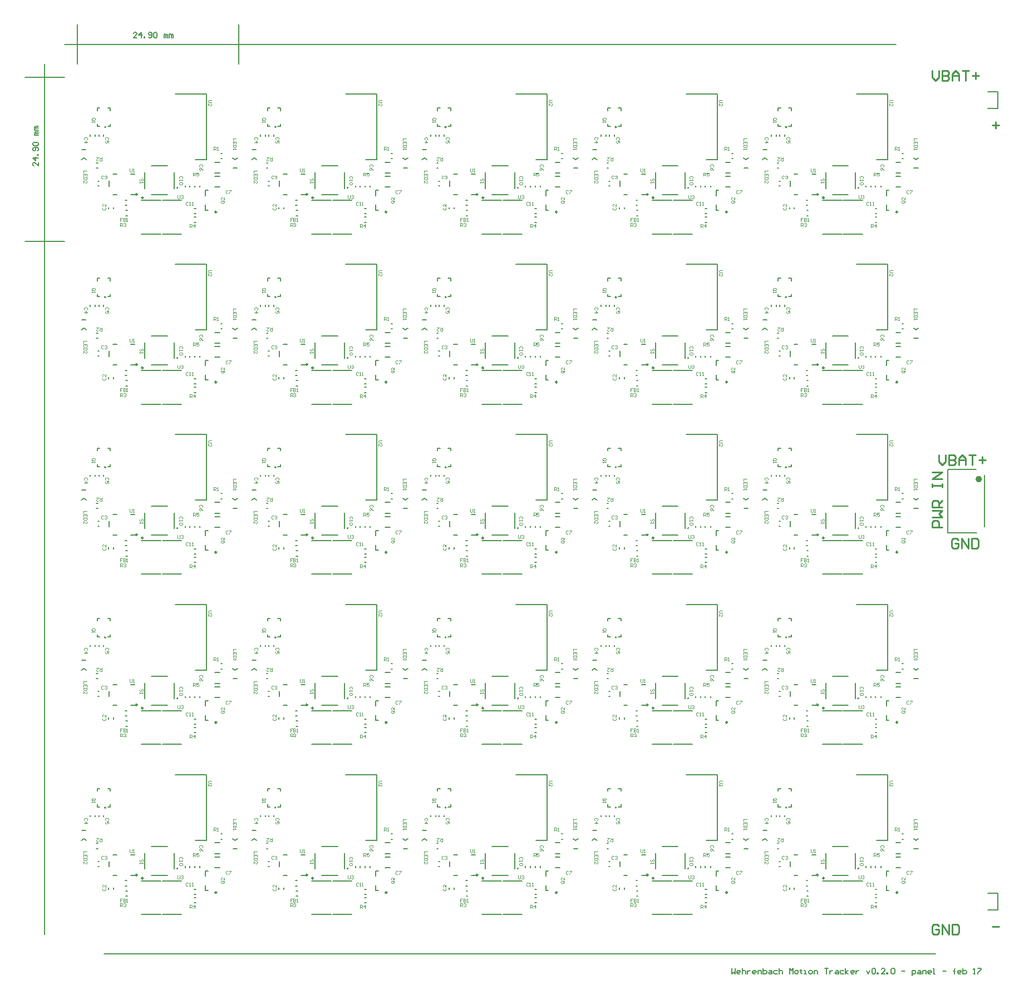
<source format=gto>
G04 Layer_Color=65535*
%FSLAX25Y25*%
%MOIN*%
G70*
G01*
G75*
%ADD10C,0.00787*%
%ADD29C,0.01968*%
%ADD40C,0.01000*%
%ADD41C,0.00984*%
%ADD42C,0.00591*%
%ADD43C,0.00394*%
D10*
X521262Y232680D02*
Y270869D01*
X538192D01*
X543310Y236617D02*
Y267325D01*
X521262Y232680D02*
X538585D01*
X545278Y16735D02*
X551184D01*
Y6892D02*
Y16735D01*
X545278Y6892D02*
X551184D01*
X545278Y497050D02*
X551184D01*
Y487207D02*
Y497050D01*
X545278Y487207D02*
X551184D01*
X-31494Y407483D02*
X-7872D01*
X-31494Y505908D02*
X-7872D01*
X96459Y513782D02*
Y537404D01*
X2Y513782D02*
Y537404D01*
X-7871Y525593D02*
X490160D01*
X15751Y-19682D02*
X513782D01*
X-19683Y-7871D02*
Y513782D01*
X391735Y-28345D02*
Y-31493D01*
X392784Y-30444D01*
X393834Y-31493D01*
Y-28345D01*
X396458Y-31493D02*
X395408D01*
X394883Y-30969D01*
Y-29919D01*
X395408Y-29395D01*
X396458D01*
X396982Y-29919D01*
Y-30444D01*
X394883D01*
X398032Y-28345D02*
Y-31493D01*
Y-29919D01*
X398557Y-29395D01*
X399606D01*
X400131Y-29919D01*
Y-31493D01*
X401181Y-29395D02*
Y-31493D01*
Y-30444D01*
X401705Y-29919D01*
X402230Y-29395D01*
X402755D01*
X405903Y-31493D02*
X404854D01*
X404329Y-30969D01*
Y-29919D01*
X404854Y-29395D01*
X405903D01*
X406428Y-29919D01*
Y-30444D01*
X404329D01*
X407478Y-31493D02*
Y-29395D01*
X409052D01*
X409577Y-29919D01*
Y-31493D01*
X410626Y-28345D02*
Y-31493D01*
X412201D01*
X412725Y-30969D01*
Y-30444D01*
Y-29919D01*
X412201Y-29395D01*
X410626D01*
X414300D02*
X415349D01*
X415874Y-29919D01*
Y-31493D01*
X414300D01*
X413775Y-30969D01*
X414300Y-30444D01*
X415874D01*
X419023Y-29395D02*
X417448D01*
X416924Y-29919D01*
Y-30969D01*
X417448Y-31493D01*
X419023D01*
X420072Y-28345D02*
Y-31493D01*
Y-29919D01*
X420597Y-29395D01*
X421646D01*
X422171Y-29919D01*
Y-31493D01*
X426369D02*
Y-28345D01*
X427419Y-29395D01*
X428468Y-28345D01*
Y-31493D01*
X430043D02*
X431092D01*
X431617Y-30969D01*
Y-29919D01*
X431092Y-29395D01*
X430043D01*
X429518Y-29919D01*
Y-30969D01*
X430043Y-31493D01*
X433191Y-28870D02*
Y-29395D01*
X432666D01*
X433716D01*
X433191D01*
Y-30969D01*
X433716Y-31493D01*
X435290D02*
X436340D01*
X435815D01*
Y-29395D01*
X435290D01*
X438439Y-31493D02*
X439488D01*
X440013Y-30969D01*
Y-29919D01*
X439488Y-29395D01*
X438439D01*
X437914Y-29919D01*
Y-30969D01*
X438439Y-31493D01*
X441063D02*
Y-29395D01*
X442637D01*
X443162Y-29919D01*
Y-31493D01*
X447360Y-28345D02*
X449459D01*
X448409D01*
Y-31493D01*
X450508Y-29395D02*
Y-31493D01*
Y-30444D01*
X451033Y-29919D01*
X451558Y-29395D01*
X452083D01*
X454182D02*
X455231D01*
X455756Y-29919D01*
Y-31493D01*
X454182D01*
X453657Y-30969D01*
X454182Y-30444D01*
X455756D01*
X458905Y-29395D02*
X457330D01*
X456806Y-29919D01*
Y-30969D01*
X457330Y-31493D01*
X458905D01*
X459954D02*
Y-28345D01*
Y-30444D02*
X461528Y-29395D01*
X459954Y-30444D02*
X461528Y-31493D01*
X464677D02*
X463628D01*
X463103Y-30969D01*
Y-29919D01*
X463628Y-29395D01*
X464677D01*
X465202Y-29919D01*
Y-30444D01*
X463103D01*
X466251Y-29395D02*
Y-31493D01*
Y-30444D01*
X466776Y-29919D01*
X467301Y-29395D01*
X467826D01*
X472549D02*
X473598Y-31493D01*
X474648Y-29395D01*
X475697Y-28870D02*
X476222Y-28345D01*
X477272D01*
X477796Y-28870D01*
Y-30969D01*
X477272Y-31493D01*
X476222D01*
X475697Y-30969D01*
Y-28870D01*
X478846Y-31493D02*
Y-30969D01*
X479370D01*
Y-31493D01*
X478846D01*
X483569D02*
X481470D01*
X483569Y-29395D01*
Y-28870D01*
X483044Y-28345D01*
X481994D01*
X481470Y-28870D01*
X484618Y-31493D02*
Y-30969D01*
X485143D01*
Y-31493D01*
X484618D01*
X487242Y-28870D02*
X487767Y-28345D01*
X488816D01*
X489341Y-28870D01*
Y-30969D01*
X488816Y-31493D01*
X487767D01*
X487242Y-30969D01*
Y-28870D01*
X493539Y-29919D02*
X495638D01*
X499836Y-32543D02*
Y-29395D01*
X501411D01*
X501935Y-29919D01*
Y-30969D01*
X501411Y-31493D01*
X499836D01*
X503510Y-29395D02*
X504559D01*
X505084Y-29919D01*
Y-31493D01*
X503510D01*
X502985Y-30969D01*
X503510Y-30444D01*
X505084D01*
X506134Y-31493D02*
Y-29395D01*
X507708D01*
X508233Y-29919D01*
Y-31493D01*
X510856D02*
X509807D01*
X509282Y-30969D01*
Y-29919D01*
X509807Y-29395D01*
X510856D01*
X511381Y-29919D01*
Y-30444D01*
X509282D01*
X512431Y-31493D02*
X513480D01*
X512956D01*
Y-28345D01*
X512431D01*
X518203Y-29919D02*
X520302D01*
X525025Y-31493D02*
Y-28870D01*
Y-29919D01*
X524500D01*
X525550D01*
X525025D01*
Y-28870D01*
X525550Y-28345D01*
X528698Y-31493D02*
X527649D01*
X527124Y-30969D01*
Y-29919D01*
X527649Y-29395D01*
X528698D01*
X529223Y-29919D01*
Y-30444D01*
X527124D01*
X530273Y-28345D02*
Y-31493D01*
X531847D01*
X532372Y-30969D01*
Y-30444D01*
Y-29919D01*
X531847Y-29395D01*
X530273D01*
X536570Y-31493D02*
X537619D01*
X537095D01*
Y-28345D01*
X536570Y-28870D01*
X539194Y-28345D02*
X541293D01*
Y-28870D01*
X539194Y-30969D01*
Y-31493D01*
X-23620Y454857D02*
Y452758D01*
X-25719Y454857D01*
X-26243D01*
X-26768Y454333D01*
Y453283D01*
X-26243Y452758D01*
X-23620Y457481D02*
X-26768D01*
X-25194Y455907D01*
Y458006D01*
X-23620Y459056D02*
X-24144D01*
Y459580D01*
X-23620D01*
Y459056D01*
X-24144Y461679D02*
X-23620Y462204D01*
Y463254D01*
X-24144Y463778D01*
X-26243D01*
X-26768Y463254D01*
Y462204D01*
X-26243Y461679D01*
X-25719D01*
X-25194Y462204D01*
Y463778D01*
X-26243Y464828D02*
X-26768Y465353D01*
Y466402D01*
X-26243Y466927D01*
X-24144D01*
X-23620Y466402D01*
Y465353D01*
X-24144Y464828D01*
X-26243D01*
X-23620Y471125D02*
X-25719D01*
Y471650D01*
X-25194Y472175D01*
X-23620D01*
X-25194D01*
X-25719Y472699D01*
X-25194Y473224D01*
X-23620D01*
Y474274D02*
X-25719D01*
Y474799D01*
X-25194Y475323D01*
X-23620D01*
X-25194D01*
X-25719Y475848D01*
X-25194Y476373D01*
X-23620D01*
X35566Y529530D02*
X33467D01*
X35566Y531629D01*
Y532154D01*
X35041Y532679D01*
X33992D01*
X33467Y532154D01*
X38190Y529530D02*
Y532679D01*
X36616Y531104D01*
X38715D01*
X39764Y529530D02*
Y530055D01*
X40289D01*
Y529530D01*
X39764D01*
X42388Y530055D02*
X42913Y529530D01*
X43962D01*
X44487Y530055D01*
Y532154D01*
X43962Y532679D01*
X42913D01*
X42388Y532154D01*
Y531629D01*
X42913Y531104D01*
X44487D01*
X45537Y532154D02*
X46061Y532679D01*
X47111D01*
X47636Y532154D01*
Y530055D01*
X47111Y529530D01*
X46061D01*
X45537Y530055D01*
Y532154D01*
X51834Y529530D02*
Y531629D01*
X52359D01*
X52883Y531104D01*
Y529530D01*
Y531104D01*
X53408Y531629D01*
X53933Y531104D01*
Y529530D01*
X54982D02*
Y531629D01*
X55507D01*
X56032Y531104D01*
Y529530D01*
Y531104D01*
X56557Y531629D01*
X57082Y531104D01*
Y529530D01*
X16831Y68110D02*
G03*
X16831Y68110I-394J0D01*
G01*
X11220Y43504D02*
X12008D01*
X11220Y46654D02*
X12008D01*
X2559Y54528D02*
X4921Y54527D01*
X3740Y49606D02*
X5217Y48425D01*
X2264Y48425D02*
X3740Y49606D01*
X12205Y35728D02*
X12992D01*
X12205Y32776D02*
X12992D01*
X18898Y32677D02*
Y35827D01*
X85827Y52362D02*
X86614D01*
X85827Y49213D02*
X86614D01*
X21457Y19291D02*
Y20079D01*
X18504Y19291D02*
Y20079D01*
X28642Y21161D02*
X29429D01*
X28642Y24311D02*
X29429D01*
X82284Y47047D02*
X85039D01*
X82284Y40551D02*
X85039D01*
X82284Y38583D02*
X85039D01*
X82284Y32087D02*
X85039D01*
X15650Y62697D02*
Y63484D01*
X12697Y62697D02*
Y63484D01*
X11713Y78051D02*
Y79527D01*
X13287D01*
X18012Y68504D02*
X19587D01*
Y69980D01*
Y78051D02*
Y79527D01*
X18012D02*
X19587D01*
X11713Y68504D02*
X13287D01*
X11713D02*
Y69980D01*
X10531Y62697D02*
Y63484D01*
X7579Y62697D02*
Y63484D01*
X94291Y48425D02*
X95768Y49606D01*
X92815D02*
X94291Y48425D01*
X93110Y43504D02*
X95472D01*
X70079Y32185D02*
Y32972D01*
X73228Y32185D02*
Y32972D01*
X76476Y27067D02*
Y30217D01*
X78051D01*
X76476Y18406D02*
Y21555D01*
Y18406D02*
X78051D01*
X69980Y14173D02*
X70768D01*
X69980Y11024D02*
X70768D01*
X69980Y19094D02*
X70768D01*
X69980Y16142D02*
X70768D01*
X28937Y14961D02*
X29724D01*
X28937Y18110D02*
X29724D01*
X64370Y32185D02*
Y32972D01*
X67323Y32185D02*
Y32972D01*
X58661Y87795D02*
X77165D01*
Y48425D02*
Y87795D01*
X70472Y48425D02*
X77165D01*
X31890Y39764D02*
X34154D01*
X21161D02*
X23425D01*
X21161Y27559D02*
X23425D01*
X31890D02*
X34154D01*
X50787Y24114D02*
X62303D01*
X50787Y4035D02*
X62303D01*
X38287D02*
X49803D01*
X38287Y24114D02*
X49803D01*
X118799Y68110D02*
G03*
X118799Y68110I-394J0D01*
G01*
X113189Y43504D02*
X113976D01*
X113189Y46654D02*
X113976D01*
X104528Y54528D02*
X106890Y54527D01*
X105709Y49606D02*
X107185Y48425D01*
X104232Y48425D02*
X105709Y49606D01*
X114173Y35728D02*
X114961D01*
X114173Y32776D02*
X114961D01*
X120866Y32677D02*
Y35827D01*
X187795Y52362D02*
X188583D01*
X187795Y49213D02*
X188583D01*
X123425Y19291D02*
Y20079D01*
X120472Y19291D02*
Y20079D01*
X130610Y21161D02*
X131398D01*
X130610Y24311D02*
X131398D01*
X184252Y47047D02*
X187008D01*
X184252Y40551D02*
X187008D01*
X184252Y38583D02*
X187008D01*
X184252Y32087D02*
X187008D01*
X117618Y62697D02*
Y63484D01*
X114665Y62697D02*
Y63484D01*
X113681Y78051D02*
Y79527D01*
X115256D01*
X119980Y68504D02*
X121555D01*
Y69980D01*
Y78051D02*
Y79527D01*
X119980D02*
X121555D01*
X113681Y68504D02*
X115256D01*
X113681D02*
Y69980D01*
X112500Y62697D02*
Y63484D01*
X109547Y62697D02*
Y63484D01*
X196260Y48425D02*
X197736Y49606D01*
X194783D02*
X196260Y48425D01*
X195079Y43504D02*
X197441D01*
X172047Y32185D02*
Y32972D01*
X175197Y32185D02*
Y32972D01*
X178445Y27067D02*
Y30217D01*
X180020D01*
X178445Y18406D02*
Y21555D01*
Y18406D02*
X180020D01*
X171949Y14173D02*
X172736D01*
X171949Y11024D02*
X172736D01*
X171949Y19094D02*
X172736D01*
X171949Y16142D02*
X172736D01*
X130905Y14961D02*
X131693D01*
X130905Y18110D02*
X131693D01*
X166339Y32185D02*
Y32972D01*
X169291Y32185D02*
Y32972D01*
X160630Y87795D02*
X179134D01*
Y48425D02*
Y87795D01*
X172441Y48425D02*
X179134D01*
X133858Y39764D02*
X136122D01*
X123130D02*
X125394D01*
X123130Y27559D02*
X125394D01*
X133858D02*
X136122D01*
X152756Y24114D02*
X164272D01*
X152756Y4035D02*
X164272D01*
X140256D02*
X151772D01*
X140256Y24114D02*
X151772D01*
X220768Y68110D02*
G03*
X220768Y68110I-394J0D01*
G01*
X215158Y43504D02*
X215945D01*
X215158Y46654D02*
X215945D01*
X206496Y54528D02*
X208858Y54527D01*
X207677Y49606D02*
X209154Y48425D01*
X206201Y48425D02*
X207677Y49606D01*
X216142Y35728D02*
X216929D01*
X216142Y32776D02*
X216929D01*
X222835Y32677D02*
Y35827D01*
X289764Y52362D02*
X290551D01*
X289764Y49213D02*
X290551D01*
X225394Y19291D02*
Y20079D01*
X222441Y19291D02*
Y20079D01*
X232579Y21161D02*
X233366D01*
X232579Y24311D02*
X233366D01*
X286221Y47047D02*
X288976D01*
X286221Y40551D02*
X288976D01*
X286221Y38583D02*
X288976D01*
X286221Y32087D02*
X288976D01*
X219587Y62697D02*
Y63484D01*
X216634Y62697D02*
Y63484D01*
X215650Y78051D02*
Y79527D01*
X217224D01*
X221949Y68504D02*
X223524D01*
Y69980D01*
Y78051D02*
Y79527D01*
X221949D02*
X223524D01*
X215650Y68504D02*
X217224D01*
X215650D02*
Y69980D01*
X214469Y62697D02*
Y63484D01*
X211516Y62697D02*
Y63484D01*
X298228Y48425D02*
X299705Y49606D01*
X296752D02*
X298228Y48425D01*
X297047Y43504D02*
X299409D01*
X274016Y32185D02*
Y32972D01*
X277165Y32185D02*
Y32972D01*
X280413Y27067D02*
Y30217D01*
X281988D01*
X280413Y18406D02*
Y21555D01*
Y18406D02*
X281988D01*
X273917Y14173D02*
X274705D01*
X273917Y11024D02*
X274705D01*
X273917Y19094D02*
X274705D01*
X273917Y16142D02*
X274705D01*
X232874Y14961D02*
X233661D01*
X232874Y18110D02*
X233661D01*
X268307Y32185D02*
Y32972D01*
X271260Y32185D02*
Y32972D01*
X262598Y87795D02*
X281102D01*
Y48425D02*
Y87795D01*
X274409Y48425D02*
X281102D01*
X235827Y39764D02*
X238090D01*
X225098D02*
X227362D01*
X225098Y27559D02*
X227362D01*
X235827D02*
X238090D01*
X254724Y24114D02*
X266240D01*
X254724Y4035D02*
X266240D01*
X242224D02*
X253740D01*
X242224Y24114D02*
X253740D01*
X322736Y68110D02*
G03*
X322736Y68110I-394J0D01*
G01*
X317126Y43504D02*
X317913D01*
X317126Y46654D02*
X317913D01*
X308465Y54528D02*
X310827Y54527D01*
X309646Y49606D02*
X311122Y48425D01*
X308169Y48425D02*
X309646Y49606D01*
X318110Y35728D02*
X318898D01*
X318110Y32776D02*
X318898D01*
X324803Y32677D02*
Y35827D01*
X391732Y52362D02*
X392520D01*
X391732Y49213D02*
X392520D01*
X327362Y19291D02*
Y20079D01*
X324409Y19291D02*
Y20079D01*
X334547Y21161D02*
X335335D01*
X334547Y24311D02*
X335335D01*
X388189Y47047D02*
X390945D01*
X388189Y40551D02*
X390945D01*
X388189Y38583D02*
X390945D01*
X388189Y32087D02*
X390945D01*
X321555Y62697D02*
Y63484D01*
X318602Y62697D02*
Y63484D01*
X317618Y78051D02*
Y79527D01*
X319193D01*
X323917Y68504D02*
X325492D01*
Y69980D01*
Y78051D02*
Y79527D01*
X323917D02*
X325492D01*
X317618Y68504D02*
X319193D01*
X317618D02*
Y69980D01*
X316437Y62697D02*
Y63484D01*
X313484Y62697D02*
Y63484D01*
X400197Y48425D02*
X401673Y49606D01*
X398721D02*
X400197Y48425D01*
X399016Y43504D02*
X401378D01*
X375984Y32185D02*
Y32972D01*
X379134Y32185D02*
Y32972D01*
X382382Y27067D02*
Y30217D01*
X383957D01*
X382382Y18406D02*
Y21555D01*
Y18406D02*
X383957D01*
X375886Y14173D02*
X376673D01*
X375886Y11024D02*
X376673D01*
X375886Y19094D02*
X376673D01*
X375886Y16142D02*
X376673D01*
X334842Y14961D02*
X335630D01*
X334842Y18110D02*
X335630D01*
X370276Y32185D02*
Y32972D01*
X373228Y32185D02*
Y32972D01*
X364567Y87795D02*
X383071D01*
Y48425D02*
Y87795D01*
X376378Y48425D02*
X383071D01*
X337795Y39764D02*
X340059D01*
X327067D02*
X329331D01*
X327067Y27559D02*
X329331D01*
X337795D02*
X340059D01*
X356693Y24114D02*
X368209D01*
X356693Y4035D02*
X368209D01*
X344193D02*
X355709D01*
X344193Y24114D02*
X355709D01*
X424705Y68110D02*
G03*
X424705Y68110I-394J0D01*
G01*
X419095Y43504D02*
X419882D01*
X419095Y46654D02*
X419882D01*
X410433Y54528D02*
X412795Y54527D01*
X411614Y49606D02*
X413091Y48425D01*
X410138Y48425D02*
X411614Y49606D01*
X420079Y35728D02*
X420866D01*
X420079Y32776D02*
X420866D01*
X426772Y32677D02*
Y35827D01*
X493701Y52362D02*
X494488D01*
X493701Y49213D02*
X494488D01*
X429331Y19291D02*
Y20079D01*
X426378Y19291D02*
Y20079D01*
X436516Y21161D02*
X437303D01*
X436516Y24311D02*
X437303D01*
X490158Y47047D02*
X492913D01*
X490158Y40551D02*
X492913D01*
X490158Y38583D02*
X492913D01*
X490158Y32087D02*
X492913D01*
X423524Y62697D02*
Y63484D01*
X420571Y62697D02*
Y63484D01*
X419587Y78051D02*
Y79527D01*
X421161D01*
X425886Y68504D02*
X427461D01*
Y69980D01*
Y78051D02*
Y79527D01*
X425886D02*
X427461D01*
X419587Y68504D02*
X421161D01*
X419587D02*
Y69980D01*
X418405Y62697D02*
Y63484D01*
X415453Y62697D02*
Y63484D01*
X502165Y48425D02*
X503642Y49606D01*
X500689D02*
X502165Y48425D01*
X500984Y43504D02*
X503346D01*
X477953Y32185D02*
Y32972D01*
X481102Y32185D02*
Y32972D01*
X484350Y27067D02*
Y30217D01*
X485925D01*
X484350Y18406D02*
Y21555D01*
Y18406D02*
X485925D01*
X477854Y14173D02*
X478642D01*
X477854Y11024D02*
X478642D01*
X477854Y19094D02*
X478642D01*
X477854Y16142D02*
X478642D01*
X436811Y14961D02*
X437598D01*
X436811Y18110D02*
X437598D01*
X472244Y32185D02*
Y32972D01*
X475197Y32185D02*
Y32972D01*
X466535Y87795D02*
X485039D01*
Y48425D02*
Y87795D01*
X478346Y48425D02*
X485039D01*
X439764Y39764D02*
X442028D01*
X429035D02*
X431299D01*
X429035Y27559D02*
X431299D01*
X439764D02*
X442028D01*
X458661Y24114D02*
X470177D01*
X458661Y4035D02*
X470177D01*
X446161D02*
X457677D01*
X446161Y24114D02*
X457677D01*
X16831Y170079D02*
G03*
X16831Y170079I-394J0D01*
G01*
X11220Y145472D02*
X12008D01*
X11220Y148622D02*
X12008D01*
X2559Y156496D02*
X4921Y156496D01*
X3740Y151575D02*
X5217Y150394D01*
X2264Y150394D02*
X3740Y151575D01*
X12205Y137697D02*
X12992D01*
X12205Y134744D02*
X12992D01*
X18898Y134646D02*
Y137795D01*
X85827Y154331D02*
X86614D01*
X85827Y151181D02*
X86614D01*
X21457Y121260D02*
Y122047D01*
X18504Y121260D02*
Y122047D01*
X28642Y123130D02*
X29429D01*
X28642Y126279D02*
X29429D01*
X82284Y149016D02*
X85039D01*
X82284Y142520D02*
X85039D01*
X82284Y140551D02*
X85039D01*
X82284Y134055D02*
X85039D01*
X15650Y164665D02*
Y165453D01*
X12697Y164665D02*
Y165453D01*
X11713Y180020D02*
Y181496D01*
X13287D01*
X18012Y170472D02*
X19587D01*
Y171949D01*
Y180020D02*
Y181496D01*
X18012D02*
X19587D01*
X11713Y170472D02*
X13287D01*
X11713D02*
Y171949D01*
X10531Y164665D02*
Y165453D01*
X7579Y164665D02*
Y165453D01*
X94291Y150394D02*
X95768Y151575D01*
X92815D02*
X94291Y150394D01*
X93110Y145472D02*
X95472D01*
X70079Y134153D02*
Y134941D01*
X73228Y134153D02*
Y134941D01*
X76476Y129035D02*
Y132185D01*
X78051D01*
X76476Y120374D02*
Y123524D01*
Y120374D02*
X78051D01*
X69980Y116142D02*
X70768D01*
X69980Y112992D02*
X70768D01*
X69980Y121063D02*
X70768D01*
X69980Y118110D02*
X70768D01*
X28937Y116929D02*
X29724D01*
X28937Y120079D02*
X29724D01*
X64370Y134153D02*
Y134941D01*
X67323Y134153D02*
Y134941D01*
X58661Y189764D02*
X77165D01*
Y150394D02*
Y189764D01*
X70472Y150394D02*
X77165D01*
X31890Y141732D02*
X34154D01*
X21161D02*
X23425D01*
X21161Y129528D02*
X23425D01*
X31890D02*
X34154D01*
X50787Y126083D02*
X62303D01*
X50787Y106004D02*
X62303D01*
X38287D02*
X49803D01*
X38287Y126083D02*
X49803D01*
X118799Y170079D02*
G03*
X118799Y170079I-394J0D01*
G01*
X113189Y145472D02*
X113976D01*
X113189Y148622D02*
X113976D01*
X104528Y156496D02*
X106890Y156496D01*
X105709Y151575D02*
X107185Y150394D01*
X104232Y150394D02*
X105709Y151575D01*
X114173Y137697D02*
X114961D01*
X114173Y134744D02*
X114961D01*
X120866Y134646D02*
Y137795D01*
X187795Y154331D02*
X188583D01*
X187795Y151181D02*
X188583D01*
X123425Y121260D02*
Y122047D01*
X120472Y121260D02*
Y122047D01*
X130610Y123130D02*
X131398D01*
X130610Y126279D02*
X131398D01*
X184252Y149016D02*
X187008D01*
X184252Y142520D02*
X187008D01*
X184252Y140551D02*
X187008D01*
X184252Y134055D02*
X187008D01*
X117618Y164665D02*
Y165453D01*
X114665Y164665D02*
Y165453D01*
X113681Y180020D02*
Y181496D01*
X115256D01*
X119980Y170472D02*
X121555D01*
Y171949D01*
Y180020D02*
Y181496D01*
X119980D02*
X121555D01*
X113681Y170472D02*
X115256D01*
X113681D02*
Y171949D01*
X112500Y164665D02*
Y165453D01*
X109547Y164665D02*
Y165453D01*
X196260Y150394D02*
X197736Y151575D01*
X194783D02*
X196260Y150394D01*
X195079Y145472D02*
X197441D01*
X172047Y134153D02*
Y134941D01*
X175197Y134153D02*
Y134941D01*
X178445Y129035D02*
Y132185D01*
X180020D01*
X178445Y120374D02*
Y123524D01*
Y120374D02*
X180020D01*
X171949Y116142D02*
X172736D01*
X171949Y112992D02*
X172736D01*
X171949Y121063D02*
X172736D01*
X171949Y118110D02*
X172736D01*
X130905Y116929D02*
X131693D01*
X130905Y120079D02*
X131693D01*
X166339Y134153D02*
Y134941D01*
X169291Y134153D02*
Y134941D01*
X160630Y189764D02*
X179134D01*
Y150394D02*
Y189764D01*
X172441Y150394D02*
X179134D01*
X133858Y141732D02*
X136122D01*
X123130D02*
X125394D01*
X123130Y129528D02*
X125394D01*
X133858D02*
X136122D01*
X152756Y126083D02*
X164272D01*
X152756Y106004D02*
X164272D01*
X140256D02*
X151772D01*
X140256Y126083D02*
X151772D01*
X220768Y170079D02*
G03*
X220768Y170079I-394J0D01*
G01*
X215158Y145472D02*
X215945D01*
X215158Y148622D02*
X215945D01*
X206496Y156496D02*
X208858Y156496D01*
X207677Y151575D02*
X209154Y150394D01*
X206201Y150394D02*
X207677Y151575D01*
X216142Y137697D02*
X216929D01*
X216142Y134744D02*
X216929D01*
X222835Y134646D02*
Y137795D01*
X289764Y154331D02*
X290551D01*
X289764Y151181D02*
X290551D01*
X225394Y121260D02*
Y122047D01*
X222441Y121260D02*
Y122047D01*
X232579Y123130D02*
X233366D01*
X232579Y126279D02*
X233366D01*
X286221Y149016D02*
X288976D01*
X286221Y142520D02*
X288976D01*
X286221Y140551D02*
X288976D01*
X286221Y134055D02*
X288976D01*
X219587Y164665D02*
Y165453D01*
X216634Y164665D02*
Y165453D01*
X215650Y180020D02*
Y181496D01*
X217224D01*
X221949Y170472D02*
X223524D01*
Y171949D01*
Y180020D02*
Y181496D01*
X221949D02*
X223524D01*
X215650Y170472D02*
X217224D01*
X215650D02*
Y171949D01*
X214469Y164665D02*
Y165453D01*
X211516Y164665D02*
Y165453D01*
X298228Y150394D02*
X299705Y151575D01*
X296752D02*
X298228Y150394D01*
X297047Y145472D02*
X299409D01*
X274016Y134153D02*
Y134941D01*
X277165Y134153D02*
Y134941D01*
X280413Y129035D02*
Y132185D01*
X281988D01*
X280413Y120374D02*
Y123524D01*
Y120374D02*
X281988D01*
X273917Y116142D02*
X274705D01*
X273917Y112992D02*
X274705D01*
X273917Y121063D02*
X274705D01*
X273917Y118110D02*
X274705D01*
X232874Y116929D02*
X233661D01*
X232874Y120079D02*
X233661D01*
X268307Y134153D02*
Y134941D01*
X271260Y134153D02*
Y134941D01*
X262598Y189764D02*
X281102D01*
Y150394D02*
Y189764D01*
X274409Y150394D02*
X281102D01*
X235827Y141732D02*
X238090D01*
X225098D02*
X227362D01*
X225098Y129528D02*
X227362D01*
X235827D02*
X238090D01*
X254724Y126083D02*
X266240D01*
X254724Y106004D02*
X266240D01*
X242224D02*
X253740D01*
X242224Y126083D02*
X253740D01*
X322736Y170079D02*
G03*
X322736Y170079I-394J0D01*
G01*
X317126Y145472D02*
X317913D01*
X317126Y148622D02*
X317913D01*
X308465Y156496D02*
X310827Y156496D01*
X309646Y151575D02*
X311122Y150394D01*
X308169Y150394D02*
X309646Y151575D01*
X318110Y137697D02*
X318898D01*
X318110Y134744D02*
X318898D01*
X324803Y134646D02*
Y137795D01*
X391732Y154331D02*
X392520D01*
X391732Y151181D02*
X392520D01*
X327362Y121260D02*
Y122047D01*
X324409Y121260D02*
Y122047D01*
X334547Y123130D02*
X335335D01*
X334547Y126279D02*
X335335D01*
X388189Y149016D02*
X390945D01*
X388189Y142520D02*
X390945D01*
X388189Y140551D02*
X390945D01*
X388189Y134055D02*
X390945D01*
X321555Y164665D02*
Y165453D01*
X318602Y164665D02*
Y165453D01*
X317618Y180020D02*
Y181496D01*
X319193D01*
X323917Y170472D02*
X325492D01*
Y171949D01*
Y180020D02*
Y181496D01*
X323917D02*
X325492D01*
X317618Y170472D02*
X319193D01*
X317618D02*
Y171949D01*
X316437Y164665D02*
Y165453D01*
X313484Y164665D02*
Y165453D01*
X400197Y150394D02*
X401673Y151575D01*
X398721D02*
X400197Y150394D01*
X399016Y145472D02*
X401378D01*
X375984Y134153D02*
Y134941D01*
X379134Y134153D02*
Y134941D01*
X382382Y129035D02*
Y132185D01*
X383957D01*
X382382Y120374D02*
Y123524D01*
Y120374D02*
X383957D01*
X375886Y116142D02*
X376673D01*
X375886Y112992D02*
X376673D01*
X375886Y121063D02*
X376673D01*
X375886Y118110D02*
X376673D01*
X334842Y116929D02*
X335630D01*
X334842Y120079D02*
X335630D01*
X370276Y134153D02*
Y134941D01*
X373228Y134153D02*
Y134941D01*
X364567Y189764D02*
X383071D01*
Y150394D02*
Y189764D01*
X376378Y150394D02*
X383071D01*
X337795Y141732D02*
X340059D01*
X327067D02*
X329331D01*
X327067Y129528D02*
X329331D01*
X337795D02*
X340059D01*
X356693Y126083D02*
X368209D01*
X356693Y106004D02*
X368209D01*
X344193D02*
X355709D01*
X344193Y126083D02*
X355709D01*
X424705Y170079D02*
G03*
X424705Y170079I-394J0D01*
G01*
X419095Y145472D02*
X419882D01*
X419095Y148622D02*
X419882D01*
X410433Y156496D02*
X412795Y156496D01*
X411614Y151575D02*
X413091Y150394D01*
X410138Y150394D02*
X411614Y151575D01*
X420079Y137697D02*
X420866D01*
X420079Y134744D02*
X420866D01*
X426772Y134646D02*
Y137795D01*
X493701Y154331D02*
X494488D01*
X493701Y151181D02*
X494488D01*
X429331Y121260D02*
Y122047D01*
X426378Y121260D02*
Y122047D01*
X436516Y123130D02*
X437303D01*
X436516Y126279D02*
X437303D01*
X490158Y149016D02*
X492913D01*
X490158Y142520D02*
X492913D01*
X490158Y140551D02*
X492913D01*
X490158Y134055D02*
X492913D01*
X423524Y164665D02*
Y165453D01*
X420571Y164665D02*
Y165453D01*
X419587Y180020D02*
Y181496D01*
X421161D01*
X425886Y170472D02*
X427461D01*
Y171949D01*
Y180020D02*
Y181496D01*
X425886D02*
X427461D01*
X419587Y170472D02*
X421161D01*
X419587D02*
Y171949D01*
X418405Y164665D02*
Y165453D01*
X415453Y164665D02*
Y165453D01*
X502165Y150394D02*
X503642Y151575D01*
X500689D02*
X502165Y150394D01*
X500984Y145472D02*
X503346D01*
X477953Y134153D02*
Y134941D01*
X481102Y134153D02*
Y134941D01*
X484350Y129035D02*
Y132185D01*
X485925D01*
X484350Y120374D02*
Y123524D01*
Y120374D02*
X485925D01*
X477854Y116142D02*
X478642D01*
X477854Y112992D02*
X478642D01*
X477854Y121063D02*
X478642D01*
X477854Y118110D02*
X478642D01*
X436811Y116929D02*
X437598D01*
X436811Y120079D02*
X437598D01*
X472244Y134153D02*
Y134941D01*
X475197Y134153D02*
Y134941D01*
X466535Y189764D02*
X485039D01*
Y150394D02*
Y189764D01*
X478346Y150394D02*
X485039D01*
X439764Y141732D02*
X442028D01*
X429035D02*
X431299D01*
X429035Y129528D02*
X431299D01*
X439764D02*
X442028D01*
X458661Y126083D02*
X470177D01*
X458661Y106004D02*
X470177D01*
X446161D02*
X457677D01*
X446161Y126083D02*
X457677D01*
X16831Y272047D02*
G03*
X16831Y272047I-394J0D01*
G01*
X11220Y247441D02*
X12008D01*
X11220Y250590D02*
X12008D01*
X2559Y258465D02*
X4921Y258465D01*
X3740Y253543D02*
X5217Y252362D01*
X2264Y252362D02*
X3740Y253543D01*
X12205Y239665D02*
X12992D01*
X12205Y236713D02*
X12992D01*
X18898Y236614D02*
Y239764D01*
X85827Y256299D02*
X86614D01*
X85827Y253150D02*
X86614D01*
X21457Y223228D02*
Y224016D01*
X18504Y223228D02*
Y224016D01*
X28642Y225098D02*
X29429D01*
X28642Y228248D02*
X29429D01*
X82284Y250984D02*
X85039D01*
X82284Y244488D02*
X85039D01*
X82284Y242520D02*
X85039D01*
X82284Y236024D02*
X85039D01*
X15650Y266634D02*
Y267421D01*
X12697Y266634D02*
Y267421D01*
X11713Y281988D02*
Y283465D01*
X13287D01*
X18012Y272441D02*
X19587D01*
Y273917D01*
Y281988D02*
Y283465D01*
X18012D02*
X19587D01*
X11713Y272441D02*
X13287D01*
X11713D02*
Y273917D01*
X10531Y266634D02*
Y267421D01*
X7579Y266634D02*
Y267421D01*
X94291Y252362D02*
X95768Y253543D01*
X92815D02*
X94291Y252362D01*
X93110Y247441D02*
X95472D01*
X70079Y236122D02*
Y236909D01*
X73228Y236122D02*
Y236909D01*
X76476Y231004D02*
Y234154D01*
X78051D01*
X76476Y222342D02*
Y225492D01*
Y222342D02*
X78051D01*
X69980Y218110D02*
X70768D01*
X69980Y214961D02*
X70768D01*
X69980Y223031D02*
X70768D01*
X69980Y220079D02*
X70768D01*
X28937Y218898D02*
X29724D01*
X28937Y222047D02*
X29724D01*
X64370Y236122D02*
Y236909D01*
X67323Y236122D02*
Y236909D01*
X58661Y291732D02*
X77165D01*
Y252362D02*
Y291732D01*
X70472Y252362D02*
X77165D01*
X31890Y243701D02*
X34154D01*
X21161D02*
X23425D01*
X21161Y231496D02*
X23425D01*
X31890D02*
X34154D01*
X50787Y228051D02*
X62303D01*
X50787Y207972D02*
X62303D01*
X38287D02*
X49803D01*
X38287Y228051D02*
X49803D01*
X118799Y272047D02*
G03*
X118799Y272047I-394J0D01*
G01*
X113189Y247441D02*
X113976D01*
X113189Y250590D02*
X113976D01*
X104528Y258465D02*
X106890Y258465D01*
X105709Y253543D02*
X107185Y252362D01*
X104232Y252362D02*
X105709Y253543D01*
X114173Y239665D02*
X114961D01*
X114173Y236713D02*
X114961D01*
X120866Y236614D02*
Y239764D01*
X187795Y256299D02*
X188583D01*
X187795Y253150D02*
X188583D01*
X123425Y223228D02*
Y224016D01*
X120472Y223228D02*
Y224016D01*
X130610Y225098D02*
X131398D01*
X130610Y228248D02*
X131398D01*
X184252Y250984D02*
X187008D01*
X184252Y244488D02*
X187008D01*
X184252Y242520D02*
X187008D01*
X184252Y236024D02*
X187008D01*
X117618Y266634D02*
Y267421D01*
X114665Y266634D02*
Y267421D01*
X113681Y281988D02*
Y283465D01*
X115256D01*
X119980Y272441D02*
X121555D01*
Y273917D01*
Y281988D02*
Y283465D01*
X119980D02*
X121555D01*
X113681Y272441D02*
X115256D01*
X113681D02*
Y273917D01*
X112500Y266634D02*
Y267421D01*
X109547Y266634D02*
Y267421D01*
X196260Y252362D02*
X197736Y253543D01*
X194783D02*
X196260Y252362D01*
X195079Y247441D02*
X197441D01*
X172047Y236122D02*
Y236909D01*
X175197Y236122D02*
Y236909D01*
X178445Y231004D02*
Y234154D01*
X180020D01*
X178445Y222342D02*
Y225492D01*
Y222342D02*
X180020D01*
X171949Y218110D02*
X172736D01*
X171949Y214961D02*
X172736D01*
X171949Y223031D02*
X172736D01*
X171949Y220079D02*
X172736D01*
X130905Y218898D02*
X131693D01*
X130905Y222047D02*
X131693D01*
X166339Y236122D02*
Y236909D01*
X169291Y236122D02*
Y236909D01*
X160630Y291732D02*
X179134D01*
Y252362D02*
Y291732D01*
X172441Y252362D02*
X179134D01*
X133858Y243701D02*
X136122D01*
X123130D02*
X125394D01*
X123130Y231496D02*
X125394D01*
X133858D02*
X136122D01*
X152756Y228051D02*
X164272D01*
X152756Y207972D02*
X164272D01*
X140256D02*
X151772D01*
X140256Y228051D02*
X151772D01*
X220768Y272047D02*
G03*
X220768Y272047I-394J0D01*
G01*
X215158Y247441D02*
X215945D01*
X215158Y250590D02*
X215945D01*
X206496Y258465D02*
X208858Y258465D01*
X207677Y253543D02*
X209154Y252362D01*
X206201Y252362D02*
X207677Y253543D01*
X216142Y239665D02*
X216929D01*
X216142Y236713D02*
X216929D01*
X222835Y236614D02*
Y239764D01*
X289764Y256299D02*
X290551D01*
X289764Y253150D02*
X290551D01*
X225394Y223228D02*
Y224016D01*
X222441Y223228D02*
Y224016D01*
X232579Y225098D02*
X233366D01*
X232579Y228248D02*
X233366D01*
X286221Y250984D02*
X288976D01*
X286221Y244488D02*
X288976D01*
X286221Y242520D02*
X288976D01*
X286221Y236024D02*
X288976D01*
X219587Y266634D02*
Y267421D01*
X216634Y266634D02*
Y267421D01*
X215650Y281988D02*
Y283465D01*
X217224D01*
X221949Y272441D02*
X223524D01*
Y273917D01*
Y281988D02*
Y283465D01*
X221949D02*
X223524D01*
X215650Y272441D02*
X217224D01*
X215650D02*
Y273917D01*
X214469Y266634D02*
Y267421D01*
X211516Y266634D02*
Y267421D01*
X298228Y252362D02*
X299705Y253543D01*
X296752D02*
X298228Y252362D01*
X297047Y247441D02*
X299409D01*
X274016Y236122D02*
Y236909D01*
X277165Y236122D02*
Y236909D01*
X280413Y231004D02*
Y234154D01*
X281988D01*
X280413Y222342D02*
Y225492D01*
Y222342D02*
X281988D01*
X273917Y218110D02*
X274705D01*
X273917Y214961D02*
X274705D01*
X273917Y223031D02*
X274705D01*
X273917Y220079D02*
X274705D01*
X232874Y218898D02*
X233661D01*
X232874Y222047D02*
X233661D01*
X268307Y236122D02*
Y236909D01*
X271260Y236122D02*
Y236909D01*
X262598Y291732D02*
X281102D01*
Y252362D02*
Y291732D01*
X274409Y252362D02*
X281102D01*
X235827Y243701D02*
X238090D01*
X225098D02*
X227362D01*
X225098Y231496D02*
X227362D01*
X235827D02*
X238090D01*
X254724Y228051D02*
X266240D01*
X254724Y207972D02*
X266240D01*
X242224D02*
X253740D01*
X242224Y228051D02*
X253740D01*
X322736Y272047D02*
G03*
X322736Y272047I-394J0D01*
G01*
X317126Y247441D02*
X317913D01*
X317126Y250590D02*
X317913D01*
X308465Y258465D02*
X310827Y258465D01*
X309646Y253543D02*
X311122Y252362D01*
X308169Y252362D02*
X309646Y253543D01*
X318110Y239665D02*
X318898D01*
X318110Y236713D02*
X318898D01*
X324803Y236614D02*
Y239764D01*
X391732Y256299D02*
X392520D01*
X391732Y253150D02*
X392520D01*
X327362Y223228D02*
Y224016D01*
X324409Y223228D02*
Y224016D01*
X334547Y225098D02*
X335335D01*
X334547Y228248D02*
X335335D01*
X388189Y250984D02*
X390945D01*
X388189Y244488D02*
X390945D01*
X388189Y242520D02*
X390945D01*
X388189Y236024D02*
X390945D01*
X321555Y266634D02*
Y267421D01*
X318602Y266634D02*
Y267421D01*
X317618Y281988D02*
Y283465D01*
X319193D01*
X323917Y272441D02*
X325492D01*
Y273917D01*
Y281988D02*
Y283465D01*
X323917D02*
X325492D01*
X317618Y272441D02*
X319193D01*
X317618D02*
Y273917D01*
X316437Y266634D02*
Y267421D01*
X313484Y266634D02*
Y267421D01*
X400197Y252362D02*
X401673Y253543D01*
X398721D02*
X400197Y252362D01*
X399016Y247441D02*
X401378D01*
X375984Y236122D02*
Y236909D01*
X379134Y236122D02*
Y236909D01*
X382382Y231004D02*
Y234154D01*
X383957D01*
X382382Y222342D02*
Y225492D01*
Y222342D02*
X383957D01*
X375886Y218110D02*
X376673D01*
X375886Y214961D02*
X376673D01*
X375886Y223031D02*
X376673D01*
X375886Y220079D02*
X376673D01*
X334842Y218898D02*
X335630D01*
X334842Y222047D02*
X335630D01*
X370276Y236122D02*
Y236909D01*
X373228Y236122D02*
Y236909D01*
X364567Y291732D02*
X383071D01*
Y252362D02*
Y291732D01*
X376378Y252362D02*
X383071D01*
X337795Y243701D02*
X340059D01*
X327067D02*
X329331D01*
X327067Y231496D02*
X329331D01*
X337795D02*
X340059D01*
X356693Y228051D02*
X368209D01*
X356693Y207972D02*
X368209D01*
X344193D02*
X355709D01*
X344193Y228051D02*
X355709D01*
X424705Y272047D02*
G03*
X424705Y272047I-394J0D01*
G01*
X419095Y247441D02*
X419882D01*
X419095Y250590D02*
X419882D01*
X410433Y258465D02*
X412795Y258465D01*
X411614Y253543D02*
X413091Y252362D01*
X410138Y252362D02*
X411614Y253543D01*
X420079Y239665D02*
X420866D01*
X420079Y236713D02*
X420866D01*
X426772Y236614D02*
Y239764D01*
X493701Y256299D02*
X494488D01*
X493701Y253150D02*
X494488D01*
X429331Y223228D02*
Y224016D01*
X426378Y223228D02*
Y224016D01*
X436516Y225098D02*
X437303D01*
X436516Y228248D02*
X437303D01*
X490158Y250984D02*
X492913D01*
X490158Y244488D02*
X492913D01*
X490158Y242520D02*
X492913D01*
X490158Y236024D02*
X492913D01*
X423524Y266634D02*
Y267421D01*
X420571Y266634D02*
Y267421D01*
X419587Y281988D02*
Y283465D01*
X421161D01*
X425886Y272441D02*
X427461D01*
Y273917D01*
Y281988D02*
Y283465D01*
X425886D02*
X427461D01*
X419587Y272441D02*
X421161D01*
X419587D02*
Y273917D01*
X418405Y266634D02*
Y267421D01*
X415453Y266634D02*
Y267421D01*
X502165Y252362D02*
X503642Y253543D01*
X500689D02*
X502165Y252362D01*
X500984Y247441D02*
X503346D01*
X477953Y236122D02*
Y236909D01*
X481102Y236122D02*
Y236909D01*
X484350Y231004D02*
Y234154D01*
X485925D01*
X484350Y222342D02*
Y225492D01*
Y222342D02*
X485925D01*
X477854Y218110D02*
X478642D01*
X477854Y214961D02*
X478642D01*
X477854Y223031D02*
X478642D01*
X477854Y220079D02*
X478642D01*
X436811Y218898D02*
X437598D01*
X436811Y222047D02*
X437598D01*
X472244Y236122D02*
Y236909D01*
X475197Y236122D02*
Y236909D01*
X466535Y291732D02*
X485039D01*
Y252362D02*
Y291732D01*
X478346Y252362D02*
X485039D01*
X439764Y243701D02*
X442028D01*
X429035D02*
X431299D01*
X429035Y231496D02*
X431299D01*
X439764D02*
X442028D01*
X458661Y228051D02*
X470177D01*
X458661Y207972D02*
X470177D01*
X446161D02*
X457677D01*
X446161Y228051D02*
X457677D01*
X16831Y374016D02*
G03*
X16831Y374016I-394J0D01*
G01*
X11220Y349409D02*
X12008D01*
X11220Y352559D02*
X12008D01*
X2559Y360433D02*
X4921Y360433D01*
X3740Y355512D02*
X5217Y354331D01*
X2264Y354331D02*
X3740Y355512D01*
X12205Y341634D02*
X12992D01*
X12205Y338681D02*
X12992D01*
X18898Y338583D02*
Y341732D01*
X85827Y358268D02*
X86614D01*
X85827Y355118D02*
X86614D01*
X21457Y325197D02*
Y325984D01*
X18504Y325197D02*
Y325984D01*
X28642Y327067D02*
X29429D01*
X28642Y330217D02*
X29429D01*
X82284Y352953D02*
X85039D01*
X82284Y346457D02*
X85039D01*
X82284Y344488D02*
X85039D01*
X82284Y337992D02*
X85039D01*
X15650Y368602D02*
Y369390D01*
X12697Y368602D02*
Y369390D01*
X11713Y383957D02*
Y385433D01*
X13287D01*
X18012Y374409D02*
X19587D01*
Y375886D01*
Y383957D02*
Y385433D01*
X18012D02*
X19587D01*
X11713Y374409D02*
X13287D01*
X11713D02*
Y375886D01*
X10531Y368602D02*
Y369390D01*
X7579Y368602D02*
Y369390D01*
X94291Y354331D02*
X95768Y355512D01*
X92815D02*
X94291Y354331D01*
X93110Y349409D02*
X95472D01*
X70079Y338090D02*
Y338878D01*
X73228Y338090D02*
Y338878D01*
X76476Y332972D02*
Y336122D01*
X78051D01*
X76476Y324311D02*
Y327461D01*
Y324311D02*
X78051D01*
X69980Y320079D02*
X70768D01*
X69980Y316929D02*
X70768D01*
X69980Y325000D02*
X70768D01*
X69980Y322047D02*
X70768D01*
X28937Y320866D02*
X29724D01*
X28937Y324016D02*
X29724D01*
X64370Y338090D02*
Y338878D01*
X67323Y338090D02*
Y338878D01*
X58661Y393701D02*
X77165D01*
Y354331D02*
Y393701D01*
X70472Y354331D02*
X77165D01*
X31890Y345669D02*
X34154D01*
X21161D02*
X23425D01*
X21161Y333465D02*
X23425D01*
X31890D02*
X34154D01*
X50787Y330020D02*
X62303D01*
X50787Y309941D02*
X62303D01*
X38287D02*
X49803D01*
X38287Y330020D02*
X49803D01*
X118799Y374016D02*
G03*
X118799Y374016I-394J0D01*
G01*
X113189Y349409D02*
X113976D01*
X113189Y352559D02*
X113976D01*
X104528Y360433D02*
X106890Y360433D01*
X105709Y355512D02*
X107185Y354331D01*
X104232Y354331D02*
X105709Y355512D01*
X114173Y341634D02*
X114961D01*
X114173Y338681D02*
X114961D01*
X120866Y338583D02*
Y341732D01*
X187795Y358268D02*
X188583D01*
X187795Y355118D02*
X188583D01*
X123425Y325197D02*
Y325984D01*
X120472Y325197D02*
Y325984D01*
X130610Y327067D02*
X131398D01*
X130610Y330217D02*
X131398D01*
X184252Y352953D02*
X187008D01*
X184252Y346457D02*
X187008D01*
X184252Y344488D02*
X187008D01*
X184252Y337992D02*
X187008D01*
X117618Y368602D02*
Y369390D01*
X114665Y368602D02*
Y369390D01*
X113681Y383957D02*
Y385433D01*
X115256D01*
X119980Y374409D02*
X121555D01*
Y375886D01*
Y383957D02*
Y385433D01*
X119980D02*
X121555D01*
X113681Y374409D02*
X115256D01*
X113681D02*
Y375886D01*
X112500Y368602D02*
Y369390D01*
X109547Y368602D02*
Y369390D01*
X196260Y354331D02*
X197736Y355512D01*
X194783D02*
X196260Y354331D01*
X195079Y349409D02*
X197441D01*
X172047Y338090D02*
Y338878D01*
X175197Y338090D02*
Y338878D01*
X178445Y332972D02*
Y336122D01*
X180020D01*
X178445Y324311D02*
Y327461D01*
Y324311D02*
X180020D01*
X171949Y320079D02*
X172736D01*
X171949Y316929D02*
X172736D01*
X171949Y325000D02*
X172736D01*
X171949Y322047D02*
X172736D01*
X130905Y320866D02*
X131693D01*
X130905Y324016D02*
X131693D01*
X166339Y338090D02*
Y338878D01*
X169291Y338090D02*
Y338878D01*
X160630Y393701D02*
X179134D01*
Y354331D02*
Y393701D01*
X172441Y354331D02*
X179134D01*
X133858Y345669D02*
X136122D01*
X123130D02*
X125394D01*
X123130Y333465D02*
X125394D01*
X133858D02*
X136122D01*
X152756Y330020D02*
X164272D01*
X152756Y309941D02*
X164272D01*
X140256D02*
X151772D01*
X140256Y330020D02*
X151772D01*
X220768Y374016D02*
G03*
X220768Y374016I-394J0D01*
G01*
X215158Y349409D02*
X215945D01*
X215158Y352559D02*
X215945D01*
X206496Y360433D02*
X208858Y360433D01*
X207677Y355512D02*
X209154Y354331D01*
X206201Y354331D02*
X207677Y355512D01*
X216142Y341634D02*
X216929D01*
X216142Y338681D02*
X216929D01*
X222835Y338583D02*
Y341732D01*
X289764Y358268D02*
X290551D01*
X289764Y355118D02*
X290551D01*
X225394Y325197D02*
Y325984D01*
X222441Y325197D02*
Y325984D01*
X232579Y327067D02*
X233366D01*
X232579Y330217D02*
X233366D01*
X286221Y352953D02*
X288976D01*
X286221Y346457D02*
X288976D01*
X286221Y344488D02*
X288976D01*
X286221Y337992D02*
X288976D01*
X219587Y368602D02*
Y369390D01*
X216634Y368602D02*
Y369390D01*
X215650Y383957D02*
Y385433D01*
X217224D01*
X221949Y374409D02*
X223524D01*
Y375886D01*
Y383957D02*
Y385433D01*
X221949D02*
X223524D01*
X215650Y374409D02*
X217224D01*
X215650D02*
Y375886D01*
X214469Y368602D02*
Y369390D01*
X211516Y368602D02*
Y369390D01*
X298228Y354331D02*
X299705Y355512D01*
X296752D02*
X298228Y354331D01*
X297047Y349409D02*
X299409D01*
X274016Y338090D02*
Y338878D01*
X277165Y338090D02*
Y338878D01*
X280413Y332972D02*
Y336122D01*
X281988D01*
X280413Y324311D02*
Y327461D01*
Y324311D02*
X281988D01*
X273917Y320079D02*
X274705D01*
X273917Y316929D02*
X274705D01*
X273917Y325000D02*
X274705D01*
X273917Y322047D02*
X274705D01*
X232874Y320866D02*
X233661D01*
X232874Y324016D02*
X233661D01*
X268307Y338090D02*
Y338878D01*
X271260Y338090D02*
Y338878D01*
X262598Y393701D02*
X281102D01*
Y354331D02*
Y393701D01*
X274409Y354331D02*
X281102D01*
X235827Y345669D02*
X238090D01*
X225098D02*
X227362D01*
X225098Y333465D02*
X227362D01*
X235827D02*
X238090D01*
X254724Y330020D02*
X266240D01*
X254724Y309941D02*
X266240D01*
X242224D02*
X253740D01*
X242224Y330020D02*
X253740D01*
X322736Y374016D02*
G03*
X322736Y374016I-394J0D01*
G01*
X317126Y349409D02*
X317913D01*
X317126Y352559D02*
X317913D01*
X308465Y360433D02*
X310827Y360433D01*
X309646Y355512D02*
X311122Y354331D01*
X308169Y354331D02*
X309646Y355512D01*
X318110Y341634D02*
X318898D01*
X318110Y338681D02*
X318898D01*
X324803Y338583D02*
Y341732D01*
X391732Y358268D02*
X392520D01*
X391732Y355118D02*
X392520D01*
X327362Y325197D02*
Y325984D01*
X324409Y325197D02*
Y325984D01*
X334547Y327067D02*
X335335D01*
X334547Y330217D02*
X335335D01*
X388189Y352953D02*
X390945D01*
X388189Y346457D02*
X390945D01*
X388189Y344488D02*
X390945D01*
X388189Y337992D02*
X390945D01*
X321555Y368602D02*
Y369390D01*
X318602Y368602D02*
Y369390D01*
X317618Y383957D02*
Y385433D01*
X319193D01*
X323917Y374409D02*
X325492D01*
Y375886D01*
Y383957D02*
Y385433D01*
X323917D02*
X325492D01*
X317618Y374409D02*
X319193D01*
X317618D02*
Y375886D01*
X316437Y368602D02*
Y369390D01*
X313484Y368602D02*
Y369390D01*
X400197Y354331D02*
X401673Y355512D01*
X398721D02*
X400197Y354331D01*
X399016Y349409D02*
X401378D01*
X375984Y338090D02*
Y338878D01*
X379134Y338090D02*
Y338878D01*
X382382Y332972D02*
Y336122D01*
X383957D01*
X382382Y324311D02*
Y327461D01*
Y324311D02*
X383957D01*
X375886Y320079D02*
X376673D01*
X375886Y316929D02*
X376673D01*
X375886Y325000D02*
X376673D01*
X375886Y322047D02*
X376673D01*
X334842Y320866D02*
X335630D01*
X334842Y324016D02*
X335630D01*
X370276Y338090D02*
Y338878D01*
X373228Y338090D02*
Y338878D01*
X364567Y393701D02*
X383071D01*
Y354331D02*
Y393701D01*
X376378Y354331D02*
X383071D01*
X337795Y345669D02*
X340059D01*
X327067D02*
X329331D01*
X327067Y333465D02*
X329331D01*
X337795D02*
X340059D01*
X356693Y330020D02*
X368209D01*
X356693Y309941D02*
X368209D01*
X344193D02*
X355709D01*
X344193Y330020D02*
X355709D01*
X424705Y374016D02*
G03*
X424705Y374016I-394J0D01*
G01*
X419095Y349409D02*
X419882D01*
X419095Y352559D02*
X419882D01*
X410433Y360433D02*
X412795Y360433D01*
X411614Y355512D02*
X413091Y354331D01*
X410138Y354331D02*
X411614Y355512D01*
X420079Y341634D02*
X420866D01*
X420079Y338681D02*
X420866D01*
X426772Y338583D02*
Y341732D01*
X493701Y358268D02*
X494488D01*
X493701Y355118D02*
X494488D01*
X429331Y325197D02*
Y325984D01*
X426378Y325197D02*
Y325984D01*
X436516Y327067D02*
X437303D01*
X436516Y330217D02*
X437303D01*
X490158Y352953D02*
X492913D01*
X490158Y346457D02*
X492913D01*
X490158Y344488D02*
X492913D01*
X490158Y337992D02*
X492913D01*
X423524Y368602D02*
Y369390D01*
X420571Y368602D02*
Y369390D01*
X419587Y383957D02*
Y385433D01*
X421161D01*
X425886Y374409D02*
X427461D01*
Y375886D01*
Y383957D02*
Y385433D01*
X425886D02*
X427461D01*
X419587Y374409D02*
X421161D01*
X419587D02*
Y375886D01*
X418405Y368602D02*
Y369390D01*
X415453Y368602D02*
Y369390D01*
X502165Y354331D02*
X503642Y355512D01*
X500689D02*
X502165Y354331D01*
X500984Y349409D02*
X503346D01*
X477953Y338090D02*
Y338878D01*
X481102Y338090D02*
Y338878D01*
X484350Y332972D02*
Y336122D01*
X485925D01*
X484350Y324311D02*
Y327461D01*
Y324311D02*
X485925D01*
X477854Y320079D02*
X478642D01*
X477854Y316929D02*
X478642D01*
X477854Y325000D02*
X478642D01*
X477854Y322047D02*
X478642D01*
X436811Y320866D02*
X437598D01*
X436811Y324016D02*
X437598D01*
X472244Y338090D02*
Y338878D01*
X475197Y338090D02*
Y338878D01*
X466535Y393701D02*
X485039D01*
Y354331D02*
Y393701D01*
X478346Y354331D02*
X485039D01*
X439764Y345669D02*
X442028D01*
X429035D02*
X431299D01*
X429035Y333465D02*
X431299D01*
X439764D02*
X442028D01*
X458661Y330020D02*
X470177D01*
X458661Y309941D02*
X470177D01*
X446161D02*
X457677D01*
X446161Y330020D02*
X457677D01*
X16831Y475984D02*
G03*
X16831Y475984I-394J0D01*
G01*
X11220Y451378D02*
X12008D01*
X11220Y454528D02*
X12008D01*
X2559Y462402D02*
X4921Y462402D01*
X3740Y457480D02*
X5217Y456299D01*
X2264Y456299D02*
X3740Y457480D01*
X12205Y443602D02*
X12992D01*
X12205Y440650D02*
X12992D01*
X18898Y440551D02*
Y443701D01*
X85827Y460236D02*
X86614D01*
X85827Y457087D02*
X86614D01*
X21457Y427165D02*
Y427953D01*
X18504Y427165D02*
Y427953D01*
X28642Y429035D02*
X29429D01*
X28642Y432185D02*
X29429D01*
X82284Y454921D02*
X85039D01*
X82284Y448425D02*
X85039D01*
X82284Y446457D02*
X85039D01*
X82284Y439961D02*
X85039D01*
X15650Y470571D02*
Y471358D01*
X12697Y470571D02*
Y471358D01*
X11713Y485925D02*
Y487402D01*
X13287D01*
X18012Y476378D02*
X19587D01*
Y477854D01*
Y485925D02*
Y487402D01*
X18012D02*
X19587D01*
X11713Y476378D02*
X13287D01*
X11713D02*
Y477854D01*
X10531Y470571D02*
Y471358D01*
X7579Y470571D02*
Y471358D01*
X94291Y456299D02*
X95768Y457480D01*
X92815D02*
X94291Y456299D01*
X93110Y451378D02*
X95472D01*
X70079Y440059D02*
Y440846D01*
X73228Y440059D02*
Y440846D01*
X76476Y434941D02*
Y438091D01*
X78051D01*
X76476Y426279D02*
Y429429D01*
Y426279D02*
X78051D01*
X69980Y422047D02*
X70768D01*
X69980Y418898D02*
X70768D01*
X69980Y426968D02*
X70768D01*
X69980Y424016D02*
X70768D01*
X28937Y422835D02*
X29724D01*
X28937Y425984D02*
X29724D01*
X64370Y440059D02*
Y440846D01*
X67323Y440059D02*
Y440846D01*
X58661Y495669D02*
X77165D01*
Y456299D02*
Y495669D01*
X70472Y456299D02*
X77165D01*
X31890Y447638D02*
X34154D01*
X21161D02*
X23425D01*
X21161Y435433D02*
X23425D01*
X31890D02*
X34154D01*
X50787Y431988D02*
X62303D01*
X50787Y411909D02*
X62303D01*
X38287D02*
X49803D01*
X38287Y431988D02*
X49803D01*
X118799Y475984D02*
G03*
X118799Y475984I-394J0D01*
G01*
X113189Y451378D02*
X113976D01*
X113189Y454528D02*
X113976D01*
X104528Y462402D02*
X106890Y462402D01*
X105709Y457480D02*
X107185Y456299D01*
X104232Y456299D02*
X105709Y457480D01*
X114173Y443602D02*
X114961D01*
X114173Y440650D02*
X114961D01*
X120866Y440551D02*
Y443701D01*
X187795Y460236D02*
X188583D01*
X187795Y457087D02*
X188583D01*
X123425Y427165D02*
Y427953D01*
X120472Y427165D02*
Y427953D01*
X130610Y429035D02*
X131398D01*
X130610Y432185D02*
X131398D01*
X184252Y454921D02*
X187008D01*
X184252Y448425D02*
X187008D01*
X184252Y446457D02*
X187008D01*
X184252Y439961D02*
X187008D01*
X117618Y470571D02*
Y471358D01*
X114665Y470571D02*
Y471358D01*
X113681Y485925D02*
Y487402D01*
X115256D01*
X119980Y476378D02*
X121555D01*
Y477854D01*
Y485925D02*
Y487402D01*
X119980D02*
X121555D01*
X113681Y476378D02*
X115256D01*
X113681D02*
Y477854D01*
X112500Y470571D02*
Y471358D01*
X109547Y470571D02*
Y471358D01*
X196260Y456299D02*
X197736Y457480D01*
X194783D02*
X196260Y456299D01*
X195079Y451378D02*
X197441D01*
X172047Y440059D02*
Y440846D01*
X175197Y440059D02*
Y440846D01*
X178445Y434941D02*
Y438091D01*
X180020D01*
X178445Y426279D02*
Y429429D01*
Y426279D02*
X180020D01*
X171949Y422047D02*
X172736D01*
X171949Y418898D02*
X172736D01*
X171949Y426968D02*
X172736D01*
X171949Y424016D02*
X172736D01*
X130905Y422835D02*
X131693D01*
X130905Y425984D02*
X131693D01*
X166339Y440059D02*
Y440846D01*
X169291Y440059D02*
Y440846D01*
X160630Y495669D02*
X179134D01*
Y456299D02*
Y495669D01*
X172441Y456299D02*
X179134D01*
X133858Y447638D02*
X136122D01*
X123130D02*
X125394D01*
X123130Y435433D02*
X125394D01*
X133858D02*
X136122D01*
X152756Y431988D02*
X164272D01*
X152756Y411909D02*
X164272D01*
X140256D02*
X151772D01*
X140256Y431988D02*
X151772D01*
X220768Y475984D02*
G03*
X220768Y475984I-394J0D01*
G01*
X215158Y451378D02*
X215945D01*
X215158Y454528D02*
X215945D01*
X206496Y462402D02*
X208858Y462402D01*
X207677Y457480D02*
X209154Y456299D01*
X206201Y456299D02*
X207677Y457480D01*
X216142Y443602D02*
X216929D01*
X216142Y440650D02*
X216929D01*
X222835Y440551D02*
Y443701D01*
X289764Y460236D02*
X290551D01*
X289764Y457087D02*
X290551D01*
X225394Y427165D02*
Y427953D01*
X222441Y427165D02*
Y427953D01*
X232579Y429035D02*
X233366D01*
X232579Y432185D02*
X233366D01*
X286221Y454921D02*
X288976D01*
X286221Y448425D02*
X288976D01*
X286221Y446457D02*
X288976D01*
X286221Y439961D02*
X288976D01*
X219587Y470571D02*
Y471358D01*
X216634Y470571D02*
Y471358D01*
X215650Y485925D02*
Y487402D01*
X217224D01*
X221949Y476378D02*
X223524D01*
Y477854D01*
Y485925D02*
Y487402D01*
X221949D02*
X223524D01*
X215650Y476378D02*
X217224D01*
X215650D02*
Y477854D01*
X214469Y470571D02*
Y471358D01*
X211516Y470571D02*
Y471358D01*
X298228Y456299D02*
X299705Y457480D01*
X296752D02*
X298228Y456299D01*
X297047Y451378D02*
X299409D01*
X274016Y440059D02*
Y440846D01*
X277165Y440059D02*
Y440846D01*
X280413Y434941D02*
Y438091D01*
X281988D01*
X280413Y426279D02*
Y429429D01*
Y426279D02*
X281988D01*
X273917Y422047D02*
X274705D01*
X273917Y418898D02*
X274705D01*
X273917Y426968D02*
X274705D01*
X273917Y424016D02*
X274705D01*
X232874Y422835D02*
X233661D01*
X232874Y425984D02*
X233661D01*
X268307Y440059D02*
Y440846D01*
X271260Y440059D02*
Y440846D01*
X262598Y495669D02*
X281102D01*
Y456299D02*
Y495669D01*
X274409Y456299D02*
X281102D01*
X235827Y447638D02*
X238090D01*
X225098D02*
X227362D01*
X225098Y435433D02*
X227362D01*
X235827D02*
X238090D01*
X254724Y431988D02*
X266240D01*
X254724Y411909D02*
X266240D01*
X242224D02*
X253740D01*
X242224Y431988D02*
X253740D01*
X322736Y475984D02*
G03*
X322736Y475984I-394J0D01*
G01*
X317126Y451378D02*
X317913D01*
X317126Y454528D02*
X317913D01*
X308465Y462402D02*
X310827Y462402D01*
X309646Y457480D02*
X311122Y456299D01*
X308169Y456299D02*
X309646Y457480D01*
X318110Y443602D02*
X318898D01*
X318110Y440650D02*
X318898D01*
X324803Y440551D02*
Y443701D01*
X391732Y460236D02*
X392520D01*
X391732Y457087D02*
X392520D01*
X327362Y427165D02*
Y427953D01*
X324409Y427165D02*
Y427953D01*
X334547Y429035D02*
X335335D01*
X334547Y432185D02*
X335335D01*
X388189Y454921D02*
X390945D01*
X388189Y448425D02*
X390945D01*
X388189Y446457D02*
X390945D01*
X388189Y439961D02*
X390945D01*
X321555Y470571D02*
Y471358D01*
X318602Y470571D02*
Y471358D01*
X317618Y485925D02*
Y487402D01*
X319193D01*
X323917Y476378D02*
X325492D01*
Y477854D01*
Y485925D02*
Y487402D01*
X323917D02*
X325492D01*
X317618Y476378D02*
X319193D01*
X317618D02*
Y477854D01*
X316437Y470571D02*
Y471358D01*
X313484Y470571D02*
Y471358D01*
X400197Y456299D02*
X401673Y457480D01*
X398721D02*
X400197Y456299D01*
X399016Y451378D02*
X401378D01*
X375984Y440059D02*
Y440846D01*
X379134Y440059D02*
Y440846D01*
X382382Y434941D02*
Y438091D01*
X383957D01*
X382382Y426279D02*
Y429429D01*
Y426279D02*
X383957D01*
X375886Y422047D02*
X376673D01*
X375886Y418898D02*
X376673D01*
X375886Y426968D02*
X376673D01*
X375886Y424016D02*
X376673D01*
X334842Y422835D02*
X335630D01*
X334842Y425984D02*
X335630D01*
X370276Y440059D02*
Y440846D01*
X373228Y440059D02*
Y440846D01*
X364567Y495669D02*
X383071D01*
Y456299D02*
Y495669D01*
X376378Y456299D02*
X383071D01*
X337795Y447638D02*
X340059D01*
X327067D02*
X329331D01*
X327067Y435433D02*
X329331D01*
X337795D02*
X340059D01*
X356693Y431988D02*
X368209D01*
X356693Y411909D02*
X368209D01*
X344193D02*
X355709D01*
X344193Y431988D02*
X355709D01*
X424705Y475984D02*
G03*
X424705Y475984I-394J0D01*
G01*
X419095Y451378D02*
X419882D01*
X419095Y454528D02*
X419882D01*
X410433Y462402D02*
X412795Y462402D01*
X411614Y457480D02*
X413091Y456299D01*
X410138Y456299D02*
X411614Y457480D01*
X420079Y443602D02*
X420866D01*
X420079Y440650D02*
X420866D01*
X426772Y440551D02*
Y443701D01*
X493701Y460236D02*
X494488D01*
X493701Y457087D02*
X494488D01*
X429331Y427165D02*
Y427953D01*
X426378Y427165D02*
Y427953D01*
X436516Y429035D02*
X437303D01*
X436516Y432185D02*
X437303D01*
X490158Y454921D02*
X492913D01*
X490158Y448425D02*
X492913D01*
X490158Y446457D02*
X492913D01*
X490158Y439961D02*
X492913D01*
X423524Y470571D02*
Y471358D01*
X420571Y470571D02*
Y471358D01*
X419587Y485925D02*
Y487402D01*
X421161D01*
X425886Y476378D02*
X427461D01*
Y477854D01*
Y485925D02*
Y487402D01*
X425886D02*
X427461D01*
X419587Y476378D02*
X421161D01*
X419587D02*
Y477854D01*
X418405Y470571D02*
Y471358D01*
X415453Y470571D02*
Y471358D01*
X502165Y456299D02*
X503642Y457480D01*
X500689D02*
X502165Y456299D01*
X500984Y451378D02*
X503346D01*
X477953Y440059D02*
Y440846D01*
X481102Y440059D02*
Y440846D01*
X484350Y434941D02*
Y438091D01*
X485925D01*
X484350Y426279D02*
Y429429D01*
Y426279D02*
X485925D01*
X477854Y422047D02*
X478642D01*
X477854Y418898D02*
X478642D01*
X477854Y426968D02*
X478642D01*
X477854Y424016D02*
X478642D01*
X436811Y422835D02*
X437598D01*
X436811Y425984D02*
X437598D01*
X472244Y440059D02*
Y440846D01*
X475197Y440059D02*
Y440846D01*
X466535Y495669D02*
X485039D01*
Y456299D02*
Y495669D01*
X478346Y456299D02*
X485039D01*
X439764Y447638D02*
X442028D01*
X429035D02*
X431299D01*
X429035Y435433D02*
X431299D01*
X439764D02*
X442028D01*
X458661Y431988D02*
X470177D01*
X458661Y411909D02*
X470177D01*
X446161D02*
X457677D01*
X446161Y431988D02*
X457677D01*
D29*
X540751Y264963D02*
G03*
X540751Y264963I-984J0D01*
G01*
D40*
X517719Y236223D02*
X511721D01*
Y239222D01*
X512721Y240222D01*
X514720D01*
X515720Y239222D01*
Y236223D01*
X511721Y242221D02*
X517719D01*
X515720Y244220D01*
X517719Y246220D01*
X511721D01*
X517719Y248219D02*
X511721D01*
Y251218D01*
X512721Y252218D01*
X514720D01*
X515720Y251218D01*
Y248219D01*
Y250219D02*
X517719Y252218D01*
X511721Y260215D02*
Y262215D01*
Y261215D01*
X517719D01*
Y260215D01*
Y262215D01*
Y265214D02*
X511721D01*
X517719Y269212D01*
X511721D01*
X551855Y-3155D02*
X547857D01*
X551861Y477126D02*
X547863D01*
X549862Y475126D02*
Y479125D01*
X527623Y228426D02*
X526624Y229426D01*
X524624D01*
X523625Y228426D01*
Y224427D01*
X524624Y223428D01*
X526624D01*
X527623Y224427D01*
Y226427D01*
X525624D01*
X529623Y223428D02*
Y229426D01*
X533621Y223428D01*
Y229426D01*
X535621D02*
Y223428D01*
X538620D01*
X539619Y224427D01*
Y228426D01*
X538620Y229426D01*
X535621D01*
X515751Y279623D02*
Y275624D01*
X517750Y273625D01*
X519749Y275624D01*
Y279623D01*
X521749D02*
Y273625D01*
X524748D01*
X525747Y274624D01*
Y275624D01*
X524748Y276624D01*
X521749D01*
X524748D01*
X525747Y277623D01*
Y278623D01*
X524748Y279623D01*
X521749D01*
X527747Y273625D02*
Y277623D01*
X529746Y279623D01*
X531745Y277623D01*
Y273625D01*
Y276624D01*
X527747D01*
X533745Y279623D02*
X537743D01*
X535744D01*
Y273625D01*
X539743Y276624D02*
X543742D01*
X541742Y278623D02*
Y274624D01*
X515812Y-2873D02*
X514813Y-1873D01*
X512813D01*
X511813Y-2873D01*
Y-6872D01*
X512813Y-7871D01*
X514813D01*
X515812Y-6872D01*
Y-4873D01*
X513813D01*
X517812Y-7871D02*
Y-1873D01*
X521810Y-7871D01*
Y-1873D01*
X523810D02*
Y-7871D01*
X526809D01*
X527808Y-6872D01*
Y-2873D01*
X526809Y-1873D01*
X523810D01*
X511813Y509938D02*
Y505939D01*
X513813Y503939D01*
X515812Y505939D01*
Y509938D01*
X517812D02*
Y503939D01*
X520811D01*
X521810Y504939D01*
Y505939D01*
X520811Y506939D01*
X517812D01*
X520811D01*
X521810Y507938D01*
Y508938D01*
X520811Y509938D01*
X517812D01*
X523810Y503939D02*
Y507938D01*
X525809Y509938D01*
X527808Y507938D01*
Y503939D01*
Y506939D01*
X523810D01*
X529808Y509938D02*
X533806D01*
X531807D01*
Y503939D01*
X535806Y506939D02*
X539804D01*
X537805Y508938D02*
Y504939D01*
X59791Y31693D02*
G03*
X59791Y31693I-220J0D01*
G01*
X161759D02*
G03*
X161759Y31693I-220J0D01*
G01*
X263728D02*
G03*
X263728Y31693I-220J0D01*
G01*
X365696D02*
G03*
X365696Y31693I-220J0D01*
G01*
X467665D02*
G03*
X467665Y31693I-220J0D01*
G01*
X59791Y133661D02*
G03*
X59791Y133661I-220J0D01*
G01*
X161759D02*
G03*
X161759Y133661I-220J0D01*
G01*
X263728D02*
G03*
X263728Y133661I-220J0D01*
G01*
X365696D02*
G03*
X365696Y133661I-220J0D01*
G01*
X467665D02*
G03*
X467665Y133661I-220J0D01*
G01*
X59791Y235630D02*
G03*
X59791Y235630I-220J0D01*
G01*
X161759D02*
G03*
X161759Y235630I-220J0D01*
G01*
X263728D02*
G03*
X263728Y235630I-220J0D01*
G01*
X365696D02*
G03*
X365696Y235630I-220J0D01*
G01*
X467665D02*
G03*
X467665Y235630I-220J0D01*
G01*
X59791Y337598D02*
G03*
X59791Y337598I-220J0D01*
G01*
X161759D02*
G03*
X161759Y337598I-220J0D01*
G01*
X263728D02*
G03*
X263728Y337598I-220J0D01*
G01*
X365696D02*
G03*
X365696Y337598I-220J0D01*
G01*
X467665D02*
G03*
X467665Y337598I-220J0D01*
G01*
X59791Y439567D02*
G03*
X59791Y439567I-220J0D01*
G01*
X161759D02*
G03*
X161759Y439567I-220J0D01*
G01*
X263728D02*
G03*
X263728Y439567I-220J0D01*
G01*
X365696D02*
G03*
X365696Y439567I-220J0D01*
G01*
X467665D02*
G03*
X467665Y439567I-220J0D01*
G01*
D41*
X83268Y17224D02*
G03*
X83268Y17224I-492J0D01*
G01*
X35728Y27756D02*
G03*
X35728Y27756I-492J0D01*
G01*
X39272Y25807D02*
G03*
X39272Y25807I-492J0D01*
G01*
X185236Y17224D02*
G03*
X185236Y17224I-492J0D01*
G01*
X137697Y27756D02*
G03*
X137697Y27756I-492J0D01*
G01*
X141240Y25807D02*
G03*
X141240Y25807I-492J0D01*
G01*
X287205Y17224D02*
G03*
X287205Y17224I-492J0D01*
G01*
X239665Y27756D02*
G03*
X239665Y27756I-492J0D01*
G01*
X243209Y25807D02*
G03*
X243209Y25807I-492J0D01*
G01*
X389173Y17224D02*
G03*
X389173Y17224I-492J0D01*
G01*
X341634Y27756D02*
G03*
X341634Y27756I-492J0D01*
G01*
X345177Y25807D02*
G03*
X345177Y25807I-492J0D01*
G01*
X491142Y17224D02*
G03*
X491142Y17224I-492J0D01*
G01*
X443602Y27756D02*
G03*
X443602Y27756I-492J0D01*
G01*
X447146Y25807D02*
G03*
X447146Y25807I-492J0D01*
G01*
X83268Y119193D02*
G03*
X83268Y119193I-492J0D01*
G01*
X35728Y129724D02*
G03*
X35728Y129724I-492J0D01*
G01*
X39272Y127776D02*
G03*
X39272Y127776I-492J0D01*
G01*
X185236Y119193D02*
G03*
X185236Y119193I-492J0D01*
G01*
X137697Y129724D02*
G03*
X137697Y129724I-492J0D01*
G01*
X141240Y127776D02*
G03*
X141240Y127776I-492J0D01*
G01*
X287205Y119193D02*
G03*
X287205Y119193I-492J0D01*
G01*
X239665Y129724D02*
G03*
X239665Y129724I-492J0D01*
G01*
X243209Y127776D02*
G03*
X243209Y127776I-492J0D01*
G01*
X389173Y119193D02*
G03*
X389173Y119193I-492J0D01*
G01*
X341634Y129724D02*
G03*
X341634Y129724I-492J0D01*
G01*
X345177Y127776D02*
G03*
X345177Y127776I-492J0D01*
G01*
X491142Y119193D02*
G03*
X491142Y119193I-492J0D01*
G01*
X443602Y129724D02*
G03*
X443602Y129724I-492J0D01*
G01*
X447146Y127776D02*
G03*
X447146Y127776I-492J0D01*
G01*
X83268Y221161D02*
G03*
X83268Y221161I-492J0D01*
G01*
X35728Y231693D02*
G03*
X35728Y231693I-492J0D01*
G01*
X39272Y229744D02*
G03*
X39272Y229744I-492J0D01*
G01*
X185236Y221161D02*
G03*
X185236Y221161I-492J0D01*
G01*
X137697Y231693D02*
G03*
X137697Y231693I-492J0D01*
G01*
X141240Y229744D02*
G03*
X141240Y229744I-492J0D01*
G01*
X287205Y221161D02*
G03*
X287205Y221161I-492J0D01*
G01*
X239665Y231693D02*
G03*
X239665Y231693I-492J0D01*
G01*
X243209Y229744D02*
G03*
X243209Y229744I-492J0D01*
G01*
X389173Y221161D02*
G03*
X389173Y221161I-492J0D01*
G01*
X341634Y231693D02*
G03*
X341634Y231693I-492J0D01*
G01*
X345177Y229744D02*
G03*
X345177Y229744I-492J0D01*
G01*
X491142Y221161D02*
G03*
X491142Y221161I-492J0D01*
G01*
X443602Y231693D02*
G03*
X443602Y231693I-492J0D01*
G01*
X447146Y229744D02*
G03*
X447146Y229744I-492J0D01*
G01*
X83268Y323130D02*
G03*
X83268Y323130I-492J0D01*
G01*
X35728Y333661D02*
G03*
X35728Y333661I-492J0D01*
G01*
X39272Y331713D02*
G03*
X39272Y331713I-492J0D01*
G01*
X185236Y323130D02*
G03*
X185236Y323130I-492J0D01*
G01*
X137697Y333661D02*
G03*
X137697Y333661I-492J0D01*
G01*
X141240Y331713D02*
G03*
X141240Y331713I-492J0D01*
G01*
X287205Y323130D02*
G03*
X287205Y323130I-492J0D01*
G01*
X239665Y333661D02*
G03*
X239665Y333661I-492J0D01*
G01*
X243209Y331713D02*
G03*
X243209Y331713I-492J0D01*
G01*
X389173Y323130D02*
G03*
X389173Y323130I-492J0D01*
G01*
X341634Y333661D02*
G03*
X341634Y333661I-492J0D01*
G01*
X345177Y331713D02*
G03*
X345177Y331713I-492J0D01*
G01*
X491142Y323130D02*
G03*
X491142Y323130I-492J0D01*
G01*
X443602Y333661D02*
G03*
X443602Y333661I-492J0D01*
G01*
X447146Y331713D02*
G03*
X447146Y331713I-492J0D01*
G01*
X83268Y425098D02*
G03*
X83268Y425098I-492J0D01*
G01*
X35728Y435630D02*
G03*
X35728Y435630I-492J0D01*
G01*
X39272Y433681D02*
G03*
X39272Y433681I-492J0D01*
G01*
X185236Y425098D02*
G03*
X185236Y425098I-492J0D01*
G01*
X137697Y435630D02*
G03*
X137697Y435630I-492J0D01*
G01*
X141240Y433681D02*
G03*
X141240Y433681I-492J0D01*
G01*
X287205Y425098D02*
G03*
X287205Y425098I-492J0D01*
G01*
X239665Y435630D02*
G03*
X239665Y435630I-492J0D01*
G01*
X243209Y433681D02*
G03*
X243209Y433681I-492J0D01*
G01*
X389173Y425098D02*
G03*
X389173Y425098I-492J0D01*
G01*
X341634Y435630D02*
G03*
X341634Y435630I-492J0D01*
G01*
X345177Y433681D02*
G03*
X345177Y433681I-492J0D01*
G01*
X491142Y425098D02*
G03*
X491142Y425098I-492J0D01*
G01*
X443602Y435630D02*
G03*
X443602Y435630I-492J0D01*
G01*
X447146Y433681D02*
G03*
X447146Y433681I-492J0D01*
G01*
D42*
X57874Y31398D02*
Y40846D01*
X40157Y31398D02*
Y40846D01*
X44291Y27461D02*
X53740D01*
X44291Y44783D02*
X53740D01*
X159843Y31398D02*
Y40846D01*
X142126Y31398D02*
Y40846D01*
X146260Y27461D02*
X155709D01*
X146260Y44783D02*
X155709D01*
X261811Y31398D02*
Y40846D01*
X244094Y31398D02*
Y40846D01*
X248228Y27461D02*
X257677D01*
X248228Y44783D02*
X257677D01*
X363779Y31398D02*
Y40846D01*
X346063Y31398D02*
Y40846D01*
X350197Y27461D02*
X359646D01*
X350197Y44783D02*
X359646D01*
X465748Y31398D02*
Y40846D01*
X448032Y31398D02*
Y40846D01*
X452165Y27461D02*
X461614D01*
X452165Y44783D02*
X461614D01*
X57874Y133366D02*
Y142815D01*
X40157Y133366D02*
Y142815D01*
X44291Y129429D02*
X53740D01*
X44291Y146752D02*
X53740D01*
X159843Y133366D02*
Y142815D01*
X142126Y133366D02*
Y142815D01*
X146260Y129429D02*
X155709D01*
X146260Y146752D02*
X155709D01*
X261811Y133366D02*
Y142815D01*
X244094Y133366D02*
Y142815D01*
X248228Y129429D02*
X257677D01*
X248228Y146752D02*
X257677D01*
X363779Y133366D02*
Y142815D01*
X346063Y133366D02*
Y142815D01*
X350197Y129429D02*
X359646D01*
X350197Y146752D02*
X359646D01*
X465748Y133366D02*
Y142815D01*
X448032Y133366D02*
Y142815D01*
X452165Y129429D02*
X461614D01*
X452165Y146752D02*
X461614D01*
X57874Y235335D02*
Y244783D01*
X40157Y235335D02*
Y244783D01*
X44291Y231398D02*
X53740D01*
X44291Y248721D02*
X53740D01*
X159843Y235335D02*
Y244783D01*
X142126Y235335D02*
Y244783D01*
X146260Y231398D02*
X155709D01*
X146260Y248721D02*
X155709D01*
X261811Y235335D02*
Y244783D01*
X244094Y235335D02*
Y244783D01*
X248228Y231398D02*
X257677D01*
X248228Y248721D02*
X257677D01*
X363779Y235335D02*
Y244783D01*
X346063Y235335D02*
Y244783D01*
X350197Y231398D02*
X359646D01*
X350197Y248721D02*
X359646D01*
X465748Y235335D02*
Y244783D01*
X448032Y235335D02*
Y244783D01*
X452165Y231398D02*
X461614D01*
X452165Y248721D02*
X461614D01*
X57874Y337303D02*
Y346752D01*
X40157Y337303D02*
Y346752D01*
X44291Y333366D02*
X53740D01*
X44291Y350689D02*
X53740D01*
X159843Y337303D02*
Y346752D01*
X142126Y337303D02*
Y346752D01*
X146260Y333366D02*
X155709D01*
X146260Y350689D02*
X155709D01*
X261811Y337303D02*
Y346752D01*
X244094Y337303D02*
Y346752D01*
X248228Y333366D02*
X257677D01*
X248228Y350689D02*
X257677D01*
X363779Y337303D02*
Y346752D01*
X346063Y337303D02*
Y346752D01*
X350197Y333366D02*
X359646D01*
X350197Y350689D02*
X359646D01*
X465748Y337303D02*
Y346752D01*
X448032Y337303D02*
Y346752D01*
X452165Y333366D02*
X461614D01*
X452165Y350689D02*
X461614D01*
X57874Y439272D02*
Y448720D01*
X40157Y439272D02*
Y448720D01*
X44291Y435335D02*
X53740D01*
X44291Y452658D02*
X53740D01*
X159843Y439272D02*
Y448720D01*
X142126Y439272D02*
Y448720D01*
X146260Y435335D02*
X155709D01*
X146260Y452658D02*
X155709D01*
X261811Y439272D02*
Y448720D01*
X244094Y439272D02*
Y448720D01*
X248228Y435335D02*
X257677D01*
X248228Y452658D02*
X257677D01*
X363779Y439272D02*
Y448720D01*
X346063Y439272D02*
Y448720D01*
X350197Y435335D02*
X359646D01*
X350197Y452658D02*
X359646D01*
X465748Y439272D02*
Y448720D01*
X448032Y439272D02*
Y448720D01*
X452165Y435335D02*
X461614D01*
X452165Y452658D02*
X461614D01*
D43*
X14469Y49902D02*
Y47934D01*
X13485D01*
X13157Y48262D01*
Y48918D01*
X13485Y49246D01*
X14469D01*
X13813D02*
X13157Y49902D01*
X11189D02*
X12501D01*
X11189Y48590D01*
Y48262D01*
X11517Y47934D01*
X12173D01*
X12501Y48262D01*
X5610Y41831D02*
X3642D01*
Y40519D01*
X5610Y38551D02*
Y39863D01*
X3642D01*
Y38551D01*
X4626Y39863D02*
Y39207D01*
X5610Y37895D02*
X3642D01*
Y36911D01*
X3970Y36583D01*
X5282D01*
X5610Y36911D01*
Y37895D01*
X3642Y34615D02*
Y35927D01*
X4954Y34615D01*
X5282D01*
X5610Y34943D01*
Y35599D01*
X5282Y35927D01*
X81595Y54232D02*
Y56200D01*
X82578D01*
X82906Y55872D01*
Y55216D01*
X82578Y54888D01*
X81595D01*
X82250D02*
X82906Y54232D01*
X83562D02*
X84218D01*
X83890D01*
Y56200D01*
X83562Y55872D01*
X15092Y19914D02*
X14764Y19586D01*
Y18930D01*
X15092Y18602D01*
X16404D01*
X16732Y18930D01*
Y19586D01*
X16404Y19914D01*
X16732Y21882D02*
Y20570D01*
X15420Y21882D01*
X15092D01*
X14764Y21554D01*
Y20898D01*
X15092Y20570D01*
X15387Y38746D02*
X15059Y39074D01*
X14403D01*
X14075Y38746D01*
Y37434D01*
X14403Y37106D01*
X15059D01*
X15387Y37434D01*
X16043Y38746D02*
X16371Y39074D01*
X17027D01*
X17355Y38746D01*
Y38418D01*
X17027Y38090D01*
X16699D01*
X17027D01*
X17355Y37762D01*
Y37434D01*
X17027Y37106D01*
X16371D01*
X16043Y37434D01*
X5380Y60499D02*
X5708Y60827D01*
Y61483D01*
X5380Y61811D01*
X4068D01*
X3740Y61483D01*
Y60827D01*
X4068Y60499D01*
X3740Y58859D02*
X5708D01*
X4724Y59843D01*
Y58531D01*
X18175Y60499D02*
X18503Y60827D01*
Y61483D01*
X18175Y61811D01*
X16863D01*
X16535Y61483D01*
Y60827D01*
X16863Y60499D01*
X18503Y58531D02*
Y59843D01*
X17519D01*
X17847Y59187D01*
Y58859D01*
X17519Y58531D01*
X16863D01*
X16535Y58859D01*
Y59515D01*
X16863Y59843D01*
X74475Y44161D02*
X74803Y44488D01*
Y45145D01*
X74475Y45472D01*
X73163D01*
X72835Y45145D01*
Y44488D01*
X73163Y44161D01*
X74803Y42193D02*
X74475Y42849D01*
X73819Y43505D01*
X73163D01*
X72835Y43177D01*
Y42521D01*
X73163Y42193D01*
X73491D01*
X73819Y42521D01*
Y43505D01*
X89993Y29790D02*
X89665Y30117D01*
X89009D01*
X88681Y29790D01*
Y28478D01*
X89009Y28150D01*
X89665D01*
X89993Y28478D01*
X90649Y30117D02*
X91961D01*
Y29790D01*
X90649Y28478D01*
Y28150D01*
X62368Y37172D02*
X62696Y37500D01*
Y38156D01*
X62368Y38484D01*
X61056D01*
X60728Y38156D01*
Y37500D01*
X61056Y37172D01*
X60728Y36516D02*
Y35860D01*
Y36188D01*
X62696D01*
X62368Y36516D01*
Y34876D02*
X62696Y34549D01*
Y33893D01*
X62368Y33565D01*
X61056D01*
X60728Y33893D01*
Y34549D01*
X61056Y34876D01*
X62368D01*
X66076Y22801D02*
X65748Y23129D01*
X65092D01*
X64764Y22801D01*
Y21489D01*
X65092Y21161D01*
X65748D01*
X66076Y21489D01*
X66732Y21161D02*
X67388D01*
X67060D01*
Y23129D01*
X66732Y22801D01*
X68371Y21161D02*
X69028D01*
X68700D01*
Y23129D01*
X68371Y22801D01*
X26706Y13582D02*
X25394D01*
Y12598D01*
X26050D01*
X25394D01*
Y11614D01*
X27362Y13582D02*
Y11614D01*
X28346D01*
X28673Y11942D01*
Y12270D01*
X28346Y12598D01*
X27362D01*
X28346D01*
X28673Y12926D01*
Y13254D01*
X28346Y13582D01*
X27362D01*
X29329Y11614D02*
X29985D01*
X29657D01*
Y13582D01*
X29329Y13254D01*
X94980Y61221D02*
X93012D01*
Y59909D01*
X94980Y57941D02*
Y59253D01*
X93012D01*
Y57941D01*
X93996Y59253D02*
Y58597D01*
X94980Y57285D02*
X93012D01*
Y56301D01*
X93340Y55973D01*
X94652D01*
X94980Y56301D01*
Y57285D01*
X93012Y55317D02*
Y54661D01*
Y54989D01*
X94980D01*
X94652Y55317D01*
X8989Y72310D02*
X10301D01*
X10629Y72638D01*
Y73294D01*
X10301Y73622D01*
X8989D01*
X8661Y73294D01*
Y72638D01*
X9317Y72966D02*
X8661Y72310D01*
Y72638D02*
X8989Y72310D01*
X8661Y71654D02*
Y70998D01*
Y71326D01*
X10629D01*
X10301Y71654D01*
X87369Y24048D02*
X86057D01*
X85729Y23720D01*
Y23064D01*
X86057Y22736D01*
X87369D01*
X87697Y23064D01*
Y23720D01*
X87041Y23392D02*
X87697Y24048D01*
Y23720D02*
X87369Y24048D01*
X87697Y26016D02*
Y24704D01*
X86385Y26016D01*
X86057D01*
X85729Y25688D01*
Y25032D01*
X86057Y24704D01*
X67224Y7874D02*
Y9842D01*
X68208D01*
X68536Y9514D01*
Y8858D01*
X68208Y8530D01*
X67224D01*
X67880D02*
X68536Y7874D01*
X70176D02*
Y9842D01*
X69192Y8858D01*
X70504D01*
X69095Y38780D02*
Y40747D01*
X70078D01*
X70406Y40419D01*
Y39764D01*
X70078Y39435D01*
X69095D01*
X69750D02*
X70406Y38780D01*
X72374Y40747D02*
X71062D01*
Y39764D01*
X71718Y40091D01*
X72046D01*
X72374Y39764D01*
Y39107D01*
X72046Y38780D01*
X71390D01*
X71062Y39107D01*
X25394Y8661D02*
Y10629D01*
X26378D01*
X26706Y10301D01*
Y9645D01*
X26378Y9317D01*
X25394D01*
X26050D02*
X26706Y8661D01*
X27362Y10301D02*
X27689Y10629D01*
X28346D01*
X28673Y10301D01*
Y9973D01*
X28346Y9645D01*
X28018D01*
X28346D01*
X28673Y9317D01*
Y8989D01*
X28346Y8661D01*
X27689D01*
X27362Y8989D01*
X59842Y27362D02*
Y25722D01*
X60171Y25394D01*
X60826D01*
X61154Y25722D01*
Y27362D01*
X61810Y27034D02*
X62138Y27362D01*
X62794D01*
X63122Y27034D01*
Y26706D01*
X62794Y26378D01*
X62466D01*
X62794D01*
X63122Y26050D01*
Y25722D01*
X62794Y25394D01*
X62138D01*
X61810Y25722D01*
X80216Y84252D02*
X78576D01*
X78248Y83924D01*
Y83268D01*
X78576Y82940D01*
X80216D01*
X78248Y80972D02*
Y82284D01*
X79560Y80972D01*
X79888D01*
X80216Y81300D01*
Y81956D01*
X79888Y82284D01*
X38845Y35893D02*
X39173Y36221D01*
Y36877D01*
X38845Y37205D01*
X38517D01*
X38189Y36877D01*
Y36221D01*
X37861Y35893D01*
X37533D01*
X37205Y36221D01*
Y36877D01*
X37533Y37205D01*
X37205Y35237D02*
Y34581D01*
Y34909D01*
X39173D01*
X38845Y35237D01*
X31299Y43110D02*
Y41470D01*
X31627Y41142D01*
X32283D01*
X32611Y41470D01*
Y43110D01*
X33267Y41142D02*
X33923D01*
X33595D01*
Y43110D01*
X33267Y42782D01*
X116437Y49902D02*
Y47934D01*
X115453D01*
X115125Y48262D01*
Y48918D01*
X115453Y49246D01*
X116437D01*
X115781D02*
X115125Y49902D01*
X113157D02*
X114469D01*
X113157Y48590D01*
Y48262D01*
X113485Y47934D01*
X114141D01*
X114469Y48262D01*
X107578Y41831D02*
X105610D01*
Y40519D01*
X107578Y38551D02*
Y39863D01*
X105610D01*
Y38551D01*
X106594Y39863D02*
Y39207D01*
X107578Y37895D02*
X105610D01*
Y36911D01*
X105938Y36583D01*
X107250D01*
X107578Y36911D01*
Y37895D01*
X105610Y34615D02*
Y35927D01*
X106922Y34615D01*
X107250D01*
X107578Y34943D01*
Y35599D01*
X107250Y35927D01*
X183563Y54232D02*
Y56200D01*
X184547D01*
X184875Y55872D01*
Y55216D01*
X184547Y54888D01*
X183563D01*
X184219D02*
X184875Y54232D01*
X185531D02*
X186187D01*
X185859D01*
Y56200D01*
X185531Y55872D01*
X117061Y19914D02*
X116733Y19586D01*
Y18930D01*
X117061Y18602D01*
X118373D01*
X118701Y18930D01*
Y19586D01*
X118373Y19914D01*
X118701Y21882D02*
Y20570D01*
X117389Y21882D01*
X117061D01*
X116733Y21554D01*
Y20898D01*
X117061Y20570D01*
X117355Y38746D02*
X117027Y39074D01*
X116371D01*
X116043Y38746D01*
Y37434D01*
X116371Y37106D01*
X117027D01*
X117355Y37434D01*
X118011Y38746D02*
X118339Y39074D01*
X118995D01*
X119323Y38746D01*
Y38418D01*
X118995Y38090D01*
X118667D01*
X118995D01*
X119323Y37762D01*
Y37434D01*
X118995Y37106D01*
X118339D01*
X118011Y37434D01*
X107349Y60499D02*
X107676Y60827D01*
Y61483D01*
X107349Y61811D01*
X106037D01*
X105709Y61483D01*
Y60827D01*
X106037Y60499D01*
X105709Y58859D02*
X107676D01*
X106693Y59843D01*
Y58531D01*
X120144Y60499D02*
X120472Y60827D01*
Y61483D01*
X120144Y61811D01*
X118832D01*
X118504Y61483D01*
Y60827D01*
X118832Y60499D01*
X120472Y58531D02*
Y59843D01*
X119488D01*
X119816Y59187D01*
Y58859D01*
X119488Y58531D01*
X118832D01*
X118504Y58859D01*
Y59515D01*
X118832Y59843D01*
X176443Y44161D02*
X176771Y44488D01*
Y45145D01*
X176443Y45472D01*
X175131D01*
X174803Y45145D01*
Y44488D01*
X175131Y44161D01*
X176771Y42193D02*
X176443Y42849D01*
X175787Y43505D01*
X175131D01*
X174803Y43177D01*
Y42521D01*
X175131Y42193D01*
X175459D01*
X175787Y42521D01*
Y43505D01*
X191962Y29790D02*
X191633Y30117D01*
X190978D01*
X190650Y29790D01*
Y28478D01*
X190978Y28150D01*
X191633D01*
X191962Y28478D01*
X192617Y30117D02*
X193929D01*
Y29790D01*
X192617Y28478D01*
Y28150D01*
X164337Y37172D02*
X164665Y37500D01*
Y38156D01*
X164337Y38484D01*
X163025D01*
X162697Y38156D01*
Y37500D01*
X163025Y37172D01*
X162697Y36516D02*
Y35860D01*
Y36188D01*
X164665D01*
X164337Y36516D01*
Y34876D02*
X164665Y34549D01*
Y33893D01*
X164337Y33565D01*
X163025D01*
X162697Y33893D01*
Y34549D01*
X163025Y34876D01*
X164337D01*
X168044Y22801D02*
X167716Y23129D01*
X167060D01*
X166732Y22801D01*
Y21489D01*
X167060Y21161D01*
X167716D01*
X168044Y21489D01*
X168700Y21161D02*
X169356D01*
X169028D01*
Y23129D01*
X168700Y22801D01*
X170340Y21161D02*
X170996D01*
X170668D01*
Y23129D01*
X170340Y22801D01*
X128674Y13582D02*
X127362D01*
Y12598D01*
X128018D01*
X127362D01*
Y11614D01*
X129330Y13582D02*
Y11614D01*
X130314D01*
X130642Y11942D01*
Y12270D01*
X130314Y12598D01*
X129330D01*
X130314D01*
X130642Y12926D01*
Y13254D01*
X130314Y13582D01*
X129330D01*
X131298Y11614D02*
X131954D01*
X131626D01*
Y13582D01*
X131298Y13254D01*
X196948Y61221D02*
X194980D01*
Y59909D01*
X196948Y57941D02*
Y59253D01*
X194980D01*
Y57941D01*
X195964Y59253D02*
Y58597D01*
X196948Y57285D02*
X194980D01*
Y56301D01*
X195308Y55973D01*
X196620D01*
X196948Y56301D01*
Y57285D01*
X194980Y55317D02*
Y54661D01*
Y54989D01*
X196948D01*
X196620Y55317D01*
X110958Y72310D02*
X112270D01*
X112598Y72638D01*
Y73294D01*
X112270Y73622D01*
X110958D01*
X110630Y73294D01*
Y72638D01*
X111286Y72966D02*
X110630Y72310D01*
Y72638D02*
X110958Y72310D01*
X110630Y71654D02*
Y70998D01*
Y71326D01*
X112598D01*
X112270Y71654D01*
X189337Y24048D02*
X188025D01*
X187698Y23720D01*
Y23064D01*
X188025Y22736D01*
X189337D01*
X189665Y23064D01*
Y23720D01*
X189009Y23392D02*
X189665Y24048D01*
Y23720D02*
X189337Y24048D01*
X189665Y26016D02*
Y24704D01*
X188353Y26016D01*
X188025D01*
X187698Y25688D01*
Y25032D01*
X188025Y24704D01*
X169193Y7874D02*
Y9842D01*
X170177D01*
X170505Y9514D01*
Y8858D01*
X170177Y8530D01*
X169193D01*
X169849D02*
X170505Y7874D01*
X172145D02*
Y9842D01*
X171161Y8858D01*
X172473D01*
X171063Y38780D02*
Y40747D01*
X172047D01*
X172375Y40419D01*
Y39764D01*
X172047Y39435D01*
X171063D01*
X171719D02*
X172375Y38780D01*
X174343Y40747D02*
X173031D01*
Y39764D01*
X173687Y40091D01*
X174015D01*
X174343Y39764D01*
Y39107D01*
X174015Y38780D01*
X173359D01*
X173031Y39107D01*
X127362Y8661D02*
Y10629D01*
X128346D01*
X128674Y10301D01*
Y9645D01*
X128346Y9317D01*
X127362D01*
X128018D02*
X128674Y8661D01*
X129330Y10301D02*
X129658Y10629D01*
X130314D01*
X130642Y10301D01*
Y9973D01*
X130314Y9645D01*
X129986D01*
X130314D01*
X130642Y9317D01*
Y8989D01*
X130314Y8661D01*
X129658D01*
X129330Y8989D01*
X161811Y27362D02*
Y25722D01*
X162139Y25394D01*
X162795D01*
X163123Y25722D01*
Y27362D01*
X163779Y27034D02*
X164107Y27362D01*
X164763D01*
X165091Y27034D01*
Y26706D01*
X164763Y26378D01*
X164435D01*
X164763D01*
X165091Y26050D01*
Y25722D01*
X164763Y25394D01*
X164107D01*
X163779Y25722D01*
X182184Y84252D02*
X180544D01*
X180217Y83924D01*
Y83268D01*
X180544Y82940D01*
X182184D01*
X180217Y80972D02*
Y82284D01*
X181528Y80972D01*
X181856D01*
X182184Y81300D01*
Y81956D01*
X181856Y82284D01*
X140813Y35893D02*
X141141Y36221D01*
Y36877D01*
X140813Y37205D01*
X140485D01*
X140157Y36877D01*
Y36221D01*
X139829Y35893D01*
X139501D01*
X139173Y36221D01*
Y36877D01*
X139501Y37205D01*
X139173Y35237D02*
Y34581D01*
Y34909D01*
X141141D01*
X140813Y35237D01*
X133268Y43110D02*
Y41470D01*
X133596Y41142D01*
X134252D01*
X134580Y41470D01*
Y43110D01*
X135236Y41142D02*
X135891D01*
X135564D01*
Y43110D01*
X135236Y42782D01*
X218406Y49902D02*
Y47934D01*
X217422D01*
X217094Y48262D01*
Y48918D01*
X217422Y49246D01*
X218406D01*
X217750D02*
X217094Y49902D01*
X215126D02*
X216438D01*
X215126Y48590D01*
Y48262D01*
X215454Y47934D01*
X216110D01*
X216438Y48262D01*
X209547Y41831D02*
X207579D01*
Y40519D01*
X209547Y38551D02*
Y39863D01*
X207579D01*
Y38551D01*
X208563Y39863D02*
Y39207D01*
X209547Y37895D02*
X207579D01*
Y36911D01*
X207907Y36583D01*
X209219D01*
X209547Y36911D01*
Y37895D01*
X207579Y34615D02*
Y35927D01*
X208891Y34615D01*
X209219D01*
X209547Y34943D01*
Y35599D01*
X209219Y35927D01*
X285531Y54232D02*
Y56200D01*
X286515D01*
X286843Y55872D01*
Y55216D01*
X286515Y54888D01*
X285531D01*
X286187D02*
X286843Y54232D01*
X287499D02*
X288155D01*
X287827D01*
Y56200D01*
X287499Y55872D01*
X219029Y19914D02*
X218701Y19586D01*
Y18930D01*
X219029Y18602D01*
X220341D01*
X220669Y18930D01*
Y19586D01*
X220341Y19914D01*
X220669Y21882D02*
Y20570D01*
X219357Y21882D01*
X219029D01*
X218701Y21554D01*
Y20898D01*
X219029Y20570D01*
X219324Y38746D02*
X218996Y39074D01*
X218340D01*
X218012Y38746D01*
Y37434D01*
X218340Y37106D01*
X218996D01*
X219324Y37434D01*
X219980Y38746D02*
X220308Y39074D01*
X220964D01*
X221292Y38746D01*
Y38418D01*
X220964Y38090D01*
X220636D01*
X220964D01*
X221292Y37762D01*
Y37434D01*
X220964Y37106D01*
X220308D01*
X219980Y37434D01*
X209317Y60499D02*
X209645Y60827D01*
Y61483D01*
X209317Y61811D01*
X208005D01*
X207677Y61483D01*
Y60827D01*
X208005Y60499D01*
X207677Y58859D02*
X209645D01*
X208661Y59843D01*
Y58531D01*
X222112Y60499D02*
X222440Y60827D01*
Y61483D01*
X222112Y61811D01*
X220800D01*
X220472Y61483D01*
Y60827D01*
X220800Y60499D01*
X222440Y58531D02*
Y59843D01*
X221456D01*
X221784Y59187D01*
Y58859D01*
X221456Y58531D01*
X220800D01*
X220472Y58859D01*
Y59515D01*
X220800Y59843D01*
X278412Y44161D02*
X278740Y44488D01*
Y45145D01*
X278412Y45472D01*
X277100D01*
X276772Y45145D01*
Y44488D01*
X277100Y44161D01*
X278740Y42193D02*
X278412Y42849D01*
X277756Y43505D01*
X277100D01*
X276772Y43177D01*
Y42521D01*
X277100Y42193D01*
X277428D01*
X277756Y42521D01*
Y43505D01*
X293930Y29790D02*
X293602Y30117D01*
X292946D01*
X292618Y29790D01*
Y28478D01*
X292946Y28150D01*
X293602D01*
X293930Y28478D01*
X294586Y30117D02*
X295898D01*
Y29790D01*
X294586Y28478D01*
Y28150D01*
X266305Y37172D02*
X266633Y37500D01*
Y38156D01*
X266305Y38484D01*
X264993D01*
X264665Y38156D01*
Y37500D01*
X264993Y37172D01*
X264665Y36516D02*
Y35860D01*
Y36188D01*
X266633D01*
X266305Y36516D01*
Y34876D02*
X266633Y34549D01*
Y33893D01*
X266305Y33565D01*
X264993D01*
X264665Y33893D01*
Y34549D01*
X264993Y34876D01*
X266305D01*
X270013Y22801D02*
X269685Y23129D01*
X269029D01*
X268701Y22801D01*
Y21489D01*
X269029Y21161D01*
X269685D01*
X270013Y21489D01*
X270669Y21161D02*
X271325D01*
X270997D01*
Y23129D01*
X270669Y22801D01*
X272308Y21161D02*
X272965D01*
X272637D01*
Y23129D01*
X272308Y22801D01*
X230643Y13582D02*
X229331D01*
Y12598D01*
X229987D01*
X229331D01*
Y11614D01*
X231299Y13582D02*
Y11614D01*
X232282D01*
X232611Y11942D01*
Y12270D01*
X232282Y12598D01*
X231299D01*
X232282D01*
X232611Y12926D01*
Y13254D01*
X232282Y13582D01*
X231299D01*
X233266Y11614D02*
X233922D01*
X233594D01*
Y13582D01*
X233266Y13254D01*
X298917Y61221D02*
X296949D01*
Y59909D01*
X298917Y57941D02*
Y59253D01*
X296949D01*
Y57941D01*
X297933Y59253D02*
Y58597D01*
X298917Y57285D02*
X296949D01*
Y56301D01*
X297277Y55973D01*
X298589D01*
X298917Y56301D01*
Y57285D01*
X296949Y55317D02*
Y54661D01*
Y54989D01*
X298917D01*
X298589Y55317D01*
X212926Y72310D02*
X214238D01*
X214566Y72638D01*
Y73294D01*
X214238Y73622D01*
X212926D01*
X212598Y73294D01*
Y72638D01*
X213254Y72966D02*
X212598Y72310D01*
Y72638D02*
X212926Y72310D01*
X212598Y71654D02*
Y70998D01*
Y71326D01*
X214566D01*
X214238Y71654D01*
X291306Y24048D02*
X289994D01*
X289666Y23720D01*
Y23064D01*
X289994Y22736D01*
X291306D01*
X291634Y23064D01*
Y23720D01*
X290978Y23392D02*
X291634Y24048D01*
Y23720D02*
X291306Y24048D01*
X291634Y26016D02*
Y24704D01*
X290322Y26016D01*
X289994D01*
X289666Y25688D01*
Y25032D01*
X289994Y24704D01*
X271161Y7874D02*
Y9842D01*
X272145D01*
X272473Y9514D01*
Y8858D01*
X272145Y8530D01*
X271161D01*
X271817D02*
X272473Y7874D01*
X274113D02*
Y9842D01*
X273129Y8858D01*
X274441D01*
X273031Y38780D02*
Y40747D01*
X274015D01*
X274343Y40419D01*
Y39764D01*
X274015Y39435D01*
X273031D01*
X273687D02*
X274343Y38780D01*
X276311Y40747D02*
X274999D01*
Y39764D01*
X275655Y40091D01*
X275983D01*
X276311Y39764D01*
Y39107D01*
X275983Y38780D01*
X275327D01*
X274999Y39107D01*
X229331Y8661D02*
Y10629D01*
X230315D01*
X230643Y10301D01*
Y9645D01*
X230315Y9317D01*
X229331D01*
X229987D02*
X230643Y8661D01*
X231299Y10301D02*
X231627Y10629D01*
X232282D01*
X232611Y10301D01*
Y9973D01*
X232282Y9645D01*
X231955D01*
X232282D01*
X232611Y9317D01*
Y8989D01*
X232282Y8661D01*
X231627D01*
X231299Y8989D01*
X263779Y27362D02*
Y25722D01*
X264107Y25394D01*
X264763D01*
X265091Y25722D01*
Y27362D01*
X265747Y27034D02*
X266075Y27362D01*
X266731D01*
X267059Y27034D01*
Y26706D01*
X266731Y26378D01*
X266403D01*
X266731D01*
X267059Y26050D01*
Y25722D01*
X266731Y25394D01*
X266075D01*
X265747Y25722D01*
X284153Y84252D02*
X282513D01*
X282185Y83924D01*
Y83268D01*
X282513Y82940D01*
X284153D01*
X282185Y80972D02*
Y82284D01*
X283497Y80972D01*
X283825D01*
X284153Y81300D01*
Y81956D01*
X283825Y82284D01*
X242782Y35893D02*
X243110Y36221D01*
Y36877D01*
X242782Y37205D01*
X242454D01*
X242126Y36877D01*
Y36221D01*
X241798Y35893D01*
X241470D01*
X241142Y36221D01*
Y36877D01*
X241470Y37205D01*
X241142Y35237D02*
Y34581D01*
Y34909D01*
X243110D01*
X242782Y35237D01*
X235236Y43110D02*
Y41470D01*
X235564Y41142D01*
X236220D01*
X236548Y41470D01*
Y43110D01*
X237204Y41142D02*
X237860D01*
X237532D01*
Y43110D01*
X237204Y42782D01*
X320374Y49902D02*
Y47934D01*
X319390D01*
X319062Y48262D01*
Y48918D01*
X319390Y49246D01*
X320374D01*
X319718D02*
X319062Y49902D01*
X317094D02*
X318406D01*
X317094Y48590D01*
Y48262D01*
X317422Y47934D01*
X318078D01*
X318406Y48262D01*
X311515Y41831D02*
X309547D01*
Y40519D01*
X311515Y38551D02*
Y39863D01*
X309547D01*
Y38551D01*
X310531Y39863D02*
Y39207D01*
X311515Y37895D02*
X309547D01*
Y36911D01*
X309875Y36583D01*
X311187D01*
X311515Y36911D01*
Y37895D01*
X309547Y34615D02*
Y35927D01*
X310859Y34615D01*
X311187D01*
X311515Y34943D01*
Y35599D01*
X311187Y35927D01*
X387500Y54232D02*
Y56200D01*
X388484D01*
X388812Y55872D01*
Y55216D01*
X388484Y54888D01*
X387500D01*
X388156D02*
X388812Y54232D01*
X389468D02*
X390124D01*
X389796D01*
Y56200D01*
X389468Y55872D01*
X320998Y19914D02*
X320670Y19586D01*
Y18930D01*
X320998Y18602D01*
X322310D01*
X322638Y18930D01*
Y19586D01*
X322310Y19914D01*
X322638Y21882D02*
Y20570D01*
X321326Y21882D01*
X320998D01*
X320670Y21554D01*
Y20898D01*
X320998Y20570D01*
X321292Y38746D02*
X320964Y39074D01*
X320308D01*
X319980Y38746D01*
Y37434D01*
X320308Y37106D01*
X320964D01*
X321292Y37434D01*
X321948Y38746D02*
X322276Y39074D01*
X322932D01*
X323260Y38746D01*
Y38418D01*
X322932Y38090D01*
X322604D01*
X322932D01*
X323260Y37762D01*
Y37434D01*
X322932Y37106D01*
X322276D01*
X321948Y37434D01*
X311286Y60499D02*
X311613Y60827D01*
Y61483D01*
X311286Y61811D01*
X309974D01*
X309646Y61483D01*
Y60827D01*
X309974Y60499D01*
X309646Y58859D02*
X311613D01*
X310630Y59843D01*
Y58531D01*
X324081Y60499D02*
X324409Y60827D01*
Y61483D01*
X324081Y61811D01*
X322769D01*
X322441Y61483D01*
Y60827D01*
X322769Y60499D01*
X324409Y58531D02*
Y59843D01*
X323425D01*
X323753Y59187D01*
Y58859D01*
X323425Y58531D01*
X322769D01*
X322441Y58859D01*
Y59515D01*
X322769Y59843D01*
X380380Y44161D02*
X380708Y44488D01*
Y45145D01*
X380380Y45472D01*
X379068D01*
X378740Y45145D01*
Y44488D01*
X379068Y44161D01*
X380708Y42193D02*
X380380Y42849D01*
X379724Y43505D01*
X379068D01*
X378740Y43177D01*
Y42521D01*
X379068Y42193D01*
X379396D01*
X379724Y42521D01*
Y43505D01*
X395899Y29790D02*
X395570Y30117D01*
X394915D01*
X394587Y29790D01*
Y28478D01*
X394915Y28150D01*
X395570D01*
X395899Y28478D01*
X396554Y30117D02*
X397866D01*
Y29790D01*
X396554Y28478D01*
Y28150D01*
X368274Y37172D02*
X368602Y37500D01*
Y38156D01*
X368274Y38484D01*
X366962D01*
X366634Y38156D01*
Y37500D01*
X366962Y37172D01*
X366634Y36516D02*
Y35860D01*
Y36188D01*
X368602D01*
X368274Y36516D01*
Y34876D02*
X368602Y34549D01*
Y33893D01*
X368274Y33565D01*
X366962D01*
X366634Y33893D01*
Y34549D01*
X366962Y34876D01*
X368274D01*
X371981Y22801D02*
X371653Y23129D01*
X370997D01*
X370669Y22801D01*
Y21489D01*
X370997Y21161D01*
X371653D01*
X371981Y21489D01*
X372637Y21161D02*
X373293D01*
X372965D01*
Y23129D01*
X372637Y22801D01*
X374277Y21161D02*
X374933D01*
X374605D01*
Y23129D01*
X374277Y22801D01*
X332611Y13582D02*
X331299D01*
Y12598D01*
X331955D01*
X331299D01*
Y11614D01*
X333267Y13582D02*
Y11614D01*
X334251D01*
X334579Y11942D01*
Y12270D01*
X334251Y12598D01*
X333267D01*
X334251D01*
X334579Y12926D01*
Y13254D01*
X334251Y13582D01*
X333267D01*
X335235Y11614D02*
X335891D01*
X335563D01*
Y13582D01*
X335235Y13254D01*
X400885Y61221D02*
X398917D01*
Y59909D01*
X400885Y57941D02*
Y59253D01*
X398917D01*
Y57941D01*
X399901Y59253D02*
Y58597D01*
X400885Y57285D02*
X398917D01*
Y56301D01*
X399245Y55973D01*
X400557D01*
X400885Y56301D01*
Y57285D01*
X398917Y55317D02*
Y54661D01*
Y54989D01*
X400885D01*
X400557Y55317D01*
X314895Y72310D02*
X316207D01*
X316535Y72638D01*
Y73294D01*
X316207Y73622D01*
X314895D01*
X314567Y73294D01*
Y72638D01*
X315223Y72966D02*
X314567Y72310D01*
Y72638D02*
X314895Y72310D01*
X314567Y71654D02*
Y70998D01*
Y71326D01*
X316535D01*
X316207Y71654D01*
X393274Y24048D02*
X391963D01*
X391634Y23720D01*
Y23064D01*
X391963Y22736D01*
X393274D01*
X393602Y23064D01*
Y23720D01*
X392946Y23392D02*
X393602Y24048D01*
Y23720D02*
X393274Y24048D01*
X393602Y26016D02*
Y24704D01*
X392290Y26016D01*
X391963D01*
X391634Y25688D01*
Y25032D01*
X391963Y24704D01*
X373130Y7874D02*
Y9842D01*
X374114D01*
X374442Y9514D01*
Y8858D01*
X374114Y8530D01*
X373130D01*
X373786D02*
X374442Y7874D01*
X376082D02*
Y9842D01*
X375098Y8858D01*
X376410D01*
X375000Y38780D02*
Y40747D01*
X375984D01*
X376312Y40419D01*
Y39764D01*
X375984Y39435D01*
X375000D01*
X375656D02*
X376312Y38780D01*
X378280Y40747D02*
X376968D01*
Y39764D01*
X377624Y40091D01*
X377952D01*
X378280Y39764D01*
Y39107D01*
X377952Y38780D01*
X377296D01*
X376968Y39107D01*
X331299Y8661D02*
Y10629D01*
X332283D01*
X332611Y10301D01*
Y9645D01*
X332283Y9317D01*
X331299D01*
X331955D02*
X332611Y8661D01*
X333267Y10301D02*
X333595Y10629D01*
X334251D01*
X334579Y10301D01*
Y9973D01*
X334251Y9645D01*
X333923D01*
X334251D01*
X334579Y9317D01*
Y8989D01*
X334251Y8661D01*
X333595D01*
X333267Y8989D01*
X365748Y27362D02*
Y25722D01*
X366076Y25394D01*
X366732D01*
X367060Y25722D01*
Y27362D01*
X367716Y27034D02*
X368044Y27362D01*
X368700D01*
X369028Y27034D01*
Y26706D01*
X368700Y26378D01*
X368372D01*
X368700D01*
X369028Y26050D01*
Y25722D01*
X368700Y25394D01*
X368044D01*
X367716Y25722D01*
X386121Y84252D02*
X384482D01*
X384154Y83924D01*
Y83268D01*
X384482Y82940D01*
X386121D01*
X384154Y80972D02*
Y82284D01*
X385465Y80972D01*
X385793D01*
X386121Y81300D01*
Y81956D01*
X385793Y82284D01*
X344750Y35893D02*
X345078Y36221D01*
Y36877D01*
X344750Y37205D01*
X344422D01*
X344094Y36877D01*
Y36221D01*
X343766Y35893D01*
X343438D01*
X343110Y36221D01*
Y36877D01*
X343438Y37205D01*
X343110Y35237D02*
Y34581D01*
Y34909D01*
X345078D01*
X344750Y35237D01*
X337205Y43110D02*
Y41470D01*
X337533Y41142D01*
X338189D01*
X338517Y41470D01*
Y43110D01*
X339173Y41142D02*
X339828D01*
X339501D01*
Y43110D01*
X339173Y42782D01*
X422342Y49902D02*
Y47934D01*
X421359D01*
X421031Y48262D01*
Y48918D01*
X421359Y49246D01*
X422342D01*
X421687D02*
X421031Y49902D01*
X419063D02*
X420375D01*
X419063Y48590D01*
Y48262D01*
X419391Y47934D01*
X420047D01*
X420375Y48262D01*
X413484Y41831D02*
X411516D01*
Y40519D01*
X413484Y38551D02*
Y39863D01*
X411516D01*
Y38551D01*
X412500Y39863D02*
Y39207D01*
X413484Y37895D02*
X411516D01*
Y36911D01*
X411844Y36583D01*
X413156D01*
X413484Y36911D01*
Y37895D01*
X411516Y34615D02*
Y35927D01*
X412828Y34615D01*
X413156D01*
X413484Y34943D01*
Y35599D01*
X413156Y35927D01*
X489468Y54232D02*
Y56200D01*
X490452D01*
X490780Y55872D01*
Y55216D01*
X490452Y54888D01*
X489468D01*
X490124D02*
X490780Y54232D01*
X491436D02*
X492092D01*
X491764D01*
Y56200D01*
X491436Y55872D01*
X422966Y19914D02*
X422638Y19586D01*
Y18930D01*
X422966Y18602D01*
X424278D01*
X424606Y18930D01*
Y19586D01*
X424278Y19914D01*
X424606Y21882D02*
Y20570D01*
X423294Y21882D01*
X422966D01*
X422638Y21554D01*
Y20898D01*
X422966Y20570D01*
X423261Y38746D02*
X422933Y39074D01*
X422277D01*
X421949Y38746D01*
Y37434D01*
X422277Y37106D01*
X422933D01*
X423261Y37434D01*
X423917Y38746D02*
X424245Y39074D01*
X424901D01*
X425229Y38746D01*
Y38418D01*
X424901Y38090D01*
X424573D01*
X424901D01*
X425229Y37762D01*
Y37434D01*
X424901Y37106D01*
X424245D01*
X423917Y37434D01*
X413254Y60499D02*
X413582Y60827D01*
Y61483D01*
X413254Y61811D01*
X411942D01*
X411614Y61483D01*
Y60827D01*
X411942Y60499D01*
X411614Y58859D02*
X413582D01*
X412598Y59843D01*
Y58531D01*
X426049Y60499D02*
X426377Y60827D01*
Y61483D01*
X426049Y61811D01*
X424737D01*
X424409Y61483D01*
Y60827D01*
X424737Y60499D01*
X426377Y58531D02*
Y59843D01*
X425393D01*
X425721Y59187D01*
Y58859D01*
X425393Y58531D01*
X424737D01*
X424409Y58859D01*
Y59515D01*
X424737Y59843D01*
X482348Y44161D02*
X482677Y44488D01*
Y45145D01*
X482348Y45472D01*
X481037D01*
X480709Y45145D01*
Y44488D01*
X481037Y44161D01*
X482677Y42193D02*
X482348Y42849D01*
X481693Y43505D01*
X481037D01*
X480709Y43177D01*
Y42521D01*
X481037Y42193D01*
X481365D01*
X481693Y42521D01*
Y43505D01*
X497867Y29790D02*
X497539Y30117D01*
X496883D01*
X496555Y29790D01*
Y28478D01*
X496883Y28150D01*
X497539D01*
X497867Y28478D01*
X498523Y30117D02*
X499835D01*
Y29790D01*
X498523Y28478D01*
Y28150D01*
X470242Y37172D02*
X470570Y37500D01*
Y38156D01*
X470242Y38484D01*
X468930D01*
X468602Y38156D01*
Y37500D01*
X468930Y37172D01*
X468602Y36516D02*
Y35860D01*
Y36188D01*
X470570D01*
X470242Y36516D01*
Y34876D02*
X470570Y34549D01*
Y33893D01*
X470242Y33565D01*
X468930D01*
X468602Y33893D01*
Y34549D01*
X468930Y34876D01*
X470242D01*
X473950Y22801D02*
X473622Y23129D01*
X472966D01*
X472638Y22801D01*
Y21489D01*
X472966Y21161D01*
X473622D01*
X473950Y21489D01*
X474606Y21161D02*
X475262D01*
X474934D01*
Y23129D01*
X474606Y22801D01*
X476245Y21161D02*
X476901D01*
X476574D01*
Y23129D01*
X476245Y22801D01*
X434580Y13582D02*
X433268D01*
Y12598D01*
X433924D01*
X433268D01*
Y11614D01*
X435236Y13582D02*
Y11614D01*
X436220D01*
X436548Y11942D01*
Y12270D01*
X436220Y12598D01*
X435236D01*
X436220D01*
X436548Y12926D01*
Y13254D01*
X436220Y13582D01*
X435236D01*
X437203Y11614D02*
X437859D01*
X437531D01*
Y13582D01*
X437203Y13254D01*
X502854Y61221D02*
X500886D01*
Y59909D01*
X502854Y57941D02*
Y59253D01*
X500886D01*
Y57941D01*
X501870Y59253D02*
Y58597D01*
X502854Y57285D02*
X500886D01*
Y56301D01*
X501214Y55973D01*
X502526D01*
X502854Y56301D01*
Y57285D01*
X500886Y55317D02*
Y54661D01*
Y54989D01*
X502854D01*
X502526Y55317D01*
X416863Y72310D02*
X418175D01*
X418503Y72638D01*
Y73294D01*
X418175Y73622D01*
X416863D01*
X416535Y73294D01*
Y72638D01*
X417191Y72966D02*
X416535Y72310D01*
Y72638D02*
X416863Y72310D01*
X416535Y71654D02*
Y70998D01*
Y71326D01*
X418503D01*
X418175Y71654D01*
X495243Y24048D02*
X493931D01*
X493603Y23720D01*
Y23064D01*
X493931Y22736D01*
X495243D01*
X495571Y23064D01*
Y23720D01*
X494915Y23392D02*
X495571Y24048D01*
Y23720D02*
X495243Y24048D01*
X495571Y26016D02*
Y24704D01*
X494259Y26016D01*
X493931D01*
X493603Y25688D01*
Y25032D01*
X493931Y24704D01*
X475098Y7874D02*
Y9842D01*
X476082D01*
X476410Y9514D01*
Y8858D01*
X476082Y8530D01*
X475098D01*
X475754D02*
X476410Y7874D01*
X478050D02*
Y9842D01*
X477066Y8858D01*
X478378D01*
X476968Y38780D02*
Y40747D01*
X477952D01*
X478280Y40419D01*
Y39764D01*
X477952Y39435D01*
X476968D01*
X477624D02*
X478280Y38780D01*
X480248Y40747D02*
X478936D01*
Y39764D01*
X479592Y40091D01*
X479920D01*
X480248Y39764D01*
Y39107D01*
X479920Y38780D01*
X479264D01*
X478936Y39107D01*
X433268Y8661D02*
Y10629D01*
X434252D01*
X434580Y10301D01*
Y9645D01*
X434252Y9317D01*
X433268D01*
X433924D02*
X434580Y8661D01*
X435236Y10301D02*
X435564Y10629D01*
X436220D01*
X436548Y10301D01*
Y9973D01*
X436220Y9645D01*
X435891D01*
X436220D01*
X436548Y9317D01*
Y8989D01*
X436220Y8661D01*
X435564D01*
X435236Y8989D01*
X467717Y27362D02*
Y25722D01*
X468045Y25394D01*
X468701D01*
X469028Y25722D01*
Y27362D01*
X469684Y27034D02*
X470012Y27362D01*
X470668D01*
X470996Y27034D01*
Y26706D01*
X470668Y26378D01*
X470340D01*
X470668D01*
X470996Y26050D01*
Y25722D01*
X470668Y25394D01*
X470012D01*
X469684Y25722D01*
X488090Y84252D02*
X486450D01*
X486122Y83924D01*
Y83268D01*
X486450Y82940D01*
X488090D01*
X486122Y80972D02*
Y82284D01*
X487434Y80972D01*
X487762D01*
X488090Y81300D01*
Y81956D01*
X487762Y82284D01*
X446719Y35893D02*
X447047Y36221D01*
Y36877D01*
X446719Y37205D01*
X446391D01*
X446063Y36877D01*
Y36221D01*
X445735Y35893D01*
X445407D01*
X445079Y36221D01*
Y36877D01*
X445407Y37205D01*
X445079Y35237D02*
Y34581D01*
Y34909D01*
X447047D01*
X446719Y35237D01*
X439173Y43110D02*
Y41470D01*
X439501Y41142D01*
X440157D01*
X440485Y41470D01*
Y43110D01*
X441141Y41142D02*
X441797D01*
X441469D01*
Y43110D01*
X441141Y42782D01*
X14469Y151870D02*
Y149902D01*
X13485D01*
X13157Y150230D01*
Y150886D01*
X13485Y151214D01*
X14469D01*
X13813D02*
X13157Y151870D01*
X11189D02*
X12501D01*
X11189Y150558D01*
Y150230D01*
X11517Y149902D01*
X12173D01*
X12501Y150230D01*
X5610Y143799D02*
X3642D01*
Y142487D01*
X5610Y140519D02*
Y141831D01*
X3642D01*
Y140519D01*
X4626Y141831D02*
Y141175D01*
X5610Y139864D02*
X3642D01*
Y138880D01*
X3970Y138552D01*
X5282D01*
X5610Y138880D01*
Y139864D01*
X3642Y136584D02*
Y137896D01*
X4954Y136584D01*
X5282D01*
X5610Y136912D01*
Y137568D01*
X5282Y137896D01*
X81595Y156201D02*
Y158169D01*
X82578D01*
X82906Y157841D01*
Y157185D01*
X82578Y156857D01*
X81595D01*
X82250D02*
X82906Y156201D01*
X83562D02*
X84218D01*
X83890D01*
Y158169D01*
X83562Y157841D01*
X15092Y121883D02*
X14764Y121555D01*
Y120899D01*
X15092Y120571D01*
X16404D01*
X16732Y120899D01*
Y121555D01*
X16404Y121883D01*
X16732Y123851D02*
Y122539D01*
X15420Y123851D01*
X15092D01*
X14764Y123523D01*
Y122867D01*
X15092Y122539D01*
X15387Y140715D02*
X15059Y141043D01*
X14403D01*
X14075Y140715D01*
Y139403D01*
X14403Y139075D01*
X15059D01*
X15387Y139403D01*
X16043Y140715D02*
X16371Y141043D01*
X17027D01*
X17355Y140715D01*
Y140387D01*
X17027Y140059D01*
X16699D01*
X17027D01*
X17355Y139731D01*
Y139403D01*
X17027Y139075D01*
X16371D01*
X16043Y139403D01*
X5380Y162468D02*
X5708Y162796D01*
Y163452D01*
X5380Y163779D01*
X4068D01*
X3740Y163452D01*
Y162796D01*
X4068Y162468D01*
X3740Y160828D02*
X5708D01*
X4724Y161812D01*
Y160500D01*
X18175Y162468D02*
X18503Y162796D01*
Y163452D01*
X18175Y163779D01*
X16863D01*
X16535Y163452D01*
Y162796D01*
X16863Y162468D01*
X18503Y160500D02*
Y161812D01*
X17519D01*
X17847Y161156D01*
Y160828D01*
X17519Y160500D01*
X16863D01*
X16535Y160828D01*
Y161484D01*
X16863Y161812D01*
X74475Y146129D02*
X74803Y146457D01*
Y147113D01*
X74475Y147441D01*
X73163D01*
X72835Y147113D01*
Y146457D01*
X73163Y146129D01*
X74803Y144161D02*
X74475Y144817D01*
X73819Y145473D01*
X73163D01*
X72835Y145145D01*
Y144489D01*
X73163Y144161D01*
X73491D01*
X73819Y144489D01*
Y145473D01*
X89993Y131758D02*
X89665Y132086D01*
X89009D01*
X88681Y131758D01*
Y130446D01*
X89009Y130118D01*
X89665D01*
X89993Y130446D01*
X90649Y132086D02*
X91961D01*
Y131758D01*
X90649Y130446D01*
Y130118D01*
X62368Y139141D02*
X62696Y139469D01*
Y140125D01*
X62368Y140453D01*
X61056D01*
X60728Y140125D01*
Y139469D01*
X61056Y139141D01*
X60728Y138485D02*
Y137829D01*
Y138157D01*
X62696D01*
X62368Y138485D01*
Y136845D02*
X62696Y136517D01*
Y135861D01*
X62368Y135533D01*
X61056D01*
X60728Y135861D01*
Y136517D01*
X61056Y136845D01*
X62368D01*
X66076Y124770D02*
X65748Y125098D01*
X65092D01*
X64764Y124770D01*
Y123458D01*
X65092Y123130D01*
X65748D01*
X66076Y123458D01*
X66732Y123130D02*
X67388D01*
X67060D01*
Y125098D01*
X66732Y124770D01*
X68371Y123130D02*
X69028D01*
X68700D01*
Y125098D01*
X68371Y124770D01*
X26706Y115550D02*
X25394D01*
Y114567D01*
X26050D01*
X25394D01*
Y113583D01*
X27362Y115550D02*
Y113583D01*
X28346D01*
X28673Y113911D01*
Y114239D01*
X28346Y114567D01*
X27362D01*
X28346D01*
X28673Y114895D01*
Y115223D01*
X28346Y115550D01*
X27362D01*
X29329Y113583D02*
X29985D01*
X29657D01*
Y115550D01*
X29329Y115223D01*
X94980Y163189D02*
X93012D01*
Y161877D01*
X94980Y159909D02*
Y161221D01*
X93012D01*
Y159909D01*
X93996Y161221D02*
Y160565D01*
X94980Y159253D02*
X93012D01*
Y158269D01*
X93340Y157941D01*
X94652D01*
X94980Y158269D01*
Y159253D01*
X93012Y157285D02*
Y156629D01*
Y156957D01*
X94980D01*
X94652Y157285D01*
X8989Y174279D02*
X10301D01*
X10629Y174607D01*
Y175263D01*
X10301Y175591D01*
X8989D01*
X8661Y175263D01*
Y174607D01*
X9317Y174935D02*
X8661Y174279D01*
Y174607D02*
X8989Y174279D01*
X8661Y173623D02*
Y172967D01*
Y173295D01*
X10629D01*
X10301Y173623D01*
X87369Y126017D02*
X86057D01*
X85729Y125689D01*
Y125033D01*
X86057Y124705D01*
X87369D01*
X87697Y125033D01*
Y125689D01*
X87041Y125361D02*
X87697Y126017D01*
Y125689D02*
X87369Y126017D01*
X87697Y127984D02*
Y126673D01*
X86385Y127984D01*
X86057D01*
X85729Y127656D01*
Y127001D01*
X86057Y126673D01*
X67224Y109843D02*
Y111810D01*
X68208D01*
X68536Y111482D01*
Y110826D01*
X68208Y110498D01*
X67224D01*
X67880D02*
X68536Y109843D01*
X70176D02*
Y111810D01*
X69192Y110826D01*
X70504D01*
X69095Y140748D02*
Y142716D01*
X70078D01*
X70406Y142388D01*
Y141732D01*
X70078Y141404D01*
X69095D01*
X69750D02*
X70406Y140748D01*
X72374Y142716D02*
X71062D01*
Y141732D01*
X71718Y142060D01*
X72046D01*
X72374Y141732D01*
Y141076D01*
X72046Y140748D01*
X71390D01*
X71062Y141076D01*
X25394Y110630D02*
Y112598D01*
X26378D01*
X26706Y112270D01*
Y111614D01*
X26378Y111286D01*
X25394D01*
X26050D02*
X26706Y110630D01*
X27362Y112270D02*
X27689Y112598D01*
X28346D01*
X28673Y112270D01*
Y111942D01*
X28346Y111614D01*
X28018D01*
X28346D01*
X28673Y111286D01*
Y110958D01*
X28346Y110630D01*
X27689D01*
X27362Y110958D01*
X59842Y129330D02*
Y127690D01*
X60171Y127362D01*
X60826D01*
X61154Y127690D01*
Y129330D01*
X61810Y129002D02*
X62138Y129330D01*
X62794D01*
X63122Y129002D01*
Y128674D01*
X62794Y128346D01*
X62466D01*
X62794D01*
X63122Y128018D01*
Y127690D01*
X62794Y127362D01*
X62138D01*
X61810Y127690D01*
X80216Y186221D02*
X78576D01*
X78248Y185892D01*
Y185237D01*
X78576Y184909D01*
X80216D01*
X78248Y182941D02*
Y184253D01*
X79560Y182941D01*
X79888D01*
X80216Y183269D01*
Y183925D01*
X79888Y184253D01*
X38845Y137861D02*
X39173Y138189D01*
Y138845D01*
X38845Y139173D01*
X38517D01*
X38189Y138845D01*
Y138189D01*
X37861Y137861D01*
X37533D01*
X37205Y138189D01*
Y138845D01*
X37533Y139173D01*
X37205Y137205D02*
Y136549D01*
Y136877D01*
X39173D01*
X38845Y137205D01*
X31299Y145078D02*
Y143438D01*
X31627Y143110D01*
X32283D01*
X32611Y143438D01*
Y145078D01*
X33267Y143110D02*
X33923D01*
X33595D01*
Y145078D01*
X33267Y144750D01*
X116437Y151870D02*
Y149902D01*
X115453D01*
X115125Y150230D01*
Y150886D01*
X115453Y151214D01*
X116437D01*
X115781D02*
X115125Y151870D01*
X113157D02*
X114469D01*
X113157Y150558D01*
Y150230D01*
X113485Y149902D01*
X114141D01*
X114469Y150230D01*
X107578Y143799D02*
X105610D01*
Y142487D01*
X107578Y140519D02*
Y141831D01*
X105610D01*
Y140519D01*
X106594Y141831D02*
Y141175D01*
X107578Y139864D02*
X105610D01*
Y138880D01*
X105938Y138552D01*
X107250D01*
X107578Y138880D01*
Y139864D01*
X105610Y136584D02*
Y137896D01*
X106922Y136584D01*
X107250D01*
X107578Y136912D01*
Y137568D01*
X107250Y137896D01*
X183563Y156201D02*
Y158169D01*
X184547D01*
X184875Y157841D01*
Y157185D01*
X184547Y156857D01*
X183563D01*
X184219D02*
X184875Y156201D01*
X185531D02*
X186187D01*
X185859D01*
Y158169D01*
X185531Y157841D01*
X117061Y121883D02*
X116733Y121555D01*
Y120899D01*
X117061Y120571D01*
X118373D01*
X118701Y120899D01*
Y121555D01*
X118373Y121883D01*
X118701Y123851D02*
Y122539D01*
X117389Y123851D01*
X117061D01*
X116733Y123523D01*
Y122867D01*
X117061Y122539D01*
X117355Y140715D02*
X117027Y141043D01*
X116371D01*
X116043Y140715D01*
Y139403D01*
X116371Y139075D01*
X117027D01*
X117355Y139403D01*
X118011Y140715D02*
X118339Y141043D01*
X118995D01*
X119323Y140715D01*
Y140387D01*
X118995Y140059D01*
X118667D01*
X118995D01*
X119323Y139731D01*
Y139403D01*
X118995Y139075D01*
X118339D01*
X118011Y139403D01*
X107349Y162468D02*
X107676Y162796D01*
Y163452D01*
X107349Y163779D01*
X106037D01*
X105709Y163452D01*
Y162796D01*
X106037Y162468D01*
X105709Y160828D02*
X107676D01*
X106693Y161812D01*
Y160500D01*
X120144Y162468D02*
X120472Y162796D01*
Y163452D01*
X120144Y163779D01*
X118832D01*
X118504Y163452D01*
Y162796D01*
X118832Y162468D01*
X120472Y160500D02*
Y161812D01*
X119488D01*
X119816Y161156D01*
Y160828D01*
X119488Y160500D01*
X118832D01*
X118504Y160828D01*
Y161484D01*
X118832Y161812D01*
X176443Y146129D02*
X176771Y146457D01*
Y147113D01*
X176443Y147441D01*
X175131D01*
X174803Y147113D01*
Y146457D01*
X175131Y146129D01*
X176771Y144161D02*
X176443Y144817D01*
X175787Y145473D01*
X175131D01*
X174803Y145145D01*
Y144489D01*
X175131Y144161D01*
X175459D01*
X175787Y144489D01*
Y145473D01*
X191962Y131758D02*
X191633Y132086D01*
X190978D01*
X190650Y131758D01*
Y130446D01*
X190978Y130118D01*
X191633D01*
X191962Y130446D01*
X192617Y132086D02*
X193929D01*
Y131758D01*
X192617Y130446D01*
Y130118D01*
X164337Y139141D02*
X164665Y139469D01*
Y140125D01*
X164337Y140453D01*
X163025D01*
X162697Y140125D01*
Y139469D01*
X163025Y139141D01*
X162697Y138485D02*
Y137829D01*
Y138157D01*
X164665D01*
X164337Y138485D01*
Y136845D02*
X164665Y136517D01*
Y135861D01*
X164337Y135533D01*
X163025D01*
X162697Y135861D01*
Y136517D01*
X163025Y136845D01*
X164337D01*
X168044Y124770D02*
X167716Y125098D01*
X167060D01*
X166732Y124770D01*
Y123458D01*
X167060Y123130D01*
X167716D01*
X168044Y123458D01*
X168700Y123130D02*
X169356D01*
X169028D01*
Y125098D01*
X168700Y124770D01*
X170340Y123130D02*
X170996D01*
X170668D01*
Y125098D01*
X170340Y124770D01*
X128674Y115550D02*
X127362D01*
Y114567D01*
X128018D01*
X127362D01*
Y113583D01*
X129330Y115550D02*
Y113583D01*
X130314D01*
X130642Y113911D01*
Y114239D01*
X130314Y114567D01*
X129330D01*
X130314D01*
X130642Y114895D01*
Y115223D01*
X130314Y115550D01*
X129330D01*
X131298Y113583D02*
X131954D01*
X131626D01*
Y115550D01*
X131298Y115223D01*
X196948Y163189D02*
X194980D01*
Y161877D01*
X196948Y159909D02*
Y161221D01*
X194980D01*
Y159909D01*
X195964Y161221D02*
Y160565D01*
X196948Y159253D02*
X194980D01*
Y158269D01*
X195308Y157941D01*
X196620D01*
X196948Y158269D01*
Y159253D01*
X194980Y157285D02*
Y156629D01*
Y156957D01*
X196948D01*
X196620Y157285D01*
X110958Y174279D02*
X112270D01*
X112598Y174607D01*
Y175263D01*
X112270Y175591D01*
X110958D01*
X110630Y175263D01*
Y174607D01*
X111286Y174935D02*
X110630Y174279D01*
Y174607D02*
X110958Y174279D01*
X110630Y173623D02*
Y172967D01*
Y173295D01*
X112598D01*
X112270Y173623D01*
X189337Y126017D02*
X188025D01*
X187698Y125689D01*
Y125033D01*
X188025Y124705D01*
X189337D01*
X189665Y125033D01*
Y125689D01*
X189009Y125361D02*
X189665Y126017D01*
Y125689D02*
X189337Y126017D01*
X189665Y127984D02*
Y126673D01*
X188353Y127984D01*
X188025D01*
X187698Y127656D01*
Y127001D01*
X188025Y126673D01*
X169193Y109843D02*
Y111810D01*
X170177D01*
X170505Y111482D01*
Y110826D01*
X170177Y110498D01*
X169193D01*
X169849D02*
X170505Y109843D01*
X172145D02*
Y111810D01*
X171161Y110826D01*
X172473D01*
X171063Y140748D02*
Y142716D01*
X172047D01*
X172375Y142388D01*
Y141732D01*
X172047Y141404D01*
X171063D01*
X171719D02*
X172375Y140748D01*
X174343Y142716D02*
X173031D01*
Y141732D01*
X173687Y142060D01*
X174015D01*
X174343Y141732D01*
Y141076D01*
X174015Y140748D01*
X173359D01*
X173031Y141076D01*
X127362Y110630D02*
Y112598D01*
X128346D01*
X128674Y112270D01*
Y111614D01*
X128346Y111286D01*
X127362D01*
X128018D02*
X128674Y110630D01*
X129330Y112270D02*
X129658Y112598D01*
X130314D01*
X130642Y112270D01*
Y111942D01*
X130314Y111614D01*
X129986D01*
X130314D01*
X130642Y111286D01*
Y110958D01*
X130314Y110630D01*
X129658D01*
X129330Y110958D01*
X161811Y129330D02*
Y127690D01*
X162139Y127362D01*
X162795D01*
X163123Y127690D01*
Y129330D01*
X163779Y129002D02*
X164107Y129330D01*
X164763D01*
X165091Y129002D01*
Y128674D01*
X164763Y128346D01*
X164435D01*
X164763D01*
X165091Y128018D01*
Y127690D01*
X164763Y127362D01*
X164107D01*
X163779Y127690D01*
X182184Y186221D02*
X180544D01*
X180217Y185892D01*
Y185237D01*
X180544Y184909D01*
X182184D01*
X180217Y182941D02*
Y184253D01*
X181528Y182941D01*
X181856D01*
X182184Y183269D01*
Y183925D01*
X181856Y184253D01*
X140813Y137861D02*
X141141Y138189D01*
Y138845D01*
X140813Y139173D01*
X140485D01*
X140157Y138845D01*
Y138189D01*
X139829Y137861D01*
X139501D01*
X139173Y138189D01*
Y138845D01*
X139501Y139173D01*
X139173Y137205D02*
Y136549D01*
Y136877D01*
X141141D01*
X140813Y137205D01*
X133268Y145078D02*
Y143438D01*
X133596Y143110D01*
X134252D01*
X134580Y143438D01*
Y145078D01*
X135236Y143110D02*
X135891D01*
X135564D01*
Y145078D01*
X135236Y144750D01*
X218406Y151870D02*
Y149902D01*
X217422D01*
X217094Y150230D01*
Y150886D01*
X217422Y151214D01*
X218406D01*
X217750D02*
X217094Y151870D01*
X215126D02*
X216438D01*
X215126Y150558D01*
Y150230D01*
X215454Y149902D01*
X216110D01*
X216438Y150230D01*
X209547Y143799D02*
X207579D01*
Y142487D01*
X209547Y140519D02*
Y141831D01*
X207579D01*
Y140519D01*
X208563Y141831D02*
Y141175D01*
X209547Y139864D02*
X207579D01*
Y138880D01*
X207907Y138552D01*
X209219D01*
X209547Y138880D01*
Y139864D01*
X207579Y136584D02*
Y137896D01*
X208891Y136584D01*
X209219D01*
X209547Y136912D01*
Y137568D01*
X209219Y137896D01*
X285531Y156201D02*
Y158169D01*
X286515D01*
X286843Y157841D01*
Y157185D01*
X286515Y156857D01*
X285531D01*
X286187D02*
X286843Y156201D01*
X287499D02*
X288155D01*
X287827D01*
Y158169D01*
X287499Y157841D01*
X219029Y121883D02*
X218701Y121555D01*
Y120899D01*
X219029Y120571D01*
X220341D01*
X220669Y120899D01*
Y121555D01*
X220341Y121883D01*
X220669Y123851D02*
Y122539D01*
X219357Y123851D01*
X219029D01*
X218701Y123523D01*
Y122867D01*
X219029Y122539D01*
X219324Y140715D02*
X218996Y141043D01*
X218340D01*
X218012Y140715D01*
Y139403D01*
X218340Y139075D01*
X218996D01*
X219324Y139403D01*
X219980Y140715D02*
X220308Y141043D01*
X220964D01*
X221292Y140715D01*
Y140387D01*
X220964Y140059D01*
X220636D01*
X220964D01*
X221292Y139731D01*
Y139403D01*
X220964Y139075D01*
X220308D01*
X219980Y139403D01*
X209317Y162468D02*
X209645Y162796D01*
Y163452D01*
X209317Y163779D01*
X208005D01*
X207677Y163452D01*
Y162796D01*
X208005Y162468D01*
X207677Y160828D02*
X209645D01*
X208661Y161812D01*
Y160500D01*
X222112Y162468D02*
X222440Y162796D01*
Y163452D01*
X222112Y163779D01*
X220800D01*
X220472Y163452D01*
Y162796D01*
X220800Y162468D01*
X222440Y160500D02*
Y161812D01*
X221456D01*
X221784Y161156D01*
Y160828D01*
X221456Y160500D01*
X220800D01*
X220472Y160828D01*
Y161484D01*
X220800Y161812D01*
X278412Y146129D02*
X278740Y146457D01*
Y147113D01*
X278412Y147441D01*
X277100D01*
X276772Y147113D01*
Y146457D01*
X277100Y146129D01*
X278740Y144161D02*
X278412Y144817D01*
X277756Y145473D01*
X277100D01*
X276772Y145145D01*
Y144489D01*
X277100Y144161D01*
X277428D01*
X277756Y144489D01*
Y145473D01*
X293930Y131758D02*
X293602Y132086D01*
X292946D01*
X292618Y131758D01*
Y130446D01*
X292946Y130118D01*
X293602D01*
X293930Y130446D01*
X294586Y132086D02*
X295898D01*
Y131758D01*
X294586Y130446D01*
Y130118D01*
X266305Y139141D02*
X266633Y139469D01*
Y140125D01*
X266305Y140453D01*
X264993D01*
X264665Y140125D01*
Y139469D01*
X264993Y139141D01*
X264665Y138485D02*
Y137829D01*
Y138157D01*
X266633D01*
X266305Y138485D01*
Y136845D02*
X266633Y136517D01*
Y135861D01*
X266305Y135533D01*
X264993D01*
X264665Y135861D01*
Y136517D01*
X264993Y136845D01*
X266305D01*
X270013Y124770D02*
X269685Y125098D01*
X269029D01*
X268701Y124770D01*
Y123458D01*
X269029Y123130D01*
X269685D01*
X270013Y123458D01*
X270669Y123130D02*
X271325D01*
X270997D01*
Y125098D01*
X270669Y124770D01*
X272308Y123130D02*
X272965D01*
X272637D01*
Y125098D01*
X272308Y124770D01*
X230643Y115550D02*
X229331D01*
Y114567D01*
X229987D01*
X229331D01*
Y113583D01*
X231299Y115550D02*
Y113583D01*
X232282D01*
X232611Y113911D01*
Y114239D01*
X232282Y114567D01*
X231299D01*
X232282D01*
X232611Y114895D01*
Y115223D01*
X232282Y115550D01*
X231299D01*
X233266Y113583D02*
X233922D01*
X233594D01*
Y115550D01*
X233266Y115223D01*
X298917Y163189D02*
X296949D01*
Y161877D01*
X298917Y159909D02*
Y161221D01*
X296949D01*
Y159909D01*
X297933Y161221D02*
Y160565D01*
X298917Y159253D02*
X296949D01*
Y158269D01*
X297277Y157941D01*
X298589D01*
X298917Y158269D01*
Y159253D01*
X296949Y157285D02*
Y156629D01*
Y156957D01*
X298917D01*
X298589Y157285D01*
X212926Y174279D02*
X214238D01*
X214566Y174607D01*
Y175263D01*
X214238Y175591D01*
X212926D01*
X212598Y175263D01*
Y174607D01*
X213254Y174935D02*
X212598Y174279D01*
Y174607D02*
X212926Y174279D01*
X212598Y173623D02*
Y172967D01*
Y173295D01*
X214566D01*
X214238Y173623D01*
X291306Y126017D02*
X289994D01*
X289666Y125689D01*
Y125033D01*
X289994Y124705D01*
X291306D01*
X291634Y125033D01*
Y125689D01*
X290978Y125361D02*
X291634Y126017D01*
Y125689D02*
X291306Y126017D01*
X291634Y127984D02*
Y126673D01*
X290322Y127984D01*
X289994D01*
X289666Y127656D01*
Y127001D01*
X289994Y126673D01*
X271161Y109843D02*
Y111810D01*
X272145D01*
X272473Y111482D01*
Y110826D01*
X272145Y110498D01*
X271161D01*
X271817D02*
X272473Y109843D01*
X274113D02*
Y111810D01*
X273129Y110826D01*
X274441D01*
X273031Y140748D02*
Y142716D01*
X274015D01*
X274343Y142388D01*
Y141732D01*
X274015Y141404D01*
X273031D01*
X273687D02*
X274343Y140748D01*
X276311Y142716D02*
X274999D01*
Y141732D01*
X275655Y142060D01*
X275983D01*
X276311Y141732D01*
Y141076D01*
X275983Y140748D01*
X275327D01*
X274999Y141076D01*
X229331Y110630D02*
Y112598D01*
X230315D01*
X230643Y112270D01*
Y111614D01*
X230315Y111286D01*
X229331D01*
X229987D02*
X230643Y110630D01*
X231299Y112270D02*
X231627Y112598D01*
X232282D01*
X232611Y112270D01*
Y111942D01*
X232282Y111614D01*
X231955D01*
X232282D01*
X232611Y111286D01*
Y110958D01*
X232282Y110630D01*
X231627D01*
X231299Y110958D01*
X263779Y129330D02*
Y127690D01*
X264107Y127362D01*
X264763D01*
X265091Y127690D01*
Y129330D01*
X265747Y129002D02*
X266075Y129330D01*
X266731D01*
X267059Y129002D01*
Y128674D01*
X266731Y128346D01*
X266403D01*
X266731D01*
X267059Y128018D01*
Y127690D01*
X266731Y127362D01*
X266075D01*
X265747Y127690D01*
X284153Y186221D02*
X282513D01*
X282185Y185892D01*
Y185237D01*
X282513Y184909D01*
X284153D01*
X282185Y182941D02*
Y184253D01*
X283497Y182941D01*
X283825D01*
X284153Y183269D01*
Y183925D01*
X283825Y184253D01*
X242782Y137861D02*
X243110Y138189D01*
Y138845D01*
X242782Y139173D01*
X242454D01*
X242126Y138845D01*
Y138189D01*
X241798Y137861D01*
X241470D01*
X241142Y138189D01*
Y138845D01*
X241470Y139173D01*
X241142Y137205D02*
Y136549D01*
Y136877D01*
X243110D01*
X242782Y137205D01*
X235236Y145078D02*
Y143438D01*
X235564Y143110D01*
X236220D01*
X236548Y143438D01*
Y145078D01*
X237204Y143110D02*
X237860D01*
X237532D01*
Y145078D01*
X237204Y144750D01*
X320374Y151870D02*
Y149902D01*
X319390D01*
X319062Y150230D01*
Y150886D01*
X319390Y151214D01*
X320374D01*
X319718D02*
X319062Y151870D01*
X317094D02*
X318406D01*
X317094Y150558D01*
Y150230D01*
X317422Y149902D01*
X318078D01*
X318406Y150230D01*
X311515Y143799D02*
X309547D01*
Y142487D01*
X311515Y140519D02*
Y141831D01*
X309547D01*
Y140519D01*
X310531Y141831D02*
Y141175D01*
X311515Y139864D02*
X309547D01*
Y138880D01*
X309875Y138552D01*
X311187D01*
X311515Y138880D01*
Y139864D01*
X309547Y136584D02*
Y137896D01*
X310859Y136584D01*
X311187D01*
X311515Y136912D01*
Y137568D01*
X311187Y137896D01*
X387500Y156201D02*
Y158169D01*
X388484D01*
X388812Y157841D01*
Y157185D01*
X388484Y156857D01*
X387500D01*
X388156D02*
X388812Y156201D01*
X389468D02*
X390124D01*
X389796D01*
Y158169D01*
X389468Y157841D01*
X320998Y121883D02*
X320670Y121555D01*
Y120899D01*
X320998Y120571D01*
X322310D01*
X322638Y120899D01*
Y121555D01*
X322310Y121883D01*
X322638Y123851D02*
Y122539D01*
X321326Y123851D01*
X320998D01*
X320670Y123523D01*
Y122867D01*
X320998Y122539D01*
X321292Y140715D02*
X320964Y141043D01*
X320308D01*
X319980Y140715D01*
Y139403D01*
X320308Y139075D01*
X320964D01*
X321292Y139403D01*
X321948Y140715D02*
X322276Y141043D01*
X322932D01*
X323260Y140715D01*
Y140387D01*
X322932Y140059D01*
X322604D01*
X322932D01*
X323260Y139731D01*
Y139403D01*
X322932Y139075D01*
X322276D01*
X321948Y139403D01*
X311286Y162468D02*
X311613Y162796D01*
Y163452D01*
X311286Y163779D01*
X309974D01*
X309646Y163452D01*
Y162796D01*
X309974Y162468D01*
X309646Y160828D02*
X311613D01*
X310630Y161812D01*
Y160500D01*
X324081Y162468D02*
X324409Y162796D01*
Y163452D01*
X324081Y163779D01*
X322769D01*
X322441Y163452D01*
Y162796D01*
X322769Y162468D01*
X324409Y160500D02*
Y161812D01*
X323425D01*
X323753Y161156D01*
Y160828D01*
X323425Y160500D01*
X322769D01*
X322441Y160828D01*
Y161484D01*
X322769Y161812D01*
X380380Y146129D02*
X380708Y146457D01*
Y147113D01*
X380380Y147441D01*
X379068D01*
X378740Y147113D01*
Y146457D01*
X379068Y146129D01*
X380708Y144161D02*
X380380Y144817D01*
X379724Y145473D01*
X379068D01*
X378740Y145145D01*
Y144489D01*
X379068Y144161D01*
X379396D01*
X379724Y144489D01*
Y145473D01*
X395899Y131758D02*
X395570Y132086D01*
X394915D01*
X394587Y131758D01*
Y130446D01*
X394915Y130118D01*
X395570D01*
X395899Y130446D01*
X396554Y132086D02*
X397866D01*
Y131758D01*
X396554Y130446D01*
Y130118D01*
X368274Y139141D02*
X368602Y139469D01*
Y140125D01*
X368274Y140453D01*
X366962D01*
X366634Y140125D01*
Y139469D01*
X366962Y139141D01*
X366634Y138485D02*
Y137829D01*
Y138157D01*
X368602D01*
X368274Y138485D01*
Y136845D02*
X368602Y136517D01*
Y135861D01*
X368274Y135533D01*
X366962D01*
X366634Y135861D01*
Y136517D01*
X366962Y136845D01*
X368274D01*
X371981Y124770D02*
X371653Y125098D01*
X370997D01*
X370669Y124770D01*
Y123458D01*
X370997Y123130D01*
X371653D01*
X371981Y123458D01*
X372637Y123130D02*
X373293D01*
X372965D01*
Y125098D01*
X372637Y124770D01*
X374277Y123130D02*
X374933D01*
X374605D01*
Y125098D01*
X374277Y124770D01*
X332611Y115550D02*
X331299D01*
Y114567D01*
X331955D01*
X331299D01*
Y113583D01*
X333267Y115550D02*
Y113583D01*
X334251D01*
X334579Y113911D01*
Y114239D01*
X334251Y114567D01*
X333267D01*
X334251D01*
X334579Y114895D01*
Y115223D01*
X334251Y115550D01*
X333267D01*
X335235Y113583D02*
X335891D01*
X335563D01*
Y115550D01*
X335235Y115223D01*
X400885Y163189D02*
X398917D01*
Y161877D01*
X400885Y159909D02*
Y161221D01*
X398917D01*
Y159909D01*
X399901Y161221D02*
Y160565D01*
X400885Y159253D02*
X398917D01*
Y158269D01*
X399245Y157941D01*
X400557D01*
X400885Y158269D01*
Y159253D01*
X398917Y157285D02*
Y156629D01*
Y156957D01*
X400885D01*
X400557Y157285D01*
X314895Y174279D02*
X316207D01*
X316535Y174607D01*
Y175263D01*
X316207Y175591D01*
X314895D01*
X314567Y175263D01*
Y174607D01*
X315223Y174935D02*
X314567Y174279D01*
Y174607D02*
X314895Y174279D01*
X314567Y173623D02*
Y172967D01*
Y173295D01*
X316535D01*
X316207Y173623D01*
X393274Y126017D02*
X391963D01*
X391634Y125689D01*
Y125033D01*
X391963Y124705D01*
X393274D01*
X393602Y125033D01*
Y125689D01*
X392946Y125361D02*
X393602Y126017D01*
Y125689D02*
X393274Y126017D01*
X393602Y127984D02*
Y126673D01*
X392290Y127984D01*
X391963D01*
X391634Y127656D01*
Y127001D01*
X391963Y126673D01*
X373130Y109843D02*
Y111810D01*
X374114D01*
X374442Y111482D01*
Y110826D01*
X374114Y110498D01*
X373130D01*
X373786D02*
X374442Y109843D01*
X376082D02*
Y111810D01*
X375098Y110826D01*
X376410D01*
X375000Y140748D02*
Y142716D01*
X375984D01*
X376312Y142388D01*
Y141732D01*
X375984Y141404D01*
X375000D01*
X375656D02*
X376312Y140748D01*
X378280Y142716D02*
X376968D01*
Y141732D01*
X377624Y142060D01*
X377952D01*
X378280Y141732D01*
Y141076D01*
X377952Y140748D01*
X377296D01*
X376968Y141076D01*
X331299Y110630D02*
Y112598D01*
X332283D01*
X332611Y112270D01*
Y111614D01*
X332283Y111286D01*
X331299D01*
X331955D02*
X332611Y110630D01*
X333267Y112270D02*
X333595Y112598D01*
X334251D01*
X334579Y112270D01*
Y111942D01*
X334251Y111614D01*
X333923D01*
X334251D01*
X334579Y111286D01*
Y110958D01*
X334251Y110630D01*
X333595D01*
X333267Y110958D01*
X365748Y129330D02*
Y127690D01*
X366076Y127362D01*
X366732D01*
X367060Y127690D01*
Y129330D01*
X367716Y129002D02*
X368044Y129330D01*
X368700D01*
X369028Y129002D01*
Y128674D01*
X368700Y128346D01*
X368372D01*
X368700D01*
X369028Y128018D01*
Y127690D01*
X368700Y127362D01*
X368044D01*
X367716Y127690D01*
X386121Y186221D02*
X384482D01*
X384154Y185892D01*
Y185237D01*
X384482Y184909D01*
X386121D01*
X384154Y182941D02*
Y184253D01*
X385465Y182941D01*
X385793D01*
X386121Y183269D01*
Y183925D01*
X385793Y184253D01*
X344750Y137861D02*
X345078Y138189D01*
Y138845D01*
X344750Y139173D01*
X344422D01*
X344094Y138845D01*
Y138189D01*
X343766Y137861D01*
X343438D01*
X343110Y138189D01*
Y138845D01*
X343438Y139173D01*
X343110Y137205D02*
Y136549D01*
Y136877D01*
X345078D01*
X344750Y137205D01*
X337205Y145078D02*
Y143438D01*
X337533Y143110D01*
X338189D01*
X338517Y143438D01*
Y145078D01*
X339173Y143110D02*
X339828D01*
X339501D01*
Y145078D01*
X339173Y144750D01*
X422342Y151870D02*
Y149902D01*
X421359D01*
X421031Y150230D01*
Y150886D01*
X421359Y151214D01*
X422342D01*
X421687D02*
X421031Y151870D01*
X419063D02*
X420375D01*
X419063Y150558D01*
Y150230D01*
X419391Y149902D01*
X420047D01*
X420375Y150230D01*
X413484Y143799D02*
X411516D01*
Y142487D01*
X413484Y140519D02*
Y141831D01*
X411516D01*
Y140519D01*
X412500Y141831D02*
Y141175D01*
X413484Y139864D02*
X411516D01*
Y138880D01*
X411844Y138552D01*
X413156D01*
X413484Y138880D01*
Y139864D01*
X411516Y136584D02*
Y137896D01*
X412828Y136584D01*
X413156D01*
X413484Y136912D01*
Y137568D01*
X413156Y137896D01*
X489468Y156201D02*
Y158169D01*
X490452D01*
X490780Y157841D01*
Y157185D01*
X490452Y156857D01*
X489468D01*
X490124D02*
X490780Y156201D01*
X491436D02*
X492092D01*
X491764D01*
Y158169D01*
X491436Y157841D01*
X422966Y121883D02*
X422638Y121555D01*
Y120899D01*
X422966Y120571D01*
X424278D01*
X424606Y120899D01*
Y121555D01*
X424278Y121883D01*
X424606Y123851D02*
Y122539D01*
X423294Y123851D01*
X422966D01*
X422638Y123523D01*
Y122867D01*
X422966Y122539D01*
X423261Y140715D02*
X422933Y141043D01*
X422277D01*
X421949Y140715D01*
Y139403D01*
X422277Y139075D01*
X422933D01*
X423261Y139403D01*
X423917Y140715D02*
X424245Y141043D01*
X424901D01*
X425229Y140715D01*
Y140387D01*
X424901Y140059D01*
X424573D01*
X424901D01*
X425229Y139731D01*
Y139403D01*
X424901Y139075D01*
X424245D01*
X423917Y139403D01*
X413254Y162468D02*
X413582Y162796D01*
Y163452D01*
X413254Y163779D01*
X411942D01*
X411614Y163452D01*
Y162796D01*
X411942Y162468D01*
X411614Y160828D02*
X413582D01*
X412598Y161812D01*
Y160500D01*
X426049Y162468D02*
X426377Y162796D01*
Y163452D01*
X426049Y163779D01*
X424737D01*
X424409Y163452D01*
Y162796D01*
X424737Y162468D01*
X426377Y160500D02*
Y161812D01*
X425393D01*
X425721Y161156D01*
Y160828D01*
X425393Y160500D01*
X424737D01*
X424409Y160828D01*
Y161484D01*
X424737Y161812D01*
X482348Y146129D02*
X482677Y146457D01*
Y147113D01*
X482348Y147441D01*
X481037D01*
X480709Y147113D01*
Y146457D01*
X481037Y146129D01*
X482677Y144161D02*
X482348Y144817D01*
X481693Y145473D01*
X481037D01*
X480709Y145145D01*
Y144489D01*
X481037Y144161D01*
X481365D01*
X481693Y144489D01*
Y145473D01*
X497867Y131758D02*
X497539Y132086D01*
X496883D01*
X496555Y131758D01*
Y130446D01*
X496883Y130118D01*
X497539D01*
X497867Y130446D01*
X498523Y132086D02*
X499835D01*
Y131758D01*
X498523Y130446D01*
Y130118D01*
X470242Y139141D02*
X470570Y139469D01*
Y140125D01*
X470242Y140453D01*
X468930D01*
X468602Y140125D01*
Y139469D01*
X468930Y139141D01*
X468602Y138485D02*
Y137829D01*
Y138157D01*
X470570D01*
X470242Y138485D01*
Y136845D02*
X470570Y136517D01*
Y135861D01*
X470242Y135533D01*
X468930D01*
X468602Y135861D01*
Y136517D01*
X468930Y136845D01*
X470242D01*
X473950Y124770D02*
X473622Y125098D01*
X472966D01*
X472638Y124770D01*
Y123458D01*
X472966Y123130D01*
X473622D01*
X473950Y123458D01*
X474606Y123130D02*
X475262D01*
X474934D01*
Y125098D01*
X474606Y124770D01*
X476245Y123130D02*
X476901D01*
X476574D01*
Y125098D01*
X476245Y124770D01*
X434580Y115550D02*
X433268D01*
Y114567D01*
X433924D01*
X433268D01*
Y113583D01*
X435236Y115550D02*
Y113583D01*
X436220D01*
X436548Y113911D01*
Y114239D01*
X436220Y114567D01*
X435236D01*
X436220D01*
X436548Y114895D01*
Y115223D01*
X436220Y115550D01*
X435236D01*
X437203Y113583D02*
X437859D01*
X437531D01*
Y115550D01*
X437203Y115223D01*
X502854Y163189D02*
X500886D01*
Y161877D01*
X502854Y159909D02*
Y161221D01*
X500886D01*
Y159909D01*
X501870Y161221D02*
Y160565D01*
X502854Y159253D02*
X500886D01*
Y158269D01*
X501214Y157941D01*
X502526D01*
X502854Y158269D01*
Y159253D01*
X500886Y157285D02*
Y156629D01*
Y156957D01*
X502854D01*
X502526Y157285D01*
X416863Y174279D02*
X418175D01*
X418503Y174607D01*
Y175263D01*
X418175Y175591D01*
X416863D01*
X416535Y175263D01*
Y174607D01*
X417191Y174935D02*
X416535Y174279D01*
Y174607D02*
X416863Y174279D01*
X416535Y173623D02*
Y172967D01*
Y173295D01*
X418503D01*
X418175Y173623D01*
X495243Y126017D02*
X493931D01*
X493603Y125689D01*
Y125033D01*
X493931Y124705D01*
X495243D01*
X495571Y125033D01*
Y125689D01*
X494915Y125361D02*
X495571Y126017D01*
Y125689D02*
X495243Y126017D01*
X495571Y127984D02*
Y126673D01*
X494259Y127984D01*
X493931D01*
X493603Y127656D01*
Y127001D01*
X493931Y126673D01*
X475098Y109843D02*
Y111810D01*
X476082D01*
X476410Y111482D01*
Y110826D01*
X476082Y110498D01*
X475098D01*
X475754D02*
X476410Y109843D01*
X478050D02*
Y111810D01*
X477066Y110826D01*
X478378D01*
X476968Y140748D02*
Y142716D01*
X477952D01*
X478280Y142388D01*
Y141732D01*
X477952Y141404D01*
X476968D01*
X477624D02*
X478280Y140748D01*
X480248Y142716D02*
X478936D01*
Y141732D01*
X479592Y142060D01*
X479920D01*
X480248Y141732D01*
Y141076D01*
X479920Y140748D01*
X479264D01*
X478936Y141076D01*
X433268Y110630D02*
Y112598D01*
X434252D01*
X434580Y112270D01*
Y111614D01*
X434252Y111286D01*
X433268D01*
X433924D02*
X434580Y110630D01*
X435236Y112270D02*
X435564Y112598D01*
X436220D01*
X436548Y112270D01*
Y111942D01*
X436220Y111614D01*
X435891D01*
X436220D01*
X436548Y111286D01*
Y110958D01*
X436220Y110630D01*
X435564D01*
X435236Y110958D01*
X467717Y129330D02*
Y127690D01*
X468045Y127362D01*
X468701D01*
X469028Y127690D01*
Y129330D01*
X469684Y129002D02*
X470012Y129330D01*
X470668D01*
X470996Y129002D01*
Y128674D01*
X470668Y128346D01*
X470340D01*
X470668D01*
X470996Y128018D01*
Y127690D01*
X470668Y127362D01*
X470012D01*
X469684Y127690D01*
X488090Y186221D02*
X486450D01*
X486122Y185892D01*
Y185237D01*
X486450Y184909D01*
X488090D01*
X486122Y182941D02*
Y184253D01*
X487434Y182941D01*
X487762D01*
X488090Y183269D01*
Y183925D01*
X487762Y184253D01*
X446719Y137861D02*
X447047Y138189D01*
Y138845D01*
X446719Y139173D01*
X446391D01*
X446063Y138845D01*
Y138189D01*
X445735Y137861D01*
X445407D01*
X445079Y138189D01*
Y138845D01*
X445407Y139173D01*
X445079Y137205D02*
Y136549D01*
Y136877D01*
X447047D01*
X446719Y137205D01*
X439173Y145078D02*
Y143438D01*
X439501Y143110D01*
X440157D01*
X440485Y143438D01*
Y145078D01*
X441141Y143110D02*
X441797D01*
X441469D01*
Y145078D01*
X441141Y144750D01*
X14469Y253839D02*
Y251871D01*
X13485D01*
X13157Y252199D01*
Y252855D01*
X13485Y253183D01*
X14469D01*
X13813D02*
X13157Y253839D01*
X11189D02*
X12501D01*
X11189Y252527D01*
Y252199D01*
X11517Y251871D01*
X12173D01*
X12501Y252199D01*
X5610Y245768D02*
X3642D01*
Y244456D01*
X5610Y242488D02*
Y243800D01*
X3642D01*
Y242488D01*
X4626Y243800D02*
Y243144D01*
X5610Y241832D02*
X3642D01*
Y240848D01*
X3970Y240520D01*
X5282D01*
X5610Y240848D01*
Y241832D01*
X3642Y238552D02*
Y239864D01*
X4954Y238552D01*
X5282D01*
X5610Y238880D01*
Y239536D01*
X5282Y239864D01*
X81595Y258169D02*
Y260137D01*
X82578D01*
X82906Y259809D01*
Y259153D01*
X82578Y258825D01*
X81595D01*
X82250D02*
X82906Y258169D01*
X83562D02*
X84218D01*
X83890D01*
Y260137D01*
X83562Y259809D01*
X15092Y223851D02*
X14764Y223523D01*
Y222867D01*
X15092Y222539D01*
X16404D01*
X16732Y222867D01*
Y223523D01*
X16404Y223851D01*
X16732Y225819D02*
Y224507D01*
X15420Y225819D01*
X15092D01*
X14764Y225491D01*
Y224835D01*
X15092Y224507D01*
X15387Y242683D02*
X15059Y243011D01*
X14403D01*
X14075Y242683D01*
Y241371D01*
X14403Y241043D01*
X15059D01*
X15387Y241371D01*
X16043Y242683D02*
X16371Y243011D01*
X17027D01*
X17355Y242683D01*
Y242355D01*
X17027Y242027D01*
X16699D01*
X17027D01*
X17355Y241699D01*
Y241371D01*
X17027Y241043D01*
X16371D01*
X16043Y241371D01*
X5380Y264436D02*
X5708Y264764D01*
Y265420D01*
X5380Y265748D01*
X4068D01*
X3740Y265420D01*
Y264764D01*
X4068Y264436D01*
X3740Y262796D02*
X5708D01*
X4724Y263780D01*
Y262468D01*
X18175Y264436D02*
X18503Y264764D01*
Y265420D01*
X18175Y265748D01*
X16863D01*
X16535Y265420D01*
Y264764D01*
X16863Y264436D01*
X18503Y262468D02*
Y263780D01*
X17519D01*
X17847Y263124D01*
Y262796D01*
X17519Y262468D01*
X16863D01*
X16535Y262796D01*
Y263452D01*
X16863Y263780D01*
X74475Y248097D02*
X74803Y248426D01*
Y249081D01*
X74475Y249409D01*
X73163D01*
X72835Y249081D01*
Y248426D01*
X73163Y248097D01*
X74803Y246130D02*
X74475Y246786D01*
X73819Y247442D01*
X73163D01*
X72835Y247114D01*
Y246458D01*
X73163Y246130D01*
X73491D01*
X73819Y246458D01*
Y247442D01*
X89993Y233727D02*
X89665Y234054D01*
X89009D01*
X88681Y233727D01*
Y232415D01*
X89009Y232087D01*
X89665D01*
X89993Y232415D01*
X90649Y234054D02*
X91961D01*
Y233727D01*
X90649Y232415D01*
Y232087D01*
X62368Y241109D02*
X62696Y241437D01*
Y242093D01*
X62368Y242421D01*
X61056D01*
X60728Y242093D01*
Y241437D01*
X61056Y241109D01*
X60728Y240453D02*
Y239797D01*
Y240125D01*
X62696D01*
X62368Y240453D01*
Y238813D02*
X62696Y238486D01*
Y237830D01*
X62368Y237502D01*
X61056D01*
X60728Y237830D01*
Y238486D01*
X61056Y238813D01*
X62368D01*
X66076Y226738D02*
X65748Y227066D01*
X65092D01*
X64764Y226738D01*
Y225426D01*
X65092Y225098D01*
X65748D01*
X66076Y225426D01*
X66732Y225098D02*
X67388D01*
X67060D01*
Y227066D01*
X66732Y226738D01*
X68371Y225098D02*
X69028D01*
X68700D01*
Y227066D01*
X68371Y226738D01*
X26706Y217519D02*
X25394D01*
Y216535D01*
X26050D01*
X25394D01*
Y215551D01*
X27362Y217519D02*
Y215551D01*
X28346D01*
X28673Y215879D01*
Y216207D01*
X28346Y216535D01*
X27362D01*
X28346D01*
X28673Y216863D01*
Y217191D01*
X28346Y217519D01*
X27362D01*
X29329Y215551D02*
X29985D01*
X29657D01*
Y217519D01*
X29329Y217191D01*
X94980Y265158D02*
X93012D01*
Y263846D01*
X94980Y261878D02*
Y263190D01*
X93012D01*
Y261878D01*
X93996Y263190D02*
Y262534D01*
X94980Y261222D02*
X93012D01*
Y260238D01*
X93340Y259910D01*
X94652D01*
X94980Y260238D01*
Y261222D01*
X93012Y259254D02*
Y258598D01*
Y258926D01*
X94980D01*
X94652Y259254D01*
X8989Y276247D02*
X10301D01*
X10629Y276575D01*
Y277231D01*
X10301Y277559D01*
X8989D01*
X8661Y277231D01*
Y276575D01*
X9317Y276903D02*
X8661Y276247D01*
Y276575D02*
X8989Y276247D01*
X8661Y275591D02*
Y274935D01*
Y275263D01*
X10629D01*
X10301Y275591D01*
X87369Y227985D02*
X86057D01*
X85729Y227657D01*
Y227001D01*
X86057Y226673D01*
X87369D01*
X87697Y227001D01*
Y227657D01*
X87041Y227329D02*
X87697Y227985D01*
Y227657D02*
X87369Y227985D01*
X87697Y229953D02*
Y228641D01*
X86385Y229953D01*
X86057D01*
X85729Y229625D01*
Y228969D01*
X86057Y228641D01*
X67224Y211811D02*
Y213779D01*
X68208D01*
X68536Y213451D01*
Y212795D01*
X68208Y212467D01*
X67224D01*
X67880D02*
X68536Y211811D01*
X70176D02*
Y213779D01*
X69192Y212795D01*
X70504D01*
X69095Y242717D02*
Y244684D01*
X70078D01*
X70406Y244356D01*
Y243701D01*
X70078Y243373D01*
X69095D01*
X69750D02*
X70406Y242717D01*
X72374Y244684D02*
X71062D01*
Y243701D01*
X71718Y244028D01*
X72046D01*
X72374Y243701D01*
Y243044D01*
X72046Y242717D01*
X71390D01*
X71062Y243044D01*
X25394Y212598D02*
Y214566D01*
X26378D01*
X26706Y214238D01*
Y213582D01*
X26378Y213254D01*
X25394D01*
X26050D02*
X26706Y212598D01*
X27362Y214238D02*
X27689Y214566D01*
X28346D01*
X28673Y214238D01*
Y213910D01*
X28346Y213582D01*
X28018D01*
X28346D01*
X28673Y213254D01*
Y212926D01*
X28346Y212598D01*
X27689D01*
X27362Y212926D01*
X59842Y231299D02*
Y229659D01*
X60171Y229331D01*
X60826D01*
X61154Y229659D01*
Y231299D01*
X61810Y230971D02*
X62138Y231299D01*
X62794D01*
X63122Y230971D01*
Y230643D01*
X62794Y230315D01*
X62466D01*
X62794D01*
X63122Y229987D01*
Y229659D01*
X62794Y229331D01*
X62138D01*
X61810Y229659D01*
X80216Y288189D02*
X78576D01*
X78248Y287861D01*
Y287205D01*
X78576Y286877D01*
X80216D01*
X78248Y284909D02*
Y286221D01*
X79560Y284909D01*
X79888D01*
X80216Y285237D01*
Y285893D01*
X79888Y286221D01*
X38845Y239830D02*
X39173Y240158D01*
Y240814D01*
X38845Y241142D01*
X38517D01*
X38189Y240814D01*
Y240158D01*
X37861Y239830D01*
X37533D01*
X37205Y240158D01*
Y240814D01*
X37533Y241142D01*
X37205Y239174D02*
Y238518D01*
Y238846D01*
X39173D01*
X38845Y239174D01*
X31299Y247047D02*
Y245407D01*
X31627Y245079D01*
X32283D01*
X32611Y245407D01*
Y247047D01*
X33267Y245079D02*
X33923D01*
X33595D01*
Y247047D01*
X33267Y246719D01*
X116437Y253839D02*
Y251871D01*
X115453D01*
X115125Y252199D01*
Y252855D01*
X115453Y253183D01*
X116437D01*
X115781D02*
X115125Y253839D01*
X113157D02*
X114469D01*
X113157Y252527D01*
Y252199D01*
X113485Y251871D01*
X114141D01*
X114469Y252199D01*
X107578Y245768D02*
X105610D01*
Y244456D01*
X107578Y242488D02*
Y243800D01*
X105610D01*
Y242488D01*
X106594Y243800D02*
Y243144D01*
X107578Y241832D02*
X105610D01*
Y240848D01*
X105938Y240520D01*
X107250D01*
X107578Y240848D01*
Y241832D01*
X105610Y238552D02*
Y239864D01*
X106922Y238552D01*
X107250D01*
X107578Y238880D01*
Y239536D01*
X107250Y239864D01*
X183563Y258169D02*
Y260137D01*
X184547D01*
X184875Y259809D01*
Y259153D01*
X184547Y258825D01*
X183563D01*
X184219D02*
X184875Y258169D01*
X185531D02*
X186187D01*
X185859D01*
Y260137D01*
X185531Y259809D01*
X117061Y223851D02*
X116733Y223523D01*
Y222867D01*
X117061Y222539D01*
X118373D01*
X118701Y222867D01*
Y223523D01*
X118373Y223851D01*
X118701Y225819D02*
Y224507D01*
X117389Y225819D01*
X117061D01*
X116733Y225491D01*
Y224835D01*
X117061Y224507D01*
X117355Y242683D02*
X117027Y243011D01*
X116371D01*
X116043Y242683D01*
Y241371D01*
X116371Y241043D01*
X117027D01*
X117355Y241371D01*
X118011Y242683D02*
X118339Y243011D01*
X118995D01*
X119323Y242683D01*
Y242355D01*
X118995Y242027D01*
X118667D01*
X118995D01*
X119323Y241699D01*
Y241371D01*
X118995Y241043D01*
X118339D01*
X118011Y241371D01*
X107349Y264436D02*
X107676Y264764D01*
Y265420D01*
X107349Y265748D01*
X106037D01*
X105709Y265420D01*
Y264764D01*
X106037Y264436D01*
X105709Y262796D02*
X107676D01*
X106693Y263780D01*
Y262468D01*
X120144Y264436D02*
X120472Y264764D01*
Y265420D01*
X120144Y265748D01*
X118832D01*
X118504Y265420D01*
Y264764D01*
X118832Y264436D01*
X120472Y262468D02*
Y263780D01*
X119488D01*
X119816Y263124D01*
Y262796D01*
X119488Y262468D01*
X118832D01*
X118504Y262796D01*
Y263452D01*
X118832Y263780D01*
X176443Y248097D02*
X176771Y248426D01*
Y249081D01*
X176443Y249409D01*
X175131D01*
X174803Y249081D01*
Y248426D01*
X175131Y248097D01*
X176771Y246130D02*
X176443Y246786D01*
X175787Y247442D01*
X175131D01*
X174803Y247114D01*
Y246458D01*
X175131Y246130D01*
X175459D01*
X175787Y246458D01*
Y247442D01*
X191962Y233727D02*
X191633Y234054D01*
X190978D01*
X190650Y233727D01*
Y232415D01*
X190978Y232087D01*
X191633D01*
X191962Y232415D01*
X192617Y234054D02*
X193929D01*
Y233727D01*
X192617Y232415D01*
Y232087D01*
X164337Y241109D02*
X164665Y241437D01*
Y242093D01*
X164337Y242421D01*
X163025D01*
X162697Y242093D01*
Y241437D01*
X163025Y241109D01*
X162697Y240453D02*
Y239797D01*
Y240125D01*
X164665D01*
X164337Y240453D01*
Y238813D02*
X164665Y238486D01*
Y237830D01*
X164337Y237502D01*
X163025D01*
X162697Y237830D01*
Y238486D01*
X163025Y238813D01*
X164337D01*
X168044Y226738D02*
X167716Y227066D01*
X167060D01*
X166732Y226738D01*
Y225426D01*
X167060Y225098D01*
X167716D01*
X168044Y225426D01*
X168700Y225098D02*
X169356D01*
X169028D01*
Y227066D01*
X168700Y226738D01*
X170340Y225098D02*
X170996D01*
X170668D01*
Y227066D01*
X170340Y226738D01*
X128674Y217519D02*
X127362D01*
Y216535D01*
X128018D01*
X127362D01*
Y215551D01*
X129330Y217519D02*
Y215551D01*
X130314D01*
X130642Y215879D01*
Y216207D01*
X130314Y216535D01*
X129330D01*
X130314D01*
X130642Y216863D01*
Y217191D01*
X130314Y217519D01*
X129330D01*
X131298Y215551D02*
X131954D01*
X131626D01*
Y217519D01*
X131298Y217191D01*
X196948Y265158D02*
X194980D01*
Y263846D01*
X196948Y261878D02*
Y263190D01*
X194980D01*
Y261878D01*
X195964Y263190D02*
Y262534D01*
X196948Y261222D02*
X194980D01*
Y260238D01*
X195308Y259910D01*
X196620D01*
X196948Y260238D01*
Y261222D01*
X194980Y259254D02*
Y258598D01*
Y258926D01*
X196948D01*
X196620Y259254D01*
X110958Y276247D02*
X112270D01*
X112598Y276575D01*
Y277231D01*
X112270Y277559D01*
X110958D01*
X110630Y277231D01*
Y276575D01*
X111286Y276903D02*
X110630Y276247D01*
Y276575D02*
X110958Y276247D01*
X110630Y275591D02*
Y274935D01*
Y275263D01*
X112598D01*
X112270Y275591D01*
X189337Y227985D02*
X188025D01*
X187698Y227657D01*
Y227001D01*
X188025Y226673D01*
X189337D01*
X189665Y227001D01*
Y227657D01*
X189009Y227329D02*
X189665Y227985D01*
Y227657D02*
X189337Y227985D01*
X189665Y229953D02*
Y228641D01*
X188353Y229953D01*
X188025D01*
X187698Y229625D01*
Y228969D01*
X188025Y228641D01*
X169193Y211811D02*
Y213779D01*
X170177D01*
X170505Y213451D01*
Y212795D01*
X170177Y212467D01*
X169193D01*
X169849D02*
X170505Y211811D01*
X172145D02*
Y213779D01*
X171161Y212795D01*
X172473D01*
X171063Y242717D02*
Y244684D01*
X172047D01*
X172375Y244356D01*
Y243701D01*
X172047Y243373D01*
X171063D01*
X171719D02*
X172375Y242717D01*
X174343Y244684D02*
X173031D01*
Y243701D01*
X173687Y244028D01*
X174015D01*
X174343Y243701D01*
Y243044D01*
X174015Y242717D01*
X173359D01*
X173031Y243044D01*
X127362Y212598D02*
Y214566D01*
X128346D01*
X128674Y214238D01*
Y213582D01*
X128346Y213254D01*
X127362D01*
X128018D02*
X128674Y212598D01*
X129330Y214238D02*
X129658Y214566D01*
X130314D01*
X130642Y214238D01*
Y213910D01*
X130314Y213582D01*
X129986D01*
X130314D01*
X130642Y213254D01*
Y212926D01*
X130314Y212598D01*
X129658D01*
X129330Y212926D01*
X161811Y231299D02*
Y229659D01*
X162139Y229331D01*
X162795D01*
X163123Y229659D01*
Y231299D01*
X163779Y230971D02*
X164107Y231299D01*
X164763D01*
X165091Y230971D01*
Y230643D01*
X164763Y230315D01*
X164435D01*
X164763D01*
X165091Y229987D01*
Y229659D01*
X164763Y229331D01*
X164107D01*
X163779Y229659D01*
X182184Y288189D02*
X180544D01*
X180217Y287861D01*
Y287205D01*
X180544Y286877D01*
X182184D01*
X180217Y284909D02*
Y286221D01*
X181528Y284909D01*
X181856D01*
X182184Y285237D01*
Y285893D01*
X181856Y286221D01*
X140813Y239830D02*
X141141Y240158D01*
Y240814D01*
X140813Y241142D01*
X140485D01*
X140157Y240814D01*
Y240158D01*
X139829Y239830D01*
X139501D01*
X139173Y240158D01*
Y240814D01*
X139501Y241142D01*
X139173Y239174D02*
Y238518D01*
Y238846D01*
X141141D01*
X140813Y239174D01*
X133268Y247047D02*
Y245407D01*
X133596Y245079D01*
X134252D01*
X134580Y245407D01*
Y247047D01*
X135236Y245079D02*
X135891D01*
X135564D01*
Y247047D01*
X135236Y246719D01*
X218406Y253839D02*
Y251871D01*
X217422D01*
X217094Y252199D01*
Y252855D01*
X217422Y253183D01*
X218406D01*
X217750D02*
X217094Y253839D01*
X215126D02*
X216438D01*
X215126Y252527D01*
Y252199D01*
X215454Y251871D01*
X216110D01*
X216438Y252199D01*
X209547Y245768D02*
X207579D01*
Y244456D01*
X209547Y242488D02*
Y243800D01*
X207579D01*
Y242488D01*
X208563Y243800D02*
Y243144D01*
X209547Y241832D02*
X207579D01*
Y240848D01*
X207907Y240520D01*
X209219D01*
X209547Y240848D01*
Y241832D01*
X207579Y238552D02*
Y239864D01*
X208891Y238552D01*
X209219D01*
X209547Y238880D01*
Y239536D01*
X209219Y239864D01*
X285531Y258169D02*
Y260137D01*
X286515D01*
X286843Y259809D01*
Y259153D01*
X286515Y258825D01*
X285531D01*
X286187D02*
X286843Y258169D01*
X287499D02*
X288155D01*
X287827D01*
Y260137D01*
X287499Y259809D01*
X219029Y223851D02*
X218701Y223523D01*
Y222867D01*
X219029Y222539D01*
X220341D01*
X220669Y222867D01*
Y223523D01*
X220341Y223851D01*
X220669Y225819D02*
Y224507D01*
X219357Y225819D01*
X219029D01*
X218701Y225491D01*
Y224835D01*
X219029Y224507D01*
X219324Y242683D02*
X218996Y243011D01*
X218340D01*
X218012Y242683D01*
Y241371D01*
X218340Y241043D01*
X218996D01*
X219324Y241371D01*
X219980Y242683D02*
X220308Y243011D01*
X220964D01*
X221292Y242683D01*
Y242355D01*
X220964Y242027D01*
X220636D01*
X220964D01*
X221292Y241699D01*
Y241371D01*
X220964Y241043D01*
X220308D01*
X219980Y241371D01*
X209317Y264436D02*
X209645Y264764D01*
Y265420D01*
X209317Y265748D01*
X208005D01*
X207677Y265420D01*
Y264764D01*
X208005Y264436D01*
X207677Y262796D02*
X209645D01*
X208661Y263780D01*
Y262468D01*
X222112Y264436D02*
X222440Y264764D01*
Y265420D01*
X222112Y265748D01*
X220800D01*
X220472Y265420D01*
Y264764D01*
X220800Y264436D01*
X222440Y262468D02*
Y263780D01*
X221456D01*
X221784Y263124D01*
Y262796D01*
X221456Y262468D01*
X220800D01*
X220472Y262796D01*
Y263452D01*
X220800Y263780D01*
X278412Y248097D02*
X278740Y248426D01*
Y249081D01*
X278412Y249409D01*
X277100D01*
X276772Y249081D01*
Y248426D01*
X277100Y248097D01*
X278740Y246130D02*
X278412Y246786D01*
X277756Y247442D01*
X277100D01*
X276772Y247114D01*
Y246458D01*
X277100Y246130D01*
X277428D01*
X277756Y246458D01*
Y247442D01*
X293930Y233727D02*
X293602Y234054D01*
X292946D01*
X292618Y233727D01*
Y232415D01*
X292946Y232087D01*
X293602D01*
X293930Y232415D01*
X294586Y234054D02*
X295898D01*
Y233727D01*
X294586Y232415D01*
Y232087D01*
X266305Y241109D02*
X266633Y241437D01*
Y242093D01*
X266305Y242421D01*
X264993D01*
X264665Y242093D01*
Y241437D01*
X264993Y241109D01*
X264665Y240453D02*
Y239797D01*
Y240125D01*
X266633D01*
X266305Y240453D01*
Y238813D02*
X266633Y238486D01*
Y237830D01*
X266305Y237502D01*
X264993D01*
X264665Y237830D01*
Y238486D01*
X264993Y238813D01*
X266305D01*
X270013Y226738D02*
X269685Y227066D01*
X269029D01*
X268701Y226738D01*
Y225426D01*
X269029Y225098D01*
X269685D01*
X270013Y225426D01*
X270669Y225098D02*
X271325D01*
X270997D01*
Y227066D01*
X270669Y226738D01*
X272308Y225098D02*
X272965D01*
X272637D01*
Y227066D01*
X272308Y226738D01*
X230643Y217519D02*
X229331D01*
Y216535D01*
X229987D01*
X229331D01*
Y215551D01*
X231299Y217519D02*
Y215551D01*
X232282D01*
X232611Y215879D01*
Y216207D01*
X232282Y216535D01*
X231299D01*
X232282D01*
X232611Y216863D01*
Y217191D01*
X232282Y217519D01*
X231299D01*
X233266Y215551D02*
X233922D01*
X233594D01*
Y217519D01*
X233266Y217191D01*
X298917Y265158D02*
X296949D01*
Y263846D01*
X298917Y261878D02*
Y263190D01*
X296949D01*
Y261878D01*
X297933Y263190D02*
Y262534D01*
X298917Y261222D02*
X296949D01*
Y260238D01*
X297277Y259910D01*
X298589D01*
X298917Y260238D01*
Y261222D01*
X296949Y259254D02*
Y258598D01*
Y258926D01*
X298917D01*
X298589Y259254D01*
X212926Y276247D02*
X214238D01*
X214566Y276575D01*
Y277231D01*
X214238Y277559D01*
X212926D01*
X212598Y277231D01*
Y276575D01*
X213254Y276903D02*
X212598Y276247D01*
Y276575D02*
X212926Y276247D01*
X212598Y275591D02*
Y274935D01*
Y275263D01*
X214566D01*
X214238Y275591D01*
X291306Y227985D02*
X289994D01*
X289666Y227657D01*
Y227001D01*
X289994Y226673D01*
X291306D01*
X291634Y227001D01*
Y227657D01*
X290978Y227329D02*
X291634Y227985D01*
Y227657D02*
X291306Y227985D01*
X291634Y229953D02*
Y228641D01*
X290322Y229953D01*
X289994D01*
X289666Y229625D01*
Y228969D01*
X289994Y228641D01*
X271161Y211811D02*
Y213779D01*
X272145D01*
X272473Y213451D01*
Y212795D01*
X272145Y212467D01*
X271161D01*
X271817D02*
X272473Y211811D01*
X274113D02*
Y213779D01*
X273129Y212795D01*
X274441D01*
X273031Y242717D02*
Y244684D01*
X274015D01*
X274343Y244356D01*
Y243701D01*
X274015Y243373D01*
X273031D01*
X273687D02*
X274343Y242717D01*
X276311Y244684D02*
X274999D01*
Y243701D01*
X275655Y244028D01*
X275983D01*
X276311Y243701D01*
Y243044D01*
X275983Y242717D01*
X275327D01*
X274999Y243044D01*
X229331Y212598D02*
Y214566D01*
X230315D01*
X230643Y214238D01*
Y213582D01*
X230315Y213254D01*
X229331D01*
X229987D02*
X230643Y212598D01*
X231299Y214238D02*
X231627Y214566D01*
X232282D01*
X232611Y214238D01*
Y213910D01*
X232282Y213582D01*
X231955D01*
X232282D01*
X232611Y213254D01*
Y212926D01*
X232282Y212598D01*
X231627D01*
X231299Y212926D01*
X263779Y231299D02*
Y229659D01*
X264107Y229331D01*
X264763D01*
X265091Y229659D01*
Y231299D01*
X265747Y230971D02*
X266075Y231299D01*
X266731D01*
X267059Y230971D01*
Y230643D01*
X266731Y230315D01*
X266403D01*
X266731D01*
X267059Y229987D01*
Y229659D01*
X266731Y229331D01*
X266075D01*
X265747Y229659D01*
X284153Y288189D02*
X282513D01*
X282185Y287861D01*
Y287205D01*
X282513Y286877D01*
X284153D01*
X282185Y284909D02*
Y286221D01*
X283497Y284909D01*
X283825D01*
X284153Y285237D01*
Y285893D01*
X283825Y286221D01*
X242782Y239830D02*
X243110Y240158D01*
Y240814D01*
X242782Y241142D01*
X242454D01*
X242126Y240814D01*
Y240158D01*
X241798Y239830D01*
X241470D01*
X241142Y240158D01*
Y240814D01*
X241470Y241142D01*
X241142Y239174D02*
Y238518D01*
Y238846D01*
X243110D01*
X242782Y239174D01*
X235236Y247047D02*
Y245407D01*
X235564Y245079D01*
X236220D01*
X236548Y245407D01*
Y247047D01*
X237204Y245079D02*
X237860D01*
X237532D01*
Y247047D01*
X237204Y246719D01*
X320374Y253839D02*
Y251871D01*
X319390D01*
X319062Y252199D01*
Y252855D01*
X319390Y253183D01*
X320374D01*
X319718D02*
X319062Y253839D01*
X317094D02*
X318406D01*
X317094Y252527D01*
Y252199D01*
X317422Y251871D01*
X318078D01*
X318406Y252199D01*
X311515Y245768D02*
X309547D01*
Y244456D01*
X311515Y242488D02*
Y243800D01*
X309547D01*
Y242488D01*
X310531Y243800D02*
Y243144D01*
X311515Y241832D02*
X309547D01*
Y240848D01*
X309875Y240520D01*
X311187D01*
X311515Y240848D01*
Y241832D01*
X309547Y238552D02*
Y239864D01*
X310859Y238552D01*
X311187D01*
X311515Y238880D01*
Y239536D01*
X311187Y239864D01*
X387500Y258169D02*
Y260137D01*
X388484D01*
X388812Y259809D01*
Y259153D01*
X388484Y258825D01*
X387500D01*
X388156D02*
X388812Y258169D01*
X389468D02*
X390124D01*
X389796D01*
Y260137D01*
X389468Y259809D01*
X320998Y223851D02*
X320670Y223523D01*
Y222867D01*
X320998Y222539D01*
X322310D01*
X322638Y222867D01*
Y223523D01*
X322310Y223851D01*
X322638Y225819D02*
Y224507D01*
X321326Y225819D01*
X320998D01*
X320670Y225491D01*
Y224835D01*
X320998Y224507D01*
X321292Y242683D02*
X320964Y243011D01*
X320308D01*
X319980Y242683D01*
Y241371D01*
X320308Y241043D01*
X320964D01*
X321292Y241371D01*
X321948Y242683D02*
X322276Y243011D01*
X322932D01*
X323260Y242683D01*
Y242355D01*
X322932Y242027D01*
X322604D01*
X322932D01*
X323260Y241699D01*
Y241371D01*
X322932Y241043D01*
X322276D01*
X321948Y241371D01*
X311286Y264436D02*
X311613Y264764D01*
Y265420D01*
X311286Y265748D01*
X309974D01*
X309646Y265420D01*
Y264764D01*
X309974Y264436D01*
X309646Y262796D02*
X311613D01*
X310630Y263780D01*
Y262468D01*
X324081Y264436D02*
X324409Y264764D01*
Y265420D01*
X324081Y265748D01*
X322769D01*
X322441Y265420D01*
Y264764D01*
X322769Y264436D01*
X324409Y262468D02*
Y263780D01*
X323425D01*
X323753Y263124D01*
Y262796D01*
X323425Y262468D01*
X322769D01*
X322441Y262796D01*
Y263452D01*
X322769Y263780D01*
X380380Y248097D02*
X380708Y248426D01*
Y249081D01*
X380380Y249409D01*
X379068D01*
X378740Y249081D01*
Y248426D01*
X379068Y248097D01*
X380708Y246130D02*
X380380Y246786D01*
X379724Y247442D01*
X379068D01*
X378740Y247114D01*
Y246458D01*
X379068Y246130D01*
X379396D01*
X379724Y246458D01*
Y247442D01*
X395899Y233727D02*
X395570Y234054D01*
X394915D01*
X394587Y233727D01*
Y232415D01*
X394915Y232087D01*
X395570D01*
X395899Y232415D01*
X396554Y234054D02*
X397866D01*
Y233727D01*
X396554Y232415D01*
Y232087D01*
X368274Y241109D02*
X368602Y241437D01*
Y242093D01*
X368274Y242421D01*
X366962D01*
X366634Y242093D01*
Y241437D01*
X366962Y241109D01*
X366634Y240453D02*
Y239797D01*
Y240125D01*
X368602D01*
X368274Y240453D01*
Y238813D02*
X368602Y238486D01*
Y237830D01*
X368274Y237502D01*
X366962D01*
X366634Y237830D01*
Y238486D01*
X366962Y238813D01*
X368274D01*
X371981Y226738D02*
X371653Y227066D01*
X370997D01*
X370669Y226738D01*
Y225426D01*
X370997Y225098D01*
X371653D01*
X371981Y225426D01*
X372637Y225098D02*
X373293D01*
X372965D01*
Y227066D01*
X372637Y226738D01*
X374277Y225098D02*
X374933D01*
X374605D01*
Y227066D01*
X374277Y226738D01*
X332611Y217519D02*
X331299D01*
Y216535D01*
X331955D01*
X331299D01*
Y215551D01*
X333267Y217519D02*
Y215551D01*
X334251D01*
X334579Y215879D01*
Y216207D01*
X334251Y216535D01*
X333267D01*
X334251D01*
X334579Y216863D01*
Y217191D01*
X334251Y217519D01*
X333267D01*
X335235Y215551D02*
X335891D01*
X335563D01*
Y217519D01*
X335235Y217191D01*
X400885Y265158D02*
X398917D01*
Y263846D01*
X400885Y261878D02*
Y263190D01*
X398917D01*
Y261878D01*
X399901Y263190D02*
Y262534D01*
X400885Y261222D02*
X398917D01*
Y260238D01*
X399245Y259910D01*
X400557D01*
X400885Y260238D01*
Y261222D01*
X398917Y259254D02*
Y258598D01*
Y258926D01*
X400885D01*
X400557Y259254D01*
X314895Y276247D02*
X316207D01*
X316535Y276575D01*
Y277231D01*
X316207Y277559D01*
X314895D01*
X314567Y277231D01*
Y276575D01*
X315223Y276903D02*
X314567Y276247D01*
Y276575D02*
X314895Y276247D01*
X314567Y275591D02*
Y274935D01*
Y275263D01*
X316535D01*
X316207Y275591D01*
X393274Y227985D02*
X391963D01*
X391634Y227657D01*
Y227001D01*
X391963Y226673D01*
X393274D01*
X393602Y227001D01*
Y227657D01*
X392946Y227329D02*
X393602Y227985D01*
Y227657D02*
X393274Y227985D01*
X393602Y229953D02*
Y228641D01*
X392290Y229953D01*
X391963D01*
X391634Y229625D01*
Y228969D01*
X391963Y228641D01*
X373130Y211811D02*
Y213779D01*
X374114D01*
X374442Y213451D01*
Y212795D01*
X374114Y212467D01*
X373130D01*
X373786D02*
X374442Y211811D01*
X376082D02*
Y213779D01*
X375098Y212795D01*
X376410D01*
X375000Y242717D02*
Y244684D01*
X375984D01*
X376312Y244356D01*
Y243701D01*
X375984Y243373D01*
X375000D01*
X375656D02*
X376312Y242717D01*
X378280Y244684D02*
X376968D01*
Y243701D01*
X377624Y244028D01*
X377952D01*
X378280Y243701D01*
Y243044D01*
X377952Y242717D01*
X377296D01*
X376968Y243044D01*
X331299Y212598D02*
Y214566D01*
X332283D01*
X332611Y214238D01*
Y213582D01*
X332283Y213254D01*
X331299D01*
X331955D02*
X332611Y212598D01*
X333267Y214238D02*
X333595Y214566D01*
X334251D01*
X334579Y214238D01*
Y213910D01*
X334251Y213582D01*
X333923D01*
X334251D01*
X334579Y213254D01*
Y212926D01*
X334251Y212598D01*
X333595D01*
X333267Y212926D01*
X365748Y231299D02*
Y229659D01*
X366076Y229331D01*
X366732D01*
X367060Y229659D01*
Y231299D01*
X367716Y230971D02*
X368044Y231299D01*
X368700D01*
X369028Y230971D01*
Y230643D01*
X368700Y230315D01*
X368372D01*
X368700D01*
X369028Y229987D01*
Y229659D01*
X368700Y229331D01*
X368044D01*
X367716Y229659D01*
X386121Y288189D02*
X384482D01*
X384154Y287861D01*
Y287205D01*
X384482Y286877D01*
X386121D01*
X384154Y284909D02*
Y286221D01*
X385465Y284909D01*
X385793D01*
X386121Y285237D01*
Y285893D01*
X385793Y286221D01*
X344750Y239830D02*
X345078Y240158D01*
Y240814D01*
X344750Y241142D01*
X344422D01*
X344094Y240814D01*
Y240158D01*
X343766Y239830D01*
X343438D01*
X343110Y240158D01*
Y240814D01*
X343438Y241142D01*
X343110Y239174D02*
Y238518D01*
Y238846D01*
X345078D01*
X344750Y239174D01*
X337205Y247047D02*
Y245407D01*
X337533Y245079D01*
X338189D01*
X338517Y245407D01*
Y247047D01*
X339173Y245079D02*
X339828D01*
X339501D01*
Y247047D01*
X339173Y246719D01*
X422342Y253839D02*
Y251871D01*
X421359D01*
X421031Y252199D01*
Y252855D01*
X421359Y253183D01*
X422342D01*
X421687D02*
X421031Y253839D01*
X419063D02*
X420375D01*
X419063Y252527D01*
Y252199D01*
X419391Y251871D01*
X420047D01*
X420375Y252199D01*
X413484Y245768D02*
X411516D01*
Y244456D01*
X413484Y242488D02*
Y243800D01*
X411516D01*
Y242488D01*
X412500Y243800D02*
Y243144D01*
X413484Y241832D02*
X411516D01*
Y240848D01*
X411844Y240520D01*
X413156D01*
X413484Y240848D01*
Y241832D01*
X411516Y238552D02*
Y239864D01*
X412828Y238552D01*
X413156D01*
X413484Y238880D01*
Y239536D01*
X413156Y239864D01*
X489468Y258169D02*
Y260137D01*
X490452D01*
X490780Y259809D01*
Y259153D01*
X490452Y258825D01*
X489468D01*
X490124D02*
X490780Y258169D01*
X491436D02*
X492092D01*
X491764D01*
Y260137D01*
X491436Y259809D01*
X422966Y223851D02*
X422638Y223523D01*
Y222867D01*
X422966Y222539D01*
X424278D01*
X424606Y222867D01*
Y223523D01*
X424278Y223851D01*
X424606Y225819D02*
Y224507D01*
X423294Y225819D01*
X422966D01*
X422638Y225491D01*
Y224835D01*
X422966Y224507D01*
X423261Y242683D02*
X422933Y243011D01*
X422277D01*
X421949Y242683D01*
Y241371D01*
X422277Y241043D01*
X422933D01*
X423261Y241371D01*
X423917Y242683D02*
X424245Y243011D01*
X424901D01*
X425229Y242683D01*
Y242355D01*
X424901Y242027D01*
X424573D01*
X424901D01*
X425229Y241699D01*
Y241371D01*
X424901Y241043D01*
X424245D01*
X423917Y241371D01*
X413254Y264436D02*
X413582Y264764D01*
Y265420D01*
X413254Y265748D01*
X411942D01*
X411614Y265420D01*
Y264764D01*
X411942Y264436D01*
X411614Y262796D02*
X413582D01*
X412598Y263780D01*
Y262468D01*
X426049Y264436D02*
X426377Y264764D01*
Y265420D01*
X426049Y265748D01*
X424737D01*
X424409Y265420D01*
Y264764D01*
X424737Y264436D01*
X426377Y262468D02*
Y263780D01*
X425393D01*
X425721Y263124D01*
Y262796D01*
X425393Y262468D01*
X424737D01*
X424409Y262796D01*
Y263452D01*
X424737Y263780D01*
X482348Y248097D02*
X482677Y248426D01*
Y249081D01*
X482348Y249409D01*
X481037D01*
X480709Y249081D01*
Y248426D01*
X481037Y248097D01*
X482677Y246130D02*
X482348Y246786D01*
X481693Y247442D01*
X481037D01*
X480709Y247114D01*
Y246458D01*
X481037Y246130D01*
X481365D01*
X481693Y246458D01*
Y247442D01*
X497867Y233727D02*
X497539Y234054D01*
X496883D01*
X496555Y233727D01*
Y232415D01*
X496883Y232087D01*
X497539D01*
X497867Y232415D01*
X498523Y234054D02*
X499835D01*
Y233727D01*
X498523Y232415D01*
Y232087D01*
X470242Y241109D02*
X470570Y241437D01*
Y242093D01*
X470242Y242421D01*
X468930D01*
X468602Y242093D01*
Y241437D01*
X468930Y241109D01*
X468602Y240453D02*
Y239797D01*
Y240125D01*
X470570D01*
X470242Y240453D01*
Y238813D02*
X470570Y238486D01*
Y237830D01*
X470242Y237502D01*
X468930D01*
X468602Y237830D01*
Y238486D01*
X468930Y238813D01*
X470242D01*
X473950Y226738D02*
X473622Y227066D01*
X472966D01*
X472638Y226738D01*
Y225426D01*
X472966Y225098D01*
X473622D01*
X473950Y225426D01*
X474606Y225098D02*
X475262D01*
X474934D01*
Y227066D01*
X474606Y226738D01*
X476245Y225098D02*
X476901D01*
X476574D01*
Y227066D01*
X476245Y226738D01*
X434580Y217519D02*
X433268D01*
Y216535D01*
X433924D01*
X433268D01*
Y215551D01*
X435236Y217519D02*
Y215551D01*
X436220D01*
X436548Y215879D01*
Y216207D01*
X436220Y216535D01*
X435236D01*
X436220D01*
X436548Y216863D01*
Y217191D01*
X436220Y217519D01*
X435236D01*
X437203Y215551D02*
X437859D01*
X437531D01*
Y217519D01*
X437203Y217191D01*
X502854Y265158D02*
X500886D01*
Y263846D01*
X502854Y261878D02*
Y263190D01*
X500886D01*
Y261878D01*
X501870Y263190D02*
Y262534D01*
X502854Y261222D02*
X500886D01*
Y260238D01*
X501214Y259910D01*
X502526D01*
X502854Y260238D01*
Y261222D01*
X500886Y259254D02*
Y258598D01*
Y258926D01*
X502854D01*
X502526Y259254D01*
X416863Y276247D02*
X418175D01*
X418503Y276575D01*
Y277231D01*
X418175Y277559D01*
X416863D01*
X416535Y277231D01*
Y276575D01*
X417191Y276903D02*
X416535Y276247D01*
Y276575D02*
X416863Y276247D01*
X416535Y275591D02*
Y274935D01*
Y275263D01*
X418503D01*
X418175Y275591D01*
X495243Y227985D02*
X493931D01*
X493603Y227657D01*
Y227001D01*
X493931Y226673D01*
X495243D01*
X495571Y227001D01*
Y227657D01*
X494915Y227329D02*
X495571Y227985D01*
Y227657D02*
X495243Y227985D01*
X495571Y229953D02*
Y228641D01*
X494259Y229953D01*
X493931D01*
X493603Y229625D01*
Y228969D01*
X493931Y228641D01*
X475098Y211811D02*
Y213779D01*
X476082D01*
X476410Y213451D01*
Y212795D01*
X476082Y212467D01*
X475098D01*
X475754D02*
X476410Y211811D01*
X478050D02*
Y213779D01*
X477066Y212795D01*
X478378D01*
X476968Y242717D02*
Y244684D01*
X477952D01*
X478280Y244356D01*
Y243701D01*
X477952Y243373D01*
X476968D01*
X477624D02*
X478280Y242717D01*
X480248Y244684D02*
X478936D01*
Y243701D01*
X479592Y244028D01*
X479920D01*
X480248Y243701D01*
Y243044D01*
X479920Y242717D01*
X479264D01*
X478936Y243044D01*
X433268Y212598D02*
Y214566D01*
X434252D01*
X434580Y214238D01*
Y213582D01*
X434252Y213254D01*
X433268D01*
X433924D02*
X434580Y212598D01*
X435236Y214238D02*
X435564Y214566D01*
X436220D01*
X436548Y214238D01*
Y213910D01*
X436220Y213582D01*
X435891D01*
X436220D01*
X436548Y213254D01*
Y212926D01*
X436220Y212598D01*
X435564D01*
X435236Y212926D01*
X467717Y231299D02*
Y229659D01*
X468045Y229331D01*
X468701D01*
X469028Y229659D01*
Y231299D01*
X469684Y230971D02*
X470012Y231299D01*
X470668D01*
X470996Y230971D01*
Y230643D01*
X470668Y230315D01*
X470340D01*
X470668D01*
X470996Y229987D01*
Y229659D01*
X470668Y229331D01*
X470012D01*
X469684Y229659D01*
X488090Y288189D02*
X486450D01*
X486122Y287861D01*
Y287205D01*
X486450Y286877D01*
X488090D01*
X486122Y284909D02*
Y286221D01*
X487434Y284909D01*
X487762D01*
X488090Y285237D01*
Y285893D01*
X487762Y286221D01*
X446719Y239830D02*
X447047Y240158D01*
Y240814D01*
X446719Y241142D01*
X446391D01*
X446063Y240814D01*
Y240158D01*
X445735Y239830D01*
X445407D01*
X445079Y240158D01*
Y240814D01*
X445407Y241142D01*
X445079Y239174D02*
Y238518D01*
Y238846D01*
X447047D01*
X446719Y239174D01*
X439173Y247047D02*
Y245407D01*
X439501Y245079D01*
X440157D01*
X440485Y245407D01*
Y247047D01*
X441141Y245079D02*
X441797D01*
X441469D01*
Y247047D01*
X441141Y246719D01*
X14469Y355807D02*
Y353839D01*
X13485D01*
X13157Y354167D01*
Y354823D01*
X13485Y355151D01*
X14469D01*
X13813D02*
X13157Y355807D01*
X11189D02*
X12501D01*
X11189Y354495D01*
Y354167D01*
X11517Y353839D01*
X12173D01*
X12501Y354167D01*
X5610Y347736D02*
X3642D01*
Y346424D01*
X5610Y344456D02*
Y345768D01*
X3642D01*
Y344456D01*
X4626Y345768D02*
Y345112D01*
X5610Y343800D02*
X3642D01*
Y342817D01*
X3970Y342489D01*
X5282D01*
X5610Y342817D01*
Y343800D01*
X3642Y340521D02*
Y341833D01*
X4954Y340521D01*
X5282D01*
X5610Y340849D01*
Y341505D01*
X5282Y341833D01*
X81595Y360138D02*
Y362106D01*
X82578D01*
X82906Y361778D01*
Y361122D01*
X82578Y360794D01*
X81595D01*
X82250D02*
X82906Y360138D01*
X83562D02*
X84218D01*
X83890D01*
Y362106D01*
X83562Y361778D01*
X15092Y325820D02*
X14764Y325492D01*
Y324836D01*
X15092Y324508D01*
X16404D01*
X16732Y324836D01*
Y325492D01*
X16404Y325820D01*
X16732Y327788D02*
Y326476D01*
X15420Y327788D01*
X15092D01*
X14764Y327460D01*
Y326804D01*
X15092Y326476D01*
X15387Y344652D02*
X15059Y344980D01*
X14403D01*
X14075Y344652D01*
Y343340D01*
X14403Y343012D01*
X15059D01*
X15387Y343340D01*
X16043Y344652D02*
X16371Y344980D01*
X17027D01*
X17355Y344652D01*
Y344324D01*
X17027Y343996D01*
X16699D01*
X17027D01*
X17355Y343668D01*
Y343340D01*
X17027Y343012D01*
X16371D01*
X16043Y343340D01*
X5380Y366405D02*
X5708Y366733D01*
Y367389D01*
X5380Y367717D01*
X4068D01*
X3740Y367389D01*
Y366733D01*
X4068Y366405D01*
X3740Y364765D02*
X5708D01*
X4724Y365749D01*
Y364437D01*
X18175Y366405D02*
X18503Y366733D01*
Y367389D01*
X18175Y367717D01*
X16863D01*
X16535Y367389D01*
Y366733D01*
X16863Y366405D01*
X18503Y364437D02*
Y365749D01*
X17519D01*
X17847Y365093D01*
Y364765D01*
X17519Y364437D01*
X16863D01*
X16535Y364765D01*
Y365421D01*
X16863Y365749D01*
X74475Y350066D02*
X74803Y350394D01*
Y351050D01*
X74475Y351378D01*
X73163D01*
X72835Y351050D01*
Y350394D01*
X73163Y350066D01*
X74803Y348098D02*
X74475Y348754D01*
X73819Y349410D01*
X73163D01*
X72835Y349082D01*
Y348426D01*
X73163Y348098D01*
X73491D01*
X73819Y348426D01*
Y349410D01*
X89993Y335695D02*
X89665Y336023D01*
X89009D01*
X88681Y335695D01*
Y334383D01*
X89009Y334055D01*
X89665D01*
X89993Y334383D01*
X90649Y336023D02*
X91961D01*
Y335695D01*
X90649Y334383D01*
Y334055D01*
X62368Y343078D02*
X62696Y343406D01*
Y344062D01*
X62368Y344390D01*
X61056D01*
X60728Y344062D01*
Y343406D01*
X61056Y343078D01*
X60728Y342422D02*
Y341766D01*
Y342094D01*
X62696D01*
X62368Y342422D01*
Y340782D02*
X62696Y340454D01*
Y339798D01*
X62368Y339470D01*
X61056D01*
X60728Y339798D01*
Y340454D01*
X61056Y340782D01*
X62368D01*
X66076Y328707D02*
X65748Y329035D01*
X65092D01*
X64764Y328707D01*
Y327395D01*
X65092Y327067D01*
X65748D01*
X66076Y327395D01*
X66732Y327067D02*
X67388D01*
X67060D01*
Y329035D01*
X66732Y328707D01*
X68371Y327067D02*
X69028D01*
X68700D01*
Y329035D01*
X68371Y328707D01*
X26706Y319488D02*
X25394D01*
Y318504D01*
X26050D01*
X25394D01*
Y317520D01*
X27362Y319488D02*
Y317520D01*
X28346D01*
X28673Y317848D01*
Y318176D01*
X28346Y318504D01*
X27362D01*
X28346D01*
X28673Y318832D01*
Y319160D01*
X28346Y319488D01*
X27362D01*
X29329Y317520D02*
X29985D01*
X29657D01*
Y319488D01*
X29329Y319160D01*
X94980Y367126D02*
X93012D01*
Y365814D01*
X94980Y363846D02*
Y365158D01*
X93012D01*
Y363846D01*
X93996Y365158D02*
Y364502D01*
X94980Y363190D02*
X93012D01*
Y362206D01*
X93340Y361878D01*
X94652D01*
X94980Y362206D01*
Y363190D01*
X93012Y361222D02*
Y360566D01*
Y360894D01*
X94980D01*
X94652Y361222D01*
X8989Y378216D02*
X10301D01*
X10629Y378544D01*
Y379200D01*
X10301Y379528D01*
X8989D01*
X8661Y379200D01*
Y378544D01*
X9317Y378872D02*
X8661Y378216D01*
Y378544D02*
X8989Y378216D01*
X8661Y377560D02*
Y376904D01*
Y377232D01*
X10629D01*
X10301Y377560D01*
X87369Y329954D02*
X86057D01*
X85729Y329626D01*
Y328970D01*
X86057Y328642D01*
X87369D01*
X87697Y328970D01*
Y329626D01*
X87041Y329298D02*
X87697Y329954D01*
Y329626D02*
X87369Y329954D01*
X87697Y331922D02*
Y330610D01*
X86385Y331922D01*
X86057D01*
X85729Y331593D01*
Y330938D01*
X86057Y330610D01*
X67224Y313779D02*
Y315747D01*
X68208D01*
X68536Y315419D01*
Y314763D01*
X68208Y314436D01*
X67224D01*
X67880D02*
X68536Y313779D01*
X70176D02*
Y315747D01*
X69192Y314763D01*
X70504D01*
X69095Y344685D02*
Y346653D01*
X70078D01*
X70406Y346325D01*
Y345669D01*
X70078Y345341D01*
X69095D01*
X69750D02*
X70406Y344685D01*
X72374Y346653D02*
X71062D01*
Y345669D01*
X71718Y345997D01*
X72046D01*
X72374Y345669D01*
Y345013D01*
X72046Y344685D01*
X71390D01*
X71062Y345013D01*
X25394Y314567D02*
Y316535D01*
X26378D01*
X26706Y316207D01*
Y315551D01*
X26378Y315223D01*
X25394D01*
X26050D02*
X26706Y314567D01*
X27362Y316207D02*
X27689Y316535D01*
X28346D01*
X28673Y316207D01*
Y315879D01*
X28346Y315551D01*
X28018D01*
X28346D01*
X28673Y315223D01*
Y314895D01*
X28346Y314567D01*
X27689D01*
X27362Y314895D01*
X59842Y333267D02*
Y331627D01*
X60171Y331299D01*
X60826D01*
X61154Y331627D01*
Y333267D01*
X61810Y332939D02*
X62138Y333267D01*
X62794D01*
X63122Y332939D01*
Y332611D01*
X62794Y332283D01*
X62466D01*
X62794D01*
X63122Y331955D01*
Y331627D01*
X62794Y331299D01*
X62138D01*
X61810Y331627D01*
X80216Y390158D02*
X78576D01*
X78248Y389829D01*
Y389174D01*
X78576Y388846D01*
X80216D01*
X78248Y386878D02*
Y388190D01*
X79560Y386878D01*
X79888D01*
X80216Y387206D01*
Y387862D01*
X79888Y388190D01*
X38845Y341798D02*
X39173Y342126D01*
Y342782D01*
X38845Y343110D01*
X38517D01*
X38189Y342782D01*
Y342126D01*
X37861Y341798D01*
X37533D01*
X37205Y342126D01*
Y342782D01*
X37533Y343110D01*
X37205Y341142D02*
Y340486D01*
Y340814D01*
X39173D01*
X38845Y341142D01*
X31299Y349015D02*
Y347375D01*
X31627Y347047D01*
X32283D01*
X32611Y347375D01*
Y349015D01*
X33267Y347047D02*
X33923D01*
X33595D01*
Y349015D01*
X33267Y348687D01*
X116437Y355807D02*
Y353839D01*
X115453D01*
X115125Y354167D01*
Y354823D01*
X115453Y355151D01*
X116437D01*
X115781D02*
X115125Y355807D01*
X113157D02*
X114469D01*
X113157Y354495D01*
Y354167D01*
X113485Y353839D01*
X114141D01*
X114469Y354167D01*
X107578Y347736D02*
X105610D01*
Y346424D01*
X107578Y344456D02*
Y345768D01*
X105610D01*
Y344456D01*
X106594Y345768D02*
Y345112D01*
X107578Y343800D02*
X105610D01*
Y342817D01*
X105938Y342489D01*
X107250D01*
X107578Y342817D01*
Y343800D01*
X105610Y340521D02*
Y341833D01*
X106922Y340521D01*
X107250D01*
X107578Y340849D01*
Y341505D01*
X107250Y341833D01*
X183563Y360138D02*
Y362106D01*
X184547D01*
X184875Y361778D01*
Y361122D01*
X184547Y360794D01*
X183563D01*
X184219D02*
X184875Y360138D01*
X185531D02*
X186187D01*
X185859D01*
Y362106D01*
X185531Y361778D01*
X117061Y325820D02*
X116733Y325492D01*
Y324836D01*
X117061Y324508D01*
X118373D01*
X118701Y324836D01*
Y325492D01*
X118373Y325820D01*
X118701Y327788D02*
Y326476D01*
X117389Y327788D01*
X117061D01*
X116733Y327460D01*
Y326804D01*
X117061Y326476D01*
X117355Y344652D02*
X117027Y344980D01*
X116371D01*
X116043Y344652D01*
Y343340D01*
X116371Y343012D01*
X117027D01*
X117355Y343340D01*
X118011Y344652D02*
X118339Y344980D01*
X118995D01*
X119323Y344652D01*
Y344324D01*
X118995Y343996D01*
X118667D01*
X118995D01*
X119323Y343668D01*
Y343340D01*
X118995Y343012D01*
X118339D01*
X118011Y343340D01*
X107349Y366405D02*
X107676Y366733D01*
Y367389D01*
X107349Y367717D01*
X106037D01*
X105709Y367389D01*
Y366733D01*
X106037Y366405D01*
X105709Y364765D02*
X107676D01*
X106693Y365749D01*
Y364437D01*
X120144Y366405D02*
X120472Y366733D01*
Y367389D01*
X120144Y367717D01*
X118832D01*
X118504Y367389D01*
Y366733D01*
X118832Y366405D01*
X120472Y364437D02*
Y365749D01*
X119488D01*
X119816Y365093D01*
Y364765D01*
X119488Y364437D01*
X118832D01*
X118504Y364765D01*
Y365421D01*
X118832Y365749D01*
X176443Y350066D02*
X176771Y350394D01*
Y351050D01*
X176443Y351378D01*
X175131D01*
X174803Y351050D01*
Y350394D01*
X175131Y350066D01*
X176771Y348098D02*
X176443Y348754D01*
X175787Y349410D01*
X175131D01*
X174803Y349082D01*
Y348426D01*
X175131Y348098D01*
X175459D01*
X175787Y348426D01*
Y349410D01*
X191962Y335695D02*
X191633Y336023D01*
X190978D01*
X190650Y335695D01*
Y334383D01*
X190978Y334055D01*
X191633D01*
X191962Y334383D01*
X192617Y336023D02*
X193929D01*
Y335695D01*
X192617Y334383D01*
Y334055D01*
X164337Y343078D02*
X164665Y343406D01*
Y344062D01*
X164337Y344390D01*
X163025D01*
X162697Y344062D01*
Y343406D01*
X163025Y343078D01*
X162697Y342422D02*
Y341766D01*
Y342094D01*
X164665D01*
X164337Y342422D01*
Y340782D02*
X164665Y340454D01*
Y339798D01*
X164337Y339470D01*
X163025D01*
X162697Y339798D01*
Y340454D01*
X163025Y340782D01*
X164337D01*
X168044Y328707D02*
X167716Y329035D01*
X167060D01*
X166732Y328707D01*
Y327395D01*
X167060Y327067D01*
X167716D01*
X168044Y327395D01*
X168700Y327067D02*
X169356D01*
X169028D01*
Y329035D01*
X168700Y328707D01*
X170340Y327067D02*
X170996D01*
X170668D01*
Y329035D01*
X170340Y328707D01*
X128674Y319488D02*
X127362D01*
Y318504D01*
X128018D01*
X127362D01*
Y317520D01*
X129330Y319488D02*
Y317520D01*
X130314D01*
X130642Y317848D01*
Y318176D01*
X130314Y318504D01*
X129330D01*
X130314D01*
X130642Y318832D01*
Y319160D01*
X130314Y319488D01*
X129330D01*
X131298Y317520D02*
X131954D01*
X131626D01*
Y319488D01*
X131298Y319160D01*
X196948Y367126D02*
X194980D01*
Y365814D01*
X196948Y363846D02*
Y365158D01*
X194980D01*
Y363846D01*
X195964Y365158D02*
Y364502D01*
X196948Y363190D02*
X194980D01*
Y362206D01*
X195308Y361878D01*
X196620D01*
X196948Y362206D01*
Y363190D01*
X194980Y361222D02*
Y360566D01*
Y360894D01*
X196948D01*
X196620Y361222D01*
X110958Y378216D02*
X112270D01*
X112598Y378544D01*
Y379200D01*
X112270Y379528D01*
X110958D01*
X110630Y379200D01*
Y378544D01*
X111286Y378872D02*
X110630Y378216D01*
Y378544D02*
X110958Y378216D01*
X110630Y377560D02*
Y376904D01*
Y377232D01*
X112598D01*
X112270Y377560D01*
X189337Y329954D02*
X188025D01*
X187698Y329626D01*
Y328970D01*
X188025Y328642D01*
X189337D01*
X189665Y328970D01*
Y329626D01*
X189009Y329298D02*
X189665Y329954D01*
Y329626D02*
X189337Y329954D01*
X189665Y331922D02*
Y330610D01*
X188353Y331922D01*
X188025D01*
X187698Y331593D01*
Y330938D01*
X188025Y330610D01*
X169193Y313779D02*
Y315747D01*
X170177D01*
X170505Y315419D01*
Y314763D01*
X170177Y314436D01*
X169193D01*
X169849D02*
X170505Y313779D01*
X172145D02*
Y315747D01*
X171161Y314763D01*
X172473D01*
X171063Y344685D02*
Y346653D01*
X172047D01*
X172375Y346325D01*
Y345669D01*
X172047Y345341D01*
X171063D01*
X171719D02*
X172375Y344685D01*
X174343Y346653D02*
X173031D01*
Y345669D01*
X173687Y345997D01*
X174015D01*
X174343Y345669D01*
Y345013D01*
X174015Y344685D01*
X173359D01*
X173031Y345013D01*
X127362Y314567D02*
Y316535D01*
X128346D01*
X128674Y316207D01*
Y315551D01*
X128346Y315223D01*
X127362D01*
X128018D02*
X128674Y314567D01*
X129330Y316207D02*
X129658Y316535D01*
X130314D01*
X130642Y316207D01*
Y315879D01*
X130314Y315551D01*
X129986D01*
X130314D01*
X130642Y315223D01*
Y314895D01*
X130314Y314567D01*
X129658D01*
X129330Y314895D01*
X161811Y333267D02*
Y331627D01*
X162139Y331299D01*
X162795D01*
X163123Y331627D01*
Y333267D01*
X163779Y332939D02*
X164107Y333267D01*
X164763D01*
X165091Y332939D01*
Y332611D01*
X164763Y332283D01*
X164435D01*
X164763D01*
X165091Y331955D01*
Y331627D01*
X164763Y331299D01*
X164107D01*
X163779Y331627D01*
X182184Y390158D02*
X180544D01*
X180217Y389829D01*
Y389174D01*
X180544Y388846D01*
X182184D01*
X180217Y386878D02*
Y388190D01*
X181528Y386878D01*
X181856D01*
X182184Y387206D01*
Y387862D01*
X181856Y388190D01*
X140813Y341798D02*
X141141Y342126D01*
Y342782D01*
X140813Y343110D01*
X140485D01*
X140157Y342782D01*
Y342126D01*
X139829Y341798D01*
X139501D01*
X139173Y342126D01*
Y342782D01*
X139501Y343110D01*
X139173Y341142D02*
Y340486D01*
Y340814D01*
X141141D01*
X140813Y341142D01*
X133268Y349015D02*
Y347375D01*
X133596Y347047D01*
X134252D01*
X134580Y347375D01*
Y349015D01*
X135236Y347047D02*
X135891D01*
X135564D01*
Y349015D01*
X135236Y348687D01*
X218406Y355807D02*
Y353839D01*
X217422D01*
X217094Y354167D01*
Y354823D01*
X217422Y355151D01*
X218406D01*
X217750D02*
X217094Y355807D01*
X215126D02*
X216438D01*
X215126Y354495D01*
Y354167D01*
X215454Y353839D01*
X216110D01*
X216438Y354167D01*
X209547Y347736D02*
X207579D01*
Y346424D01*
X209547Y344456D02*
Y345768D01*
X207579D01*
Y344456D01*
X208563Y345768D02*
Y345112D01*
X209547Y343800D02*
X207579D01*
Y342817D01*
X207907Y342489D01*
X209219D01*
X209547Y342817D01*
Y343800D01*
X207579Y340521D02*
Y341833D01*
X208891Y340521D01*
X209219D01*
X209547Y340849D01*
Y341505D01*
X209219Y341833D01*
X285531Y360138D02*
Y362106D01*
X286515D01*
X286843Y361778D01*
Y361122D01*
X286515Y360794D01*
X285531D01*
X286187D02*
X286843Y360138D01*
X287499D02*
X288155D01*
X287827D01*
Y362106D01*
X287499Y361778D01*
X219029Y325820D02*
X218701Y325492D01*
Y324836D01*
X219029Y324508D01*
X220341D01*
X220669Y324836D01*
Y325492D01*
X220341Y325820D01*
X220669Y327788D02*
Y326476D01*
X219357Y327788D01*
X219029D01*
X218701Y327460D01*
Y326804D01*
X219029Y326476D01*
X219324Y344652D02*
X218996Y344980D01*
X218340D01*
X218012Y344652D01*
Y343340D01*
X218340Y343012D01*
X218996D01*
X219324Y343340D01*
X219980Y344652D02*
X220308Y344980D01*
X220964D01*
X221292Y344652D01*
Y344324D01*
X220964Y343996D01*
X220636D01*
X220964D01*
X221292Y343668D01*
Y343340D01*
X220964Y343012D01*
X220308D01*
X219980Y343340D01*
X209317Y366405D02*
X209645Y366733D01*
Y367389D01*
X209317Y367717D01*
X208005D01*
X207677Y367389D01*
Y366733D01*
X208005Y366405D01*
X207677Y364765D02*
X209645D01*
X208661Y365749D01*
Y364437D01*
X222112Y366405D02*
X222440Y366733D01*
Y367389D01*
X222112Y367717D01*
X220800D01*
X220472Y367389D01*
Y366733D01*
X220800Y366405D01*
X222440Y364437D02*
Y365749D01*
X221456D01*
X221784Y365093D01*
Y364765D01*
X221456Y364437D01*
X220800D01*
X220472Y364765D01*
Y365421D01*
X220800Y365749D01*
X278412Y350066D02*
X278740Y350394D01*
Y351050D01*
X278412Y351378D01*
X277100D01*
X276772Y351050D01*
Y350394D01*
X277100Y350066D01*
X278740Y348098D02*
X278412Y348754D01*
X277756Y349410D01*
X277100D01*
X276772Y349082D01*
Y348426D01*
X277100Y348098D01*
X277428D01*
X277756Y348426D01*
Y349410D01*
X293930Y335695D02*
X293602Y336023D01*
X292946D01*
X292618Y335695D01*
Y334383D01*
X292946Y334055D01*
X293602D01*
X293930Y334383D01*
X294586Y336023D02*
X295898D01*
Y335695D01*
X294586Y334383D01*
Y334055D01*
X266305Y343078D02*
X266633Y343406D01*
Y344062D01*
X266305Y344390D01*
X264993D01*
X264665Y344062D01*
Y343406D01*
X264993Y343078D01*
X264665Y342422D02*
Y341766D01*
Y342094D01*
X266633D01*
X266305Y342422D01*
Y340782D02*
X266633Y340454D01*
Y339798D01*
X266305Y339470D01*
X264993D01*
X264665Y339798D01*
Y340454D01*
X264993Y340782D01*
X266305D01*
X270013Y328707D02*
X269685Y329035D01*
X269029D01*
X268701Y328707D01*
Y327395D01*
X269029Y327067D01*
X269685D01*
X270013Y327395D01*
X270669Y327067D02*
X271325D01*
X270997D01*
Y329035D01*
X270669Y328707D01*
X272308Y327067D02*
X272965D01*
X272637D01*
Y329035D01*
X272308Y328707D01*
X230643Y319488D02*
X229331D01*
Y318504D01*
X229987D01*
X229331D01*
Y317520D01*
X231299Y319488D02*
Y317520D01*
X232282D01*
X232611Y317848D01*
Y318176D01*
X232282Y318504D01*
X231299D01*
X232282D01*
X232611Y318832D01*
Y319160D01*
X232282Y319488D01*
X231299D01*
X233266Y317520D02*
X233922D01*
X233594D01*
Y319488D01*
X233266Y319160D01*
X298917Y367126D02*
X296949D01*
Y365814D01*
X298917Y363846D02*
Y365158D01*
X296949D01*
Y363846D01*
X297933Y365158D02*
Y364502D01*
X298917Y363190D02*
X296949D01*
Y362206D01*
X297277Y361878D01*
X298589D01*
X298917Y362206D01*
Y363190D01*
X296949Y361222D02*
Y360566D01*
Y360894D01*
X298917D01*
X298589Y361222D01*
X212926Y378216D02*
X214238D01*
X214566Y378544D01*
Y379200D01*
X214238Y379528D01*
X212926D01*
X212598Y379200D01*
Y378544D01*
X213254Y378872D02*
X212598Y378216D01*
Y378544D02*
X212926Y378216D01*
X212598Y377560D02*
Y376904D01*
Y377232D01*
X214566D01*
X214238Y377560D01*
X291306Y329954D02*
X289994D01*
X289666Y329626D01*
Y328970D01*
X289994Y328642D01*
X291306D01*
X291634Y328970D01*
Y329626D01*
X290978Y329298D02*
X291634Y329954D01*
Y329626D02*
X291306Y329954D01*
X291634Y331922D02*
Y330610D01*
X290322Y331922D01*
X289994D01*
X289666Y331593D01*
Y330938D01*
X289994Y330610D01*
X271161Y313779D02*
Y315747D01*
X272145D01*
X272473Y315419D01*
Y314763D01*
X272145Y314436D01*
X271161D01*
X271817D02*
X272473Y313779D01*
X274113D02*
Y315747D01*
X273129Y314763D01*
X274441D01*
X273031Y344685D02*
Y346653D01*
X274015D01*
X274343Y346325D01*
Y345669D01*
X274015Y345341D01*
X273031D01*
X273687D02*
X274343Y344685D01*
X276311Y346653D02*
X274999D01*
Y345669D01*
X275655Y345997D01*
X275983D01*
X276311Y345669D01*
Y345013D01*
X275983Y344685D01*
X275327D01*
X274999Y345013D01*
X229331Y314567D02*
Y316535D01*
X230315D01*
X230643Y316207D01*
Y315551D01*
X230315Y315223D01*
X229331D01*
X229987D02*
X230643Y314567D01*
X231299Y316207D02*
X231627Y316535D01*
X232282D01*
X232611Y316207D01*
Y315879D01*
X232282Y315551D01*
X231955D01*
X232282D01*
X232611Y315223D01*
Y314895D01*
X232282Y314567D01*
X231627D01*
X231299Y314895D01*
X263779Y333267D02*
Y331627D01*
X264107Y331299D01*
X264763D01*
X265091Y331627D01*
Y333267D01*
X265747Y332939D02*
X266075Y333267D01*
X266731D01*
X267059Y332939D01*
Y332611D01*
X266731Y332283D01*
X266403D01*
X266731D01*
X267059Y331955D01*
Y331627D01*
X266731Y331299D01*
X266075D01*
X265747Y331627D01*
X284153Y390158D02*
X282513D01*
X282185Y389829D01*
Y389174D01*
X282513Y388846D01*
X284153D01*
X282185Y386878D02*
Y388190D01*
X283497Y386878D01*
X283825D01*
X284153Y387206D01*
Y387862D01*
X283825Y388190D01*
X242782Y341798D02*
X243110Y342126D01*
Y342782D01*
X242782Y343110D01*
X242454D01*
X242126Y342782D01*
Y342126D01*
X241798Y341798D01*
X241470D01*
X241142Y342126D01*
Y342782D01*
X241470Y343110D01*
X241142Y341142D02*
Y340486D01*
Y340814D01*
X243110D01*
X242782Y341142D01*
X235236Y349015D02*
Y347375D01*
X235564Y347047D01*
X236220D01*
X236548Y347375D01*
Y349015D01*
X237204Y347047D02*
X237860D01*
X237532D01*
Y349015D01*
X237204Y348687D01*
X320374Y355807D02*
Y353839D01*
X319390D01*
X319062Y354167D01*
Y354823D01*
X319390Y355151D01*
X320374D01*
X319718D02*
X319062Y355807D01*
X317094D02*
X318406D01*
X317094Y354495D01*
Y354167D01*
X317422Y353839D01*
X318078D01*
X318406Y354167D01*
X311515Y347736D02*
X309547D01*
Y346424D01*
X311515Y344456D02*
Y345768D01*
X309547D01*
Y344456D01*
X310531Y345768D02*
Y345112D01*
X311515Y343800D02*
X309547D01*
Y342817D01*
X309875Y342489D01*
X311187D01*
X311515Y342817D01*
Y343800D01*
X309547Y340521D02*
Y341833D01*
X310859Y340521D01*
X311187D01*
X311515Y340849D01*
Y341505D01*
X311187Y341833D01*
X387500Y360138D02*
Y362106D01*
X388484D01*
X388812Y361778D01*
Y361122D01*
X388484Y360794D01*
X387500D01*
X388156D02*
X388812Y360138D01*
X389468D02*
X390124D01*
X389796D01*
Y362106D01*
X389468Y361778D01*
X320998Y325820D02*
X320670Y325492D01*
Y324836D01*
X320998Y324508D01*
X322310D01*
X322638Y324836D01*
Y325492D01*
X322310Y325820D01*
X322638Y327788D02*
Y326476D01*
X321326Y327788D01*
X320998D01*
X320670Y327460D01*
Y326804D01*
X320998Y326476D01*
X321292Y344652D02*
X320964Y344980D01*
X320308D01*
X319980Y344652D01*
Y343340D01*
X320308Y343012D01*
X320964D01*
X321292Y343340D01*
X321948Y344652D02*
X322276Y344980D01*
X322932D01*
X323260Y344652D01*
Y344324D01*
X322932Y343996D01*
X322604D01*
X322932D01*
X323260Y343668D01*
Y343340D01*
X322932Y343012D01*
X322276D01*
X321948Y343340D01*
X311286Y366405D02*
X311613Y366733D01*
Y367389D01*
X311286Y367717D01*
X309974D01*
X309646Y367389D01*
Y366733D01*
X309974Y366405D01*
X309646Y364765D02*
X311613D01*
X310630Y365749D01*
Y364437D01*
X324081Y366405D02*
X324409Y366733D01*
Y367389D01*
X324081Y367717D01*
X322769D01*
X322441Y367389D01*
Y366733D01*
X322769Y366405D01*
X324409Y364437D02*
Y365749D01*
X323425D01*
X323753Y365093D01*
Y364765D01*
X323425Y364437D01*
X322769D01*
X322441Y364765D01*
Y365421D01*
X322769Y365749D01*
X380380Y350066D02*
X380708Y350394D01*
Y351050D01*
X380380Y351378D01*
X379068D01*
X378740Y351050D01*
Y350394D01*
X379068Y350066D01*
X380708Y348098D02*
X380380Y348754D01*
X379724Y349410D01*
X379068D01*
X378740Y349082D01*
Y348426D01*
X379068Y348098D01*
X379396D01*
X379724Y348426D01*
Y349410D01*
X395899Y335695D02*
X395570Y336023D01*
X394915D01*
X394587Y335695D01*
Y334383D01*
X394915Y334055D01*
X395570D01*
X395899Y334383D01*
X396554Y336023D02*
X397866D01*
Y335695D01*
X396554Y334383D01*
Y334055D01*
X368274Y343078D02*
X368602Y343406D01*
Y344062D01*
X368274Y344390D01*
X366962D01*
X366634Y344062D01*
Y343406D01*
X366962Y343078D01*
X366634Y342422D02*
Y341766D01*
Y342094D01*
X368602D01*
X368274Y342422D01*
Y340782D02*
X368602Y340454D01*
Y339798D01*
X368274Y339470D01*
X366962D01*
X366634Y339798D01*
Y340454D01*
X366962Y340782D01*
X368274D01*
X371981Y328707D02*
X371653Y329035D01*
X370997D01*
X370669Y328707D01*
Y327395D01*
X370997Y327067D01*
X371653D01*
X371981Y327395D01*
X372637Y327067D02*
X373293D01*
X372965D01*
Y329035D01*
X372637Y328707D01*
X374277Y327067D02*
X374933D01*
X374605D01*
Y329035D01*
X374277Y328707D01*
X332611Y319488D02*
X331299D01*
Y318504D01*
X331955D01*
X331299D01*
Y317520D01*
X333267Y319488D02*
Y317520D01*
X334251D01*
X334579Y317848D01*
Y318176D01*
X334251Y318504D01*
X333267D01*
X334251D01*
X334579Y318832D01*
Y319160D01*
X334251Y319488D01*
X333267D01*
X335235Y317520D02*
X335891D01*
X335563D01*
Y319488D01*
X335235Y319160D01*
X400885Y367126D02*
X398917D01*
Y365814D01*
X400885Y363846D02*
Y365158D01*
X398917D01*
Y363846D01*
X399901Y365158D02*
Y364502D01*
X400885Y363190D02*
X398917D01*
Y362206D01*
X399245Y361878D01*
X400557D01*
X400885Y362206D01*
Y363190D01*
X398917Y361222D02*
Y360566D01*
Y360894D01*
X400885D01*
X400557Y361222D01*
X314895Y378216D02*
X316207D01*
X316535Y378544D01*
Y379200D01*
X316207Y379528D01*
X314895D01*
X314567Y379200D01*
Y378544D01*
X315223Y378872D02*
X314567Y378216D01*
Y378544D02*
X314895Y378216D01*
X314567Y377560D02*
Y376904D01*
Y377232D01*
X316535D01*
X316207Y377560D01*
X393274Y329954D02*
X391963D01*
X391634Y329626D01*
Y328970D01*
X391963Y328642D01*
X393274D01*
X393602Y328970D01*
Y329626D01*
X392946Y329298D02*
X393602Y329954D01*
Y329626D02*
X393274Y329954D01*
X393602Y331922D02*
Y330610D01*
X392290Y331922D01*
X391963D01*
X391634Y331593D01*
Y330938D01*
X391963Y330610D01*
X373130Y313779D02*
Y315747D01*
X374114D01*
X374442Y315419D01*
Y314763D01*
X374114Y314436D01*
X373130D01*
X373786D02*
X374442Y313779D01*
X376082D02*
Y315747D01*
X375098Y314763D01*
X376410D01*
X375000Y344685D02*
Y346653D01*
X375984D01*
X376312Y346325D01*
Y345669D01*
X375984Y345341D01*
X375000D01*
X375656D02*
X376312Y344685D01*
X378280Y346653D02*
X376968D01*
Y345669D01*
X377624Y345997D01*
X377952D01*
X378280Y345669D01*
Y345013D01*
X377952Y344685D01*
X377296D01*
X376968Y345013D01*
X331299Y314567D02*
Y316535D01*
X332283D01*
X332611Y316207D01*
Y315551D01*
X332283Y315223D01*
X331299D01*
X331955D02*
X332611Y314567D01*
X333267Y316207D02*
X333595Y316535D01*
X334251D01*
X334579Y316207D01*
Y315879D01*
X334251Y315551D01*
X333923D01*
X334251D01*
X334579Y315223D01*
Y314895D01*
X334251Y314567D01*
X333595D01*
X333267Y314895D01*
X365748Y333267D02*
Y331627D01*
X366076Y331299D01*
X366732D01*
X367060Y331627D01*
Y333267D01*
X367716Y332939D02*
X368044Y333267D01*
X368700D01*
X369028Y332939D01*
Y332611D01*
X368700Y332283D01*
X368372D01*
X368700D01*
X369028Y331955D01*
Y331627D01*
X368700Y331299D01*
X368044D01*
X367716Y331627D01*
X386121Y390158D02*
X384482D01*
X384154Y389829D01*
Y389174D01*
X384482Y388846D01*
X386121D01*
X384154Y386878D02*
Y388190D01*
X385465Y386878D01*
X385793D01*
X386121Y387206D01*
Y387862D01*
X385793Y388190D01*
X344750Y341798D02*
X345078Y342126D01*
Y342782D01*
X344750Y343110D01*
X344422D01*
X344094Y342782D01*
Y342126D01*
X343766Y341798D01*
X343438D01*
X343110Y342126D01*
Y342782D01*
X343438Y343110D01*
X343110Y341142D02*
Y340486D01*
Y340814D01*
X345078D01*
X344750Y341142D01*
X337205Y349015D02*
Y347375D01*
X337533Y347047D01*
X338189D01*
X338517Y347375D01*
Y349015D01*
X339173Y347047D02*
X339828D01*
X339501D01*
Y349015D01*
X339173Y348687D01*
X422342Y355807D02*
Y353839D01*
X421359D01*
X421031Y354167D01*
Y354823D01*
X421359Y355151D01*
X422342D01*
X421687D02*
X421031Y355807D01*
X419063D02*
X420375D01*
X419063Y354495D01*
Y354167D01*
X419391Y353839D01*
X420047D01*
X420375Y354167D01*
X413484Y347736D02*
X411516D01*
Y346424D01*
X413484Y344456D02*
Y345768D01*
X411516D01*
Y344456D01*
X412500Y345768D02*
Y345112D01*
X413484Y343800D02*
X411516D01*
Y342817D01*
X411844Y342489D01*
X413156D01*
X413484Y342817D01*
Y343800D01*
X411516Y340521D02*
Y341833D01*
X412828Y340521D01*
X413156D01*
X413484Y340849D01*
Y341505D01*
X413156Y341833D01*
X489468Y360138D02*
Y362106D01*
X490452D01*
X490780Y361778D01*
Y361122D01*
X490452Y360794D01*
X489468D01*
X490124D02*
X490780Y360138D01*
X491436D02*
X492092D01*
X491764D01*
Y362106D01*
X491436Y361778D01*
X422966Y325820D02*
X422638Y325492D01*
Y324836D01*
X422966Y324508D01*
X424278D01*
X424606Y324836D01*
Y325492D01*
X424278Y325820D01*
X424606Y327788D02*
Y326476D01*
X423294Y327788D01*
X422966D01*
X422638Y327460D01*
Y326804D01*
X422966Y326476D01*
X423261Y344652D02*
X422933Y344980D01*
X422277D01*
X421949Y344652D01*
Y343340D01*
X422277Y343012D01*
X422933D01*
X423261Y343340D01*
X423917Y344652D02*
X424245Y344980D01*
X424901D01*
X425229Y344652D01*
Y344324D01*
X424901Y343996D01*
X424573D01*
X424901D01*
X425229Y343668D01*
Y343340D01*
X424901Y343012D01*
X424245D01*
X423917Y343340D01*
X413254Y366405D02*
X413582Y366733D01*
Y367389D01*
X413254Y367717D01*
X411942D01*
X411614Y367389D01*
Y366733D01*
X411942Y366405D01*
X411614Y364765D02*
X413582D01*
X412598Y365749D01*
Y364437D01*
X426049Y366405D02*
X426377Y366733D01*
Y367389D01*
X426049Y367717D01*
X424737D01*
X424409Y367389D01*
Y366733D01*
X424737Y366405D01*
X426377Y364437D02*
Y365749D01*
X425393D01*
X425721Y365093D01*
Y364765D01*
X425393Y364437D01*
X424737D01*
X424409Y364765D01*
Y365421D01*
X424737Y365749D01*
X482348Y350066D02*
X482677Y350394D01*
Y351050D01*
X482348Y351378D01*
X481037D01*
X480709Y351050D01*
Y350394D01*
X481037Y350066D01*
X482677Y348098D02*
X482348Y348754D01*
X481693Y349410D01*
X481037D01*
X480709Y349082D01*
Y348426D01*
X481037Y348098D01*
X481365D01*
X481693Y348426D01*
Y349410D01*
X497867Y335695D02*
X497539Y336023D01*
X496883D01*
X496555Y335695D01*
Y334383D01*
X496883Y334055D01*
X497539D01*
X497867Y334383D01*
X498523Y336023D02*
X499835D01*
Y335695D01*
X498523Y334383D01*
Y334055D01*
X470242Y343078D02*
X470570Y343406D01*
Y344062D01*
X470242Y344390D01*
X468930D01*
X468602Y344062D01*
Y343406D01*
X468930Y343078D01*
X468602Y342422D02*
Y341766D01*
Y342094D01*
X470570D01*
X470242Y342422D01*
Y340782D02*
X470570Y340454D01*
Y339798D01*
X470242Y339470D01*
X468930D01*
X468602Y339798D01*
Y340454D01*
X468930Y340782D01*
X470242D01*
X473950Y328707D02*
X473622Y329035D01*
X472966D01*
X472638Y328707D01*
Y327395D01*
X472966Y327067D01*
X473622D01*
X473950Y327395D01*
X474606Y327067D02*
X475262D01*
X474934D01*
Y329035D01*
X474606Y328707D01*
X476245Y327067D02*
X476901D01*
X476574D01*
Y329035D01*
X476245Y328707D01*
X434580Y319488D02*
X433268D01*
Y318504D01*
X433924D01*
X433268D01*
Y317520D01*
X435236Y319488D02*
Y317520D01*
X436220D01*
X436548Y317848D01*
Y318176D01*
X436220Y318504D01*
X435236D01*
X436220D01*
X436548Y318832D01*
Y319160D01*
X436220Y319488D01*
X435236D01*
X437203Y317520D02*
X437859D01*
X437531D01*
Y319488D01*
X437203Y319160D01*
X502854Y367126D02*
X500886D01*
Y365814D01*
X502854Y363846D02*
Y365158D01*
X500886D01*
Y363846D01*
X501870Y365158D02*
Y364502D01*
X502854Y363190D02*
X500886D01*
Y362206D01*
X501214Y361878D01*
X502526D01*
X502854Y362206D01*
Y363190D01*
X500886Y361222D02*
Y360566D01*
Y360894D01*
X502854D01*
X502526Y361222D01*
X416863Y378216D02*
X418175D01*
X418503Y378544D01*
Y379200D01*
X418175Y379528D01*
X416863D01*
X416535Y379200D01*
Y378544D01*
X417191Y378872D02*
X416535Y378216D01*
Y378544D02*
X416863Y378216D01*
X416535Y377560D02*
Y376904D01*
Y377232D01*
X418503D01*
X418175Y377560D01*
X495243Y329954D02*
X493931D01*
X493603Y329626D01*
Y328970D01*
X493931Y328642D01*
X495243D01*
X495571Y328970D01*
Y329626D01*
X494915Y329298D02*
X495571Y329954D01*
Y329626D02*
X495243Y329954D01*
X495571Y331922D02*
Y330610D01*
X494259Y331922D01*
X493931D01*
X493603Y331593D01*
Y330938D01*
X493931Y330610D01*
X475098Y313779D02*
Y315747D01*
X476082D01*
X476410Y315419D01*
Y314763D01*
X476082Y314436D01*
X475098D01*
X475754D02*
X476410Y313779D01*
X478050D02*
Y315747D01*
X477066Y314763D01*
X478378D01*
X476968Y344685D02*
Y346653D01*
X477952D01*
X478280Y346325D01*
Y345669D01*
X477952Y345341D01*
X476968D01*
X477624D02*
X478280Y344685D01*
X480248Y346653D02*
X478936D01*
Y345669D01*
X479592Y345997D01*
X479920D01*
X480248Y345669D01*
Y345013D01*
X479920Y344685D01*
X479264D01*
X478936Y345013D01*
X433268Y314567D02*
Y316535D01*
X434252D01*
X434580Y316207D01*
Y315551D01*
X434252Y315223D01*
X433268D01*
X433924D02*
X434580Y314567D01*
X435236Y316207D02*
X435564Y316535D01*
X436220D01*
X436548Y316207D01*
Y315879D01*
X436220Y315551D01*
X435891D01*
X436220D01*
X436548Y315223D01*
Y314895D01*
X436220Y314567D01*
X435564D01*
X435236Y314895D01*
X467717Y333267D02*
Y331627D01*
X468045Y331299D01*
X468701D01*
X469028Y331627D01*
Y333267D01*
X469684Y332939D02*
X470012Y333267D01*
X470668D01*
X470996Y332939D01*
Y332611D01*
X470668Y332283D01*
X470340D01*
X470668D01*
X470996Y331955D01*
Y331627D01*
X470668Y331299D01*
X470012D01*
X469684Y331627D01*
X488090Y390158D02*
X486450D01*
X486122Y389829D01*
Y389174D01*
X486450Y388846D01*
X488090D01*
X486122Y386878D02*
Y388190D01*
X487434Y386878D01*
X487762D01*
X488090Y387206D01*
Y387862D01*
X487762Y388190D01*
X446719Y341798D02*
X447047Y342126D01*
Y342782D01*
X446719Y343110D01*
X446391D01*
X446063Y342782D01*
Y342126D01*
X445735Y341798D01*
X445407D01*
X445079Y342126D01*
Y342782D01*
X445407Y343110D01*
X445079Y341142D02*
Y340486D01*
Y340814D01*
X447047D01*
X446719Y341142D01*
X439173Y349015D02*
Y347375D01*
X439501Y347047D01*
X440157D01*
X440485Y347375D01*
Y349015D01*
X441141Y347047D02*
X441797D01*
X441469D01*
Y349015D01*
X441141Y348687D01*
X14469Y457776D02*
Y455808D01*
X13485D01*
X13157Y456136D01*
Y456792D01*
X13485Y457120D01*
X14469D01*
X13813D02*
X13157Y457776D01*
X11189D02*
X12501D01*
X11189Y456464D01*
Y456136D01*
X11517Y455808D01*
X12173D01*
X12501Y456136D01*
X5610Y449705D02*
X3642D01*
Y448393D01*
X5610Y446425D02*
Y447737D01*
X3642D01*
Y446425D01*
X4626Y447737D02*
Y447081D01*
X5610Y445769D02*
X3642D01*
Y444785D01*
X3970Y444457D01*
X5282D01*
X5610Y444785D01*
Y445769D01*
X3642Y442489D02*
Y443801D01*
X4954Y442489D01*
X5282D01*
X5610Y442817D01*
Y443473D01*
X5282Y443801D01*
X81595Y462106D02*
Y464074D01*
X82578D01*
X82906Y463746D01*
Y463090D01*
X82578Y462762D01*
X81595D01*
X82250D02*
X82906Y462106D01*
X83562D02*
X84218D01*
X83890D01*
Y464074D01*
X83562Y463746D01*
X15092Y427788D02*
X14764Y427460D01*
Y426804D01*
X15092Y426476D01*
X16404D01*
X16732Y426804D01*
Y427460D01*
X16404Y427788D01*
X16732Y429756D02*
Y428444D01*
X15420Y429756D01*
X15092D01*
X14764Y429428D01*
Y428772D01*
X15092Y428444D01*
X15387Y446620D02*
X15059Y446948D01*
X14403D01*
X14075Y446620D01*
Y445308D01*
X14403Y444980D01*
X15059D01*
X15387Y445308D01*
X16043Y446620D02*
X16371Y446948D01*
X17027D01*
X17355Y446620D01*
Y446292D01*
X17027Y445964D01*
X16699D01*
X17027D01*
X17355Y445636D01*
Y445308D01*
X17027Y444980D01*
X16371D01*
X16043Y445308D01*
X5380Y468373D02*
X5708Y468701D01*
Y469357D01*
X5380Y469685D01*
X4068D01*
X3740Y469357D01*
Y468701D01*
X4068Y468373D01*
X3740Y466733D02*
X5708D01*
X4724Y467717D01*
Y466405D01*
X18175Y468373D02*
X18503Y468701D01*
Y469357D01*
X18175Y469685D01*
X16863D01*
X16535Y469357D01*
Y468701D01*
X16863Y468373D01*
X18503Y466405D02*
Y467717D01*
X17519D01*
X17847Y467061D01*
Y466733D01*
X17519Y466405D01*
X16863D01*
X16535Y466733D01*
Y467389D01*
X16863Y467717D01*
X74475Y452035D02*
X74803Y452362D01*
Y453019D01*
X74475Y453346D01*
X73163D01*
X72835Y453019D01*
Y452362D01*
X73163Y452035D01*
X74803Y450067D02*
X74475Y450723D01*
X73819Y451379D01*
X73163D01*
X72835Y451051D01*
Y450395D01*
X73163Y450067D01*
X73491D01*
X73819Y450395D01*
Y451379D01*
X89993Y437664D02*
X89665Y437992D01*
X89009D01*
X88681Y437664D01*
Y436352D01*
X89009Y436024D01*
X89665D01*
X89993Y436352D01*
X90649Y437992D02*
X91961D01*
Y437664D01*
X90649Y436352D01*
Y436024D01*
X62368Y445046D02*
X62696Y445374D01*
Y446030D01*
X62368Y446358D01*
X61056D01*
X60728Y446030D01*
Y445374D01*
X61056Y445046D01*
X60728Y444390D02*
Y443734D01*
Y444062D01*
X62696D01*
X62368Y444390D01*
Y442751D02*
X62696Y442422D01*
Y441767D01*
X62368Y441439D01*
X61056D01*
X60728Y441767D01*
Y442422D01*
X61056Y442751D01*
X62368D01*
X66076Y430675D02*
X65748Y431003D01*
X65092D01*
X64764Y430675D01*
Y429363D01*
X65092Y429035D01*
X65748D01*
X66076Y429363D01*
X66732Y429035D02*
X67388D01*
X67060D01*
Y431003D01*
X66732Y430675D01*
X68371Y429035D02*
X69028D01*
X68700D01*
Y431003D01*
X68371Y430675D01*
X26706Y421456D02*
X25394D01*
Y420472D01*
X26050D01*
X25394D01*
Y419488D01*
X27362Y421456D02*
Y419488D01*
X28346D01*
X28673Y419816D01*
Y420144D01*
X28346Y420472D01*
X27362D01*
X28346D01*
X28673Y420800D01*
Y421128D01*
X28346Y421456D01*
X27362D01*
X29329Y419488D02*
X29985D01*
X29657D01*
Y421456D01*
X29329Y421128D01*
X94980Y469095D02*
X93012D01*
Y467783D01*
X94980Y465815D02*
Y467127D01*
X93012D01*
Y465815D01*
X93996Y467127D02*
Y466471D01*
X94980Y465159D02*
X93012D01*
Y464175D01*
X93340Y463847D01*
X94652D01*
X94980Y464175D01*
Y465159D01*
X93012Y463191D02*
Y462535D01*
Y462863D01*
X94980D01*
X94652Y463191D01*
X8989Y480184D02*
X10301D01*
X10629Y480512D01*
Y481168D01*
X10301Y481496D01*
X8989D01*
X8661Y481168D01*
Y480512D01*
X9317Y480840D02*
X8661Y480184D01*
Y480512D02*
X8989Y480184D01*
X8661Y479528D02*
Y478872D01*
Y479200D01*
X10629D01*
X10301Y479528D01*
X87369Y431922D02*
X86057D01*
X85729Y431594D01*
Y430938D01*
X86057Y430610D01*
X87369D01*
X87697Y430938D01*
Y431594D01*
X87041Y431266D02*
X87697Y431922D01*
Y431594D02*
X87369Y431922D01*
X87697Y433890D02*
Y432578D01*
X86385Y433890D01*
X86057D01*
X85729Y433562D01*
Y432906D01*
X86057Y432578D01*
X67224Y415748D02*
Y417716D01*
X68208D01*
X68536Y417388D01*
Y416732D01*
X68208Y416404D01*
X67224D01*
X67880D02*
X68536Y415748D01*
X70176D02*
Y417716D01*
X69192Y416732D01*
X70504D01*
X69095Y446654D02*
Y448621D01*
X70078D01*
X70406Y448293D01*
Y447638D01*
X70078Y447309D01*
X69095D01*
X69750D02*
X70406Y446654D01*
X72374Y448621D02*
X71062D01*
Y447638D01*
X71718Y447965D01*
X72046D01*
X72374Y447638D01*
Y446981D01*
X72046Y446654D01*
X71390D01*
X71062Y446981D01*
X25394Y416535D02*
Y418503D01*
X26378D01*
X26706Y418175D01*
Y417519D01*
X26378Y417191D01*
X25394D01*
X26050D02*
X26706Y416535D01*
X27362Y418175D02*
X27689Y418503D01*
X28346D01*
X28673Y418175D01*
Y417847D01*
X28346Y417519D01*
X28018D01*
X28346D01*
X28673Y417191D01*
Y416863D01*
X28346Y416535D01*
X27689D01*
X27362Y416863D01*
X59842Y435236D02*
Y433596D01*
X60171Y433268D01*
X60826D01*
X61154Y433596D01*
Y435236D01*
X61810Y434908D02*
X62138Y435236D01*
X62794D01*
X63122Y434908D01*
Y434580D01*
X62794Y434252D01*
X62466D01*
X62794D01*
X63122Y433924D01*
Y433596D01*
X62794Y433268D01*
X62138D01*
X61810Y433596D01*
X80216Y492126D02*
X78576D01*
X78248Y491798D01*
Y491142D01*
X78576Y490814D01*
X80216D01*
X78248Y488846D02*
Y490158D01*
X79560Y488846D01*
X79888D01*
X80216Y489174D01*
Y489830D01*
X79888Y490158D01*
X38845Y443767D02*
X39173Y444095D01*
Y444751D01*
X38845Y445079D01*
X38517D01*
X38189Y444751D01*
Y444095D01*
X37861Y443767D01*
X37533D01*
X37205Y444095D01*
Y444751D01*
X37533Y445079D01*
X37205Y443111D02*
Y442455D01*
Y442783D01*
X39173D01*
X38845Y443111D01*
X31299Y450984D02*
Y449344D01*
X31627Y449016D01*
X32283D01*
X32611Y449344D01*
Y450984D01*
X33267Y449016D02*
X33923D01*
X33595D01*
Y450984D01*
X33267Y450656D01*
X116437Y457776D02*
Y455808D01*
X115453D01*
X115125Y456136D01*
Y456792D01*
X115453Y457120D01*
X116437D01*
X115781D02*
X115125Y457776D01*
X113157D02*
X114469D01*
X113157Y456464D01*
Y456136D01*
X113485Y455808D01*
X114141D01*
X114469Y456136D01*
X107578Y449705D02*
X105610D01*
Y448393D01*
X107578Y446425D02*
Y447737D01*
X105610D01*
Y446425D01*
X106594Y447737D02*
Y447081D01*
X107578Y445769D02*
X105610D01*
Y444785D01*
X105938Y444457D01*
X107250D01*
X107578Y444785D01*
Y445769D01*
X105610Y442489D02*
Y443801D01*
X106922Y442489D01*
X107250D01*
X107578Y442817D01*
Y443473D01*
X107250Y443801D01*
X183563Y462106D02*
Y464074D01*
X184547D01*
X184875Y463746D01*
Y463090D01*
X184547Y462762D01*
X183563D01*
X184219D02*
X184875Y462106D01*
X185531D02*
X186187D01*
X185859D01*
Y464074D01*
X185531Y463746D01*
X117061Y427788D02*
X116733Y427460D01*
Y426804D01*
X117061Y426476D01*
X118373D01*
X118701Y426804D01*
Y427460D01*
X118373Y427788D01*
X118701Y429756D02*
Y428444D01*
X117389Y429756D01*
X117061D01*
X116733Y429428D01*
Y428772D01*
X117061Y428444D01*
X117355Y446620D02*
X117027Y446948D01*
X116371D01*
X116043Y446620D01*
Y445308D01*
X116371Y444980D01*
X117027D01*
X117355Y445308D01*
X118011Y446620D02*
X118339Y446948D01*
X118995D01*
X119323Y446620D01*
Y446292D01*
X118995Y445964D01*
X118667D01*
X118995D01*
X119323Y445636D01*
Y445308D01*
X118995Y444980D01*
X118339D01*
X118011Y445308D01*
X107349Y468373D02*
X107676Y468701D01*
Y469357D01*
X107349Y469685D01*
X106037D01*
X105709Y469357D01*
Y468701D01*
X106037Y468373D01*
X105709Y466733D02*
X107676D01*
X106693Y467717D01*
Y466405D01*
X120144Y468373D02*
X120472Y468701D01*
Y469357D01*
X120144Y469685D01*
X118832D01*
X118504Y469357D01*
Y468701D01*
X118832Y468373D01*
X120472Y466405D02*
Y467717D01*
X119488D01*
X119816Y467061D01*
Y466733D01*
X119488Y466405D01*
X118832D01*
X118504Y466733D01*
Y467389D01*
X118832Y467717D01*
X176443Y452035D02*
X176771Y452362D01*
Y453019D01*
X176443Y453346D01*
X175131D01*
X174803Y453019D01*
Y452362D01*
X175131Y452035D01*
X176771Y450067D02*
X176443Y450723D01*
X175787Y451379D01*
X175131D01*
X174803Y451051D01*
Y450395D01*
X175131Y450067D01*
X175459D01*
X175787Y450395D01*
Y451379D01*
X191962Y437664D02*
X191633Y437992D01*
X190978D01*
X190650Y437664D01*
Y436352D01*
X190978Y436024D01*
X191633D01*
X191962Y436352D01*
X192617Y437992D02*
X193929D01*
Y437664D01*
X192617Y436352D01*
Y436024D01*
X164337Y445046D02*
X164665Y445374D01*
Y446030D01*
X164337Y446358D01*
X163025D01*
X162697Y446030D01*
Y445374D01*
X163025Y445046D01*
X162697Y444390D02*
Y443734D01*
Y444062D01*
X164665D01*
X164337Y444390D01*
Y442751D02*
X164665Y442422D01*
Y441767D01*
X164337Y441439D01*
X163025D01*
X162697Y441767D01*
Y442422D01*
X163025Y442751D01*
X164337D01*
X168044Y430675D02*
X167716Y431003D01*
X167060D01*
X166732Y430675D01*
Y429363D01*
X167060Y429035D01*
X167716D01*
X168044Y429363D01*
X168700Y429035D02*
X169356D01*
X169028D01*
Y431003D01*
X168700Y430675D01*
X170340Y429035D02*
X170996D01*
X170668D01*
Y431003D01*
X170340Y430675D01*
X128674Y421456D02*
X127362D01*
Y420472D01*
X128018D01*
X127362D01*
Y419488D01*
X129330Y421456D02*
Y419488D01*
X130314D01*
X130642Y419816D01*
Y420144D01*
X130314Y420472D01*
X129330D01*
X130314D01*
X130642Y420800D01*
Y421128D01*
X130314Y421456D01*
X129330D01*
X131298Y419488D02*
X131954D01*
X131626D01*
Y421456D01*
X131298Y421128D01*
X196948Y469095D02*
X194980D01*
Y467783D01*
X196948Y465815D02*
Y467127D01*
X194980D01*
Y465815D01*
X195964Y467127D02*
Y466471D01*
X196948Y465159D02*
X194980D01*
Y464175D01*
X195308Y463847D01*
X196620D01*
X196948Y464175D01*
Y465159D01*
X194980Y463191D02*
Y462535D01*
Y462863D01*
X196948D01*
X196620Y463191D01*
X110958Y480184D02*
X112270D01*
X112598Y480512D01*
Y481168D01*
X112270Y481496D01*
X110958D01*
X110630Y481168D01*
Y480512D01*
X111286Y480840D02*
X110630Y480184D01*
Y480512D02*
X110958Y480184D01*
X110630Y479528D02*
Y478872D01*
Y479200D01*
X112598D01*
X112270Y479528D01*
X189337Y431922D02*
X188025D01*
X187698Y431594D01*
Y430938D01*
X188025Y430610D01*
X189337D01*
X189665Y430938D01*
Y431594D01*
X189009Y431266D02*
X189665Y431922D01*
Y431594D02*
X189337Y431922D01*
X189665Y433890D02*
Y432578D01*
X188353Y433890D01*
X188025D01*
X187698Y433562D01*
Y432906D01*
X188025Y432578D01*
X169193Y415748D02*
Y417716D01*
X170177D01*
X170505Y417388D01*
Y416732D01*
X170177Y416404D01*
X169193D01*
X169849D02*
X170505Y415748D01*
X172145D02*
Y417716D01*
X171161Y416732D01*
X172473D01*
X171063Y446654D02*
Y448621D01*
X172047D01*
X172375Y448293D01*
Y447638D01*
X172047Y447309D01*
X171063D01*
X171719D02*
X172375Y446654D01*
X174343Y448621D02*
X173031D01*
Y447638D01*
X173687Y447965D01*
X174015D01*
X174343Y447638D01*
Y446981D01*
X174015Y446654D01*
X173359D01*
X173031Y446981D01*
X127362Y416535D02*
Y418503D01*
X128346D01*
X128674Y418175D01*
Y417519D01*
X128346Y417191D01*
X127362D01*
X128018D02*
X128674Y416535D01*
X129330Y418175D02*
X129658Y418503D01*
X130314D01*
X130642Y418175D01*
Y417847D01*
X130314Y417519D01*
X129986D01*
X130314D01*
X130642Y417191D01*
Y416863D01*
X130314Y416535D01*
X129658D01*
X129330Y416863D01*
X161811Y435236D02*
Y433596D01*
X162139Y433268D01*
X162795D01*
X163123Y433596D01*
Y435236D01*
X163779Y434908D02*
X164107Y435236D01*
X164763D01*
X165091Y434908D01*
Y434580D01*
X164763Y434252D01*
X164435D01*
X164763D01*
X165091Y433924D01*
Y433596D01*
X164763Y433268D01*
X164107D01*
X163779Y433596D01*
X182184Y492126D02*
X180544D01*
X180217Y491798D01*
Y491142D01*
X180544Y490814D01*
X182184D01*
X180217Y488846D02*
Y490158D01*
X181528Y488846D01*
X181856D01*
X182184Y489174D01*
Y489830D01*
X181856Y490158D01*
X140813Y443767D02*
X141141Y444095D01*
Y444751D01*
X140813Y445079D01*
X140485D01*
X140157Y444751D01*
Y444095D01*
X139829Y443767D01*
X139501D01*
X139173Y444095D01*
Y444751D01*
X139501Y445079D01*
X139173Y443111D02*
Y442455D01*
Y442783D01*
X141141D01*
X140813Y443111D01*
X133268Y450984D02*
Y449344D01*
X133596Y449016D01*
X134252D0
... [19088 chars truncated]
</source>
